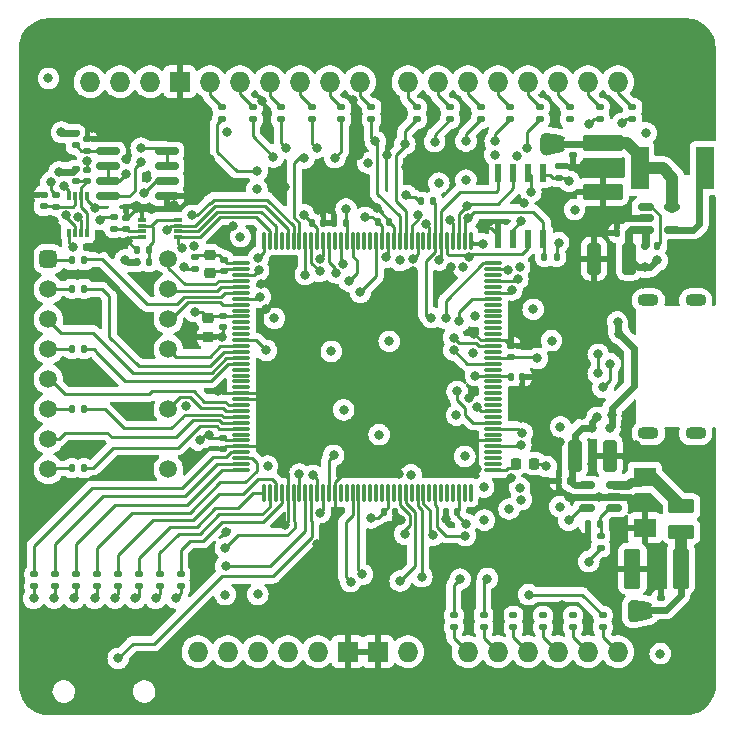
<source format=gbl>
G04 #@! TF.GenerationSoftware,KiCad,Pcbnew,6.0.10-86aedd382b~118~ubuntu22.10.1*
G04 #@! TF.CreationDate,2023-02-02T20:30:56+01:00*
G04 #@! TF.ProjectId,FPGHat,46504748-6174-42e6-9b69-6361645f7063,rev?*
G04 #@! TF.SameCoordinates,Original*
G04 #@! TF.FileFunction,Copper,L4,Bot*
G04 #@! TF.FilePolarity,Positive*
%FSLAX46Y46*%
G04 Gerber Fmt 4.6, Leading zero omitted, Abs format (unit mm)*
G04 Created by KiCad (PCBNEW 6.0.10-86aedd382b~118~ubuntu22.10.1) date 2023-02-02 20:30:56*
%MOMM*%
%LPD*%
G01*
G04 APERTURE LIST*
G04 Aperture macros list*
%AMRoundRect*
0 Rectangle with rounded corners*
0 $1 Rounding radius*
0 $2 $3 $4 $5 $6 $7 $8 $9 X,Y pos of 4 corners*
0 Add a 4 corners polygon primitive as box body*
4,1,4,$2,$3,$4,$5,$6,$7,$8,$9,$2,$3,0*
0 Add four circle primitives for the rounded corners*
1,1,$1+$1,$2,$3*
1,1,$1+$1,$4,$5*
1,1,$1+$1,$6,$7*
1,1,$1+$1,$8,$9*
0 Add four rect primitives between the rounded corners*
20,1,$1+$1,$2,$3,$4,$5,0*
20,1,$1+$1,$4,$5,$6,$7,0*
20,1,$1+$1,$6,$7,$8,$9,0*
20,1,$1+$1,$8,$9,$2,$3,0*%
G04 Aperture macros list end*
G04 #@! TA.AperFunction,ComponentPad*
%ADD10RoundRect,0.375000X-0.375000X-0.375000X0.375000X-0.375000X0.375000X0.375000X-0.375000X0.375000X0*%
G04 #@! TD*
G04 #@! TA.AperFunction,ComponentPad*
%ADD11C,1.500000*%
G04 #@! TD*
G04 #@! TA.AperFunction,ComponentPad*
%ADD12RoundRect,0.500000X0.400000X0.000000X0.400000X0.000000X-0.400000X0.000000X-0.400000X0.000000X0*%
G04 #@! TD*
G04 #@! TA.AperFunction,ComponentPad*
%ADD13O,1.727200X1.727200*%
G04 #@! TD*
G04 #@! TA.AperFunction,ComponentPad*
%ADD14R,1.727200X1.727200*%
G04 #@! TD*
G04 #@! TA.AperFunction,SMDPad,CuDef*
%ADD15RoundRect,0.249999X0.450001X1.450001X-0.450001X1.450001X-0.450001X-1.450001X0.450001X-1.450001X0*%
G04 #@! TD*
G04 #@! TA.AperFunction,SMDPad,CuDef*
%ADD16RoundRect,0.135000X-0.135000X-0.185000X0.135000X-0.185000X0.135000X0.185000X-0.135000X0.185000X0*%
G04 #@! TD*
G04 #@! TA.AperFunction,SMDPad,CuDef*
%ADD17RoundRect,0.225000X-0.250000X0.225000X-0.250000X-0.225000X0.250000X-0.225000X0.250000X0.225000X0*%
G04 #@! TD*
G04 #@! TA.AperFunction,SMDPad,CuDef*
%ADD18RoundRect,0.140000X0.140000X0.170000X-0.140000X0.170000X-0.140000X-0.170000X0.140000X-0.170000X0*%
G04 #@! TD*
G04 #@! TA.AperFunction,SMDPad,CuDef*
%ADD19RoundRect,0.135000X-0.185000X0.135000X-0.185000X-0.135000X0.185000X-0.135000X0.185000X0.135000X0*%
G04 #@! TD*
G04 #@! TA.AperFunction,SMDPad,CuDef*
%ADD20RoundRect,0.135000X0.185000X-0.135000X0.185000X0.135000X-0.185000X0.135000X-0.185000X-0.135000X0*%
G04 #@! TD*
G04 #@! TA.AperFunction,SMDPad,CuDef*
%ADD21RoundRect,0.075000X-0.662500X-0.075000X0.662500X-0.075000X0.662500X0.075000X-0.662500X0.075000X0*%
G04 #@! TD*
G04 #@! TA.AperFunction,SMDPad,CuDef*
%ADD22RoundRect,0.075000X-0.075000X-0.662500X0.075000X-0.662500X0.075000X0.662500X-0.075000X0.662500X0*%
G04 #@! TD*
G04 #@! TA.AperFunction,SMDPad,CuDef*
%ADD23RoundRect,0.140000X-0.170000X0.140000X-0.170000X-0.140000X0.170000X-0.140000X0.170000X0.140000X0*%
G04 #@! TD*
G04 #@! TA.AperFunction,SMDPad,CuDef*
%ADD24RoundRect,0.140000X0.170000X-0.140000X0.170000X0.140000X-0.170000X0.140000X-0.170000X-0.140000X0*%
G04 #@! TD*
G04 #@! TA.AperFunction,SMDPad,CuDef*
%ADD25RoundRect,0.249999X-1.450001X0.450001X-1.450001X-0.450001X1.450001X-0.450001X1.450001X0.450001X0*%
G04 #@! TD*
G04 #@! TA.AperFunction,SMDPad,CuDef*
%ADD26R,0.600000X1.500000*%
G04 #@! TD*
G04 #@! TA.AperFunction,SMDPad,CuDef*
%ADD27RoundRect,0.135000X0.135000X0.185000X-0.135000X0.185000X-0.135000X-0.185000X0.135000X-0.185000X0*%
G04 #@! TD*
G04 #@! TA.AperFunction,SMDPad,CuDef*
%ADD28RoundRect,0.140000X-0.140000X-0.170000X0.140000X-0.170000X0.140000X0.170000X-0.140000X0.170000X0*%
G04 #@! TD*
G04 #@! TA.AperFunction,SMDPad,CuDef*
%ADD29R,0.300000X0.800000*%
G04 #@! TD*
G04 #@! TA.AperFunction,SMDPad,CuDef*
%ADD30RoundRect,0.150000X0.825000X0.150000X-0.825000X0.150000X-0.825000X-0.150000X0.825000X-0.150000X0*%
G04 #@! TD*
G04 #@! TA.AperFunction,SMDPad,CuDef*
%ADD31R,1.900000X1.600000*%
G04 #@! TD*
G04 #@! TA.AperFunction,SMDPad,CuDef*
%ADD32RoundRect,0.250000X-0.325000X-1.100000X0.325000X-1.100000X0.325000X1.100000X-0.325000X1.100000X0*%
G04 #@! TD*
G04 #@! TA.AperFunction,SMDPad,CuDef*
%ADD33RoundRect,0.150000X0.512500X0.150000X-0.512500X0.150000X-0.512500X-0.150000X0.512500X-0.150000X0*%
G04 #@! TD*
G04 #@! TA.AperFunction,SMDPad,CuDef*
%ADD34RoundRect,0.218750X-0.218750X-0.256250X0.218750X-0.256250X0.218750X0.256250X-0.218750X0.256250X0*%
G04 #@! TD*
G04 #@! TA.AperFunction,SMDPad,CuDef*
%ADD35RoundRect,0.150000X-0.512500X-0.150000X0.512500X-0.150000X0.512500X0.150000X-0.512500X0.150000X0*%
G04 #@! TD*
G04 #@! TA.AperFunction,SMDPad,CuDef*
%ADD36R,1.500000X3.560000*%
G04 #@! TD*
G04 #@! TA.AperFunction,SMDPad,CuDef*
%ADD37R,1.500000X3.600000*%
G04 #@! TD*
G04 #@! TA.AperFunction,SMDPad,CuDef*
%ADD38RoundRect,0.250000X-0.850000X0.375000X-0.850000X-0.375000X0.850000X-0.375000X0.850000X0.375000X0*%
G04 #@! TD*
G04 #@! TA.AperFunction,SMDPad,CuDef*
%ADD39R,0.800000X0.300000*%
G04 #@! TD*
G04 #@! TA.AperFunction,SMDPad,CuDef*
%ADD40RoundRect,0.250000X0.325000X1.100000X-0.325000X1.100000X-0.325000X-1.100000X0.325000X-1.100000X0*%
G04 #@! TD*
G04 #@! TA.AperFunction,ViaPad*
%ADD41C,0.800000*%
G04 #@! TD*
G04 #@! TA.AperFunction,Conductor*
%ADD42C,0.250000*%
G04 #@! TD*
G04 #@! TA.AperFunction,Conductor*
%ADD43C,0.254000*%
G04 #@! TD*
G04 #@! TA.AperFunction,Conductor*
%ADD44C,0.600000*%
G04 #@! TD*
G04 #@! TA.AperFunction,Conductor*
%ADD45C,0.300000*%
G04 #@! TD*
G04 #@! TA.AperFunction,Conductor*
%ADD46C,1.000000*%
G04 #@! TD*
G04 #@! TA.AperFunction,Conductor*
%ADD47C,0.800000*%
G04 #@! TD*
G04 #@! TA.AperFunction,Conductor*
%ADD48C,0.700000*%
G04 #@! TD*
G04 APERTURE END LIST*
D10*
X23000000Y-40894000D03*
D11*
X23000000Y-43434000D03*
X23000000Y-45974000D03*
X23000000Y-48514000D03*
X23000000Y-51054000D03*
X23000000Y-53594000D03*
X23000000Y-56134000D03*
X23000000Y-58674000D03*
X33160000Y-58674000D03*
X33160000Y-53594000D03*
X33160000Y-48514000D03*
X33160000Y-45974000D03*
X33160000Y-43434000D03*
X33160000Y-40894000D03*
D12*
X73800000Y-44380000D03*
X77800000Y-44380000D03*
X77800000Y-55620000D03*
X73800000Y-55620000D03*
D13*
X35649000Y-74130000D03*
X43269000Y-74130000D03*
X45809000Y-74130000D03*
X58509000Y-74130000D03*
X61049000Y-74130000D03*
X63589000Y-74130000D03*
X66129000Y-74130000D03*
X68669000Y-74130000D03*
X71209000Y-74130000D03*
X31585000Y-25870000D03*
X71209000Y-25870000D03*
X68669000Y-25870000D03*
X66129000Y-25870000D03*
X63589000Y-25870000D03*
X61049000Y-25870000D03*
X58509000Y-25870000D03*
X55969000Y-25870000D03*
X53429000Y-25870000D03*
X49365000Y-25870000D03*
X46825000Y-25870000D03*
X44285000Y-25870000D03*
X41745000Y-25870000D03*
X39205000Y-25870000D03*
X36665000Y-25870000D03*
D14*
X34125000Y-25870000D03*
X48349000Y-74130000D03*
X50889000Y-74130000D03*
D13*
X38189000Y-74130000D03*
X40729000Y-74130000D03*
X26505000Y-25870000D03*
X29045000Y-25870000D03*
X53429000Y-74130000D03*
D15*
X76550000Y-67100000D03*
X72450000Y-67100000D03*
D16*
X24990000Y-43400000D03*
X26010000Y-43400000D03*
D17*
X36550000Y-45900000D03*
X36550000Y-47450000D03*
D18*
X67200000Y-59700000D03*
X66240000Y-59700000D03*
D19*
X62050000Y-28040000D03*
X62050000Y-29060000D03*
D20*
X25300000Y-34310000D03*
X25300000Y-33290000D03*
D21*
X39337500Y-58750000D03*
X39337500Y-58250000D03*
X39337500Y-57750000D03*
X39337500Y-57250000D03*
X39337500Y-56750000D03*
X39337500Y-56250000D03*
X39337500Y-55750000D03*
X39337500Y-55250000D03*
X39337500Y-54750000D03*
X39337500Y-54250000D03*
X39337500Y-53750000D03*
X39337500Y-53250000D03*
X39337500Y-52750000D03*
X39337500Y-52250000D03*
X39337500Y-51750000D03*
X39337500Y-51250000D03*
X39337500Y-50750000D03*
X39337500Y-50250000D03*
X39337500Y-49750000D03*
X39337500Y-49250000D03*
X39337500Y-48750000D03*
X39337500Y-48250000D03*
X39337500Y-47750000D03*
X39337500Y-47250000D03*
X39337500Y-46750000D03*
X39337500Y-46250000D03*
X39337500Y-45750000D03*
X39337500Y-45250000D03*
X39337500Y-44750000D03*
X39337500Y-44250000D03*
X39337500Y-43750000D03*
X39337500Y-43250000D03*
X39337500Y-42750000D03*
X39337500Y-42250000D03*
X39337500Y-41750000D03*
X39337500Y-41250000D03*
D22*
X41250000Y-39337500D03*
X41750000Y-39337500D03*
X42250000Y-39337500D03*
X42750000Y-39337500D03*
X43250000Y-39337500D03*
X43750000Y-39337500D03*
X44250000Y-39337500D03*
X44750000Y-39337500D03*
X45250000Y-39337500D03*
X45750000Y-39337500D03*
X46250000Y-39337500D03*
X46750000Y-39337500D03*
X47250000Y-39337500D03*
X47750000Y-39337500D03*
X48250000Y-39337500D03*
X48750000Y-39337500D03*
X49250000Y-39337500D03*
X49750000Y-39337500D03*
X50250000Y-39337500D03*
X50750000Y-39337500D03*
X51250000Y-39337500D03*
X51750000Y-39337500D03*
X52250000Y-39337500D03*
X52750000Y-39337500D03*
X53250000Y-39337500D03*
X53750000Y-39337500D03*
X54250000Y-39337500D03*
X54750000Y-39337500D03*
X55250000Y-39337500D03*
X55750000Y-39337500D03*
X56250000Y-39337500D03*
X56750000Y-39337500D03*
X57250000Y-39337500D03*
X57750000Y-39337500D03*
X58250000Y-39337500D03*
X58750000Y-39337500D03*
D21*
X60662500Y-41250000D03*
X60662500Y-41750000D03*
X60662500Y-42250000D03*
X60662500Y-42750000D03*
X60662500Y-43250000D03*
X60662500Y-43750000D03*
X60662500Y-44250000D03*
X60662500Y-44750000D03*
X60662500Y-45250000D03*
X60662500Y-45750000D03*
X60662500Y-46250000D03*
X60662500Y-46750000D03*
X60662500Y-47250000D03*
X60662500Y-47750000D03*
X60662500Y-48250000D03*
X60662500Y-48750000D03*
X60662500Y-49250000D03*
X60662500Y-49750000D03*
X60662500Y-50250000D03*
X60662500Y-50750000D03*
X60662500Y-51250000D03*
X60662500Y-51750000D03*
X60662500Y-52250000D03*
X60662500Y-52750000D03*
X60662500Y-53250000D03*
X60662500Y-53750000D03*
X60662500Y-54250000D03*
X60662500Y-54750000D03*
X60662500Y-55250000D03*
X60662500Y-55750000D03*
X60662500Y-56250000D03*
X60662500Y-56750000D03*
X60662500Y-57250000D03*
X60662500Y-57750000D03*
X60662500Y-58250000D03*
X60662500Y-58750000D03*
D22*
X58750000Y-60662500D03*
X58250000Y-60662500D03*
X57750000Y-60662500D03*
X57250000Y-60662500D03*
X56750000Y-60662500D03*
X56250000Y-60662500D03*
X55750000Y-60662500D03*
X55250000Y-60662500D03*
X54750000Y-60662500D03*
X54250000Y-60662500D03*
X53750000Y-60662500D03*
X53250000Y-60662500D03*
X52750000Y-60662500D03*
X52250000Y-60662500D03*
X51750000Y-60662500D03*
X51250000Y-60662500D03*
X50750000Y-60662500D03*
X50250000Y-60662500D03*
X49750000Y-60662500D03*
X49250000Y-60662500D03*
X48750000Y-60662500D03*
X48250000Y-60662500D03*
X47750000Y-60662500D03*
X47250000Y-60662500D03*
X46750000Y-60662500D03*
X46250000Y-60662500D03*
X45750000Y-60662500D03*
X45250000Y-60662500D03*
X44750000Y-60662500D03*
X44250000Y-60662500D03*
X43750000Y-60662500D03*
X43250000Y-60662500D03*
X42750000Y-60662500D03*
X42250000Y-60662500D03*
X41750000Y-60662500D03*
X41250000Y-60662500D03*
D19*
X27114284Y-67590000D03*
X27114284Y-68610000D03*
D23*
X37800000Y-45695000D03*
X37800000Y-46655000D03*
D19*
X35450000Y-40740000D03*
X35450000Y-41760000D03*
D18*
X31500000Y-40100000D03*
X30540000Y-40100000D03*
D19*
X59850000Y-71040000D03*
X59850000Y-72060000D03*
D24*
X62150000Y-49180000D03*
X62150000Y-48220000D03*
D20*
X69750000Y-65360000D03*
X69750000Y-64340000D03*
D16*
X24990000Y-58600000D03*
X26010000Y-58600000D03*
D23*
X67450000Y-31120000D03*
X67450000Y-32080000D03*
D19*
X37700000Y-28040000D03*
X37700000Y-29060000D03*
D23*
X22600000Y-35470000D03*
X22600000Y-36430000D03*
D19*
X57000000Y-28040000D03*
X57000000Y-29060000D03*
D25*
X69950000Y-31100000D03*
X69950000Y-35200000D03*
D19*
X62370000Y-71040000D03*
X62370000Y-72060000D03*
D16*
X24990000Y-53550000D03*
X26010000Y-53550000D03*
D19*
X67410000Y-71040000D03*
X67410000Y-72060000D03*
D16*
X24990000Y-41000000D03*
X26010000Y-41000000D03*
D18*
X57580000Y-62300000D03*
X56620000Y-62300000D03*
D26*
X64900000Y-39175000D03*
X63630000Y-39175000D03*
X62360000Y-39175000D03*
X61090000Y-39175000D03*
X61090000Y-33575000D03*
X62360000Y-33575000D03*
X63630000Y-33575000D03*
X64900000Y-33575000D03*
D19*
X50350000Y-28040000D03*
X50350000Y-29060000D03*
X45350000Y-28040000D03*
X45350000Y-29060000D03*
D23*
X29600000Y-37370000D03*
X29600000Y-38330000D03*
D19*
X40300000Y-28040000D03*
X40300000Y-29060000D03*
D16*
X73540000Y-39750000D03*
X74560000Y-39750000D03*
D27*
X69720000Y-63300000D03*
X68700000Y-63300000D03*
D19*
X42700000Y-28040000D03*
X42700000Y-29060000D03*
D28*
X51370000Y-62300000D03*
X52330000Y-62300000D03*
D24*
X26300000Y-31710000D03*
X26300000Y-30750000D03*
X74859528Y-70580000D03*
X74859528Y-69620000D03*
D19*
X30657140Y-67590000D03*
X30657140Y-68610000D03*
D23*
X37800000Y-56000000D03*
X37800000Y-56960000D03*
D24*
X66200000Y-34010000D03*
X66200000Y-33050000D03*
D18*
X72130000Y-38690000D03*
X71170000Y-38690000D03*
D19*
X21800000Y-67590000D03*
X21800000Y-68610000D03*
D20*
X69700000Y-29060000D03*
X69700000Y-28040000D03*
D28*
X50870000Y-37750000D03*
X51830000Y-37750000D03*
D29*
X26250000Y-38650000D03*
X25750000Y-38650000D03*
X25250000Y-38650000D03*
X24750000Y-38650000D03*
X24750000Y-35550000D03*
X25250000Y-35550000D03*
X25750000Y-35550000D03*
X26250000Y-35550000D03*
D30*
X33025000Y-31745000D03*
X33025000Y-33015000D03*
X33025000Y-34285000D03*
X33025000Y-35555000D03*
X28075000Y-35555000D03*
X28075000Y-34285000D03*
X28075000Y-33015000D03*
X28075000Y-31745000D03*
D16*
X24990000Y-48500000D03*
X26010000Y-48500000D03*
D19*
X59600000Y-28040000D03*
X59600000Y-29060000D03*
D31*
X73500000Y-59350000D03*
X73500000Y-63650000D03*
D19*
X67150000Y-28040000D03*
X67150000Y-29060000D03*
D32*
X67575000Y-57550000D03*
X70525000Y-57550000D03*
D19*
X28550000Y-37290000D03*
X28550000Y-38310000D03*
X28885712Y-67590000D03*
X28885712Y-68610000D03*
D23*
X37850000Y-40950000D03*
X37850000Y-41910000D03*
D19*
X34200000Y-67590000D03*
X34200000Y-68610000D03*
X69930000Y-71040000D03*
X69930000Y-72060000D03*
D33*
X70887500Y-60050000D03*
X70887500Y-61000000D03*
X70887500Y-61950000D03*
X68612500Y-61950000D03*
X68612500Y-60050000D03*
D19*
X64600000Y-28040000D03*
X64600000Y-29060000D03*
D20*
X25300000Y-31260000D03*
X25300000Y-30240000D03*
D19*
X23571428Y-67590000D03*
X23571428Y-68610000D03*
D18*
X48180000Y-37800000D03*
X47220000Y-37800000D03*
D16*
X54530000Y-36000000D03*
X55550000Y-36000000D03*
D19*
X32428568Y-67590000D03*
X32428568Y-68610000D03*
X25342856Y-67590000D03*
X25342856Y-68610000D03*
D27*
X66020000Y-40700000D03*
X65000000Y-40700000D03*
D19*
X57330000Y-71040000D03*
X57330000Y-72060000D03*
X47800000Y-28040000D03*
X47800000Y-29060000D03*
D34*
X62550000Y-58200000D03*
X64125000Y-58200000D03*
D35*
X73562500Y-38400000D03*
X73562500Y-37450000D03*
X73562500Y-36500000D03*
X75837500Y-36500000D03*
X75837500Y-38400000D03*
D36*
X78550000Y-33200000D03*
D37*
X73050000Y-33200000D03*
D27*
X31510000Y-41150000D03*
X30490000Y-41150000D03*
D28*
X45320000Y-37800000D03*
X46280000Y-37800000D03*
X62170000Y-50850000D03*
X63130000Y-50850000D03*
D17*
X36650000Y-40550000D03*
X36650000Y-42100000D03*
D20*
X72450000Y-29060000D03*
X72450000Y-28040000D03*
D38*
X76600000Y-61825000D03*
X76600000Y-63975000D03*
D19*
X23650000Y-35440000D03*
X23650000Y-36460000D03*
D39*
X34000000Y-37550000D03*
X34000000Y-38050000D03*
X34000000Y-38550000D03*
X34000000Y-39050000D03*
X30900000Y-39050000D03*
X30900000Y-38550000D03*
X30900000Y-38050000D03*
X30900000Y-37550000D03*
D24*
X26300000Y-34310000D03*
X26300000Y-33350000D03*
D19*
X64890000Y-71040000D03*
X64890000Y-72060000D03*
D40*
X72150000Y-40850000D03*
X69200000Y-40850000D03*
D19*
X54200000Y-28040000D03*
X54200000Y-29060000D03*
D41*
X59300000Y-53400000D03*
X62240000Y-43500000D03*
X71550000Y-29400000D03*
X68800000Y-29425000D03*
X62750000Y-42550000D03*
X40800000Y-41850000D03*
X40775000Y-40775000D03*
X63650000Y-69300000D03*
X57858000Y-67982000D03*
X73450000Y-70638075D03*
X39250000Y-39000000D03*
X47150000Y-57500000D03*
X62000000Y-62050000D03*
X72500000Y-70168075D03*
X58100000Y-41550000D03*
X53700000Y-59150000D03*
X65600000Y-47800000D03*
X58250000Y-57600000D03*
X59850000Y-60200000D03*
X59076500Y-45750000D03*
X44670000Y-37150000D03*
X52750000Y-41000000D03*
X35800000Y-56250000D03*
X40950000Y-44100000D03*
X62900000Y-41550000D03*
X42125000Y-45900000D03*
X57600000Y-52100000D03*
X66350000Y-55100000D03*
X64050000Y-45150000D03*
X50300000Y-62800000D03*
X65150000Y-58450000D03*
X64400000Y-49300000D03*
X66200000Y-39500000D03*
X68750000Y-66500000D03*
X49800000Y-37350000D03*
X46950000Y-48700000D03*
X35300000Y-39800000D03*
X59800000Y-39600000D03*
X72500000Y-71168075D03*
X67100000Y-34300000D03*
X51000000Y-55750000D03*
X53300000Y-35500000D03*
X36600000Y-55800000D03*
X71350000Y-47200000D03*
X70550000Y-55150000D03*
X70700000Y-54100000D03*
X71200000Y-46200000D03*
X79000000Y-71550000D03*
X69600000Y-61000000D03*
X43000000Y-63375000D03*
X69950000Y-36900000D03*
X45800000Y-36700000D03*
X65162000Y-78341000D03*
X52200000Y-46300000D03*
X62200000Y-59400000D03*
X52844000Y-63001000D03*
X29700000Y-39350000D03*
X63912000Y-21625000D03*
X78650000Y-57250000D03*
X35600000Y-67450000D03*
X41100000Y-27500000D03*
X48350000Y-56300000D03*
X45775000Y-67475000D03*
X73325000Y-42987000D03*
X53275000Y-33100000D03*
X79050000Y-66750000D03*
X35100000Y-33050000D03*
X63000000Y-54350000D03*
X66800000Y-50400000D03*
X59800000Y-38250000D03*
X55775000Y-74425000D03*
X71250000Y-63400000D03*
X72755000Y-56600000D03*
X57000000Y-37600000D03*
X69500000Y-38150000D03*
X31525000Y-47175000D03*
X52650000Y-59050000D03*
X77750000Y-75800000D03*
X26650000Y-29800000D03*
X72000000Y-57800000D03*
X78950000Y-62350000D03*
X63300000Y-47400000D03*
X22675000Y-61450000D03*
X37325000Y-52100000D03*
X69000000Y-58200000D03*
X56300000Y-32700000D03*
X45757000Y-65038000D03*
X38600000Y-38100000D03*
X26250000Y-32600000D03*
X71950000Y-36950000D03*
X65900000Y-52300000D03*
X31000000Y-42450000D03*
X48100000Y-24200000D03*
X59300000Y-58700000D03*
X51900000Y-22150000D03*
X62100000Y-67700000D03*
X36650000Y-32450000D03*
X55350000Y-78425000D03*
X66350000Y-56350000D03*
X29525000Y-77200000D03*
X66650000Y-35600000D03*
X56670000Y-62935000D03*
X47700000Y-47150000D03*
X29700000Y-58775000D03*
X71000000Y-64900000D03*
X72800000Y-61550000D03*
X74375000Y-22250000D03*
X71850000Y-55100000D03*
X33650000Y-36300000D03*
X59450000Y-32150000D03*
X72300000Y-45800000D03*
X25150000Y-46050000D03*
X48145000Y-70771000D03*
X35225000Y-72000000D03*
X37675000Y-47475000D03*
X27300000Y-40050000D03*
X45300000Y-43300000D03*
X53200000Y-54050000D03*
X33900000Y-75225000D03*
X41600000Y-52600000D03*
X45828000Y-21529000D03*
X22125000Y-73950000D03*
X23450000Y-37650000D03*
X63300000Y-36150000D03*
X65900000Y-28300000D03*
X49300000Y-32050000D03*
X74450000Y-66150000D03*
X51284000Y-67668000D03*
X59050000Y-47200000D03*
X78550000Y-30150000D03*
X69450000Y-45700000D03*
X22150000Y-33350000D03*
X29350000Y-29550000D03*
X40549000Y-71868000D03*
X51700000Y-26825000D03*
X27100000Y-42200000D03*
X50845000Y-72262000D03*
X55600000Y-59000000D03*
X51650000Y-32050000D03*
X65850000Y-45100000D03*
X72550000Y-78225000D03*
X31200000Y-53550000D03*
X30500000Y-36550000D03*
X56050000Y-67625000D03*
X78650000Y-39350000D03*
X67800000Y-33300000D03*
X23100000Y-32319000D03*
X67400000Y-40850000D03*
X31350000Y-34000000D03*
X46800000Y-52700000D03*
X74500000Y-67900000D03*
X41025000Y-43025000D03*
X66500000Y-70150000D03*
X74250000Y-61800000D03*
X48750000Y-27450000D03*
X75263000Y-56858000D03*
X45655000Y-69394000D03*
X77025000Y-40025000D03*
X71900000Y-54150000D03*
X45850000Y-78575000D03*
X70875000Y-28275000D03*
X57050000Y-41600000D03*
X67100000Y-61000000D03*
X76939000Y-42675000D03*
X24350000Y-34700000D03*
X32875000Y-74000000D03*
X41450000Y-45075000D03*
X68150000Y-54100000D03*
X43137000Y-68690000D03*
X47450000Y-44850000D03*
X29550000Y-32450000D03*
X71650000Y-44750000D03*
X35891000Y-77978000D03*
X27800000Y-23950000D03*
X74150000Y-28150000D03*
X25075000Y-51300000D03*
X38025000Y-64000000D03*
X70750000Y-68600000D03*
X35250000Y-57850000D03*
X32150000Y-30350000D03*
X26950000Y-36600000D03*
X34008000Y-28352000D03*
X58600000Y-52650000D03*
X50800000Y-36600000D03*
X23275000Y-22500000D03*
X35400000Y-22350000D03*
X25025000Y-56850000D03*
X43000000Y-34800000D03*
X70750000Y-66800000D03*
X42925000Y-58700000D03*
X21225000Y-74975000D03*
X53880000Y-41930000D03*
X69550000Y-48950000D03*
X69550000Y-50550000D03*
X70550000Y-49750000D03*
X69950000Y-51750000D03*
X33800000Y-69600000D03*
X32078568Y-69600000D03*
X30357140Y-69600000D03*
X28635712Y-69600000D03*
X26914284Y-69600000D03*
X25192856Y-69600000D03*
X23471428Y-69600000D03*
X21750000Y-69600000D03*
X48000000Y-53650000D03*
X51850000Y-47850000D03*
X58950000Y-48850000D03*
X57550000Y-54100000D03*
X58450000Y-36400000D03*
X56100000Y-40950000D03*
X58650000Y-40700000D03*
X58500000Y-37450000D03*
X55000000Y-37900000D03*
X55426500Y-45850000D03*
X57300000Y-47550000D03*
X57325000Y-48600000D03*
X63050000Y-37700000D03*
X63850000Y-35200000D03*
X44650000Y-32350000D03*
X46000000Y-40850000D03*
X49400000Y-43700000D03*
X50050000Y-32750000D03*
X51600000Y-40750000D03*
X63550000Y-31475000D03*
X56650000Y-45900000D03*
X58350000Y-34200000D03*
X62700000Y-32150000D03*
X61900000Y-41800000D03*
X38000000Y-66900000D03*
X41450000Y-48625000D03*
X67050000Y-63000000D03*
X67550000Y-36700000D03*
X24100000Y-30150000D03*
X74550000Y-41000000D03*
X41550000Y-58425000D03*
X73600000Y-30200000D03*
X69050000Y-55200000D03*
X69450000Y-54300000D03*
X29500000Y-40950000D03*
X73550000Y-41600000D03*
X59908000Y-62990000D03*
X23900000Y-33500000D03*
X34675000Y-53325000D03*
X60800000Y-32050000D03*
X57750000Y-46150000D03*
X66050000Y-31120000D03*
X48200000Y-36650000D03*
X65100000Y-31650000D03*
X59150000Y-50750000D03*
X65100000Y-30650000D03*
X34450000Y-41575000D03*
X35400000Y-45350000D03*
X58350000Y-63300000D03*
X48450000Y-42750000D03*
X47250000Y-32300000D03*
X56050000Y-34450000D03*
X58350000Y-30900000D03*
X53850000Y-40900000D03*
X55700000Y-30950000D03*
X54275000Y-37125000D03*
X53175000Y-31150000D03*
X50675000Y-30925000D03*
X60173000Y-67935000D03*
X47975000Y-41275000D03*
X45700000Y-31475000D03*
X47325000Y-42050000D03*
X43100000Y-31500000D03*
X45975000Y-41925000D03*
X42050000Y-32250000D03*
X40675000Y-33425000D03*
X44750000Y-42200000D03*
X23000000Y-25600000D03*
X60825000Y-30925000D03*
X63050000Y-61250000D03*
X63000000Y-56600000D03*
X28900000Y-74700000D03*
X35150000Y-37200000D03*
X24500000Y-37200000D03*
X66300000Y-61850000D03*
X74800000Y-74300000D03*
X63100000Y-55600000D03*
X62900000Y-60250000D03*
X37975000Y-65350000D03*
X44250000Y-59100000D03*
X37975000Y-69300000D03*
X45400000Y-59200000D03*
X40725000Y-69275000D03*
X46010000Y-62354000D03*
X48577000Y-68190000D03*
X49590000Y-67582000D03*
X52779000Y-68140000D03*
X53152000Y-64171000D03*
X54621000Y-67782000D03*
X55576000Y-64266000D03*
X58300000Y-64300000D03*
X23200000Y-34400000D03*
X30850000Y-31500000D03*
X31100000Y-35300000D03*
X40650000Y-34950000D03*
X38150000Y-30100000D03*
X30850000Y-32650000D03*
X29550000Y-33700000D03*
X27400000Y-37550000D03*
X25500000Y-37300000D03*
X33000000Y-38450000D03*
X34300000Y-39950000D03*
X25050000Y-39850000D03*
D42*
X59300000Y-53400000D02*
X59650000Y-53750000D01*
X59650000Y-53750000D02*
X60662500Y-53750000D01*
D43*
X57600000Y-52100000D02*
X57600000Y-52800000D01*
X57600000Y-52800000D02*
X58300000Y-53500000D01*
X58300000Y-53500000D02*
X58300000Y-54100000D01*
X58300000Y-54100000D02*
X58950000Y-54750000D01*
X58950000Y-54750000D02*
X60662500Y-54750000D01*
D42*
X36650000Y-40550000D02*
X37450000Y-40550000D01*
X36650000Y-40550000D02*
X35640000Y-40550000D01*
X39337500Y-41250000D02*
X38150000Y-41250000D01*
X38150000Y-41250000D02*
X37850000Y-40950000D01*
X37450000Y-40550000D02*
X37850000Y-40950000D01*
X35640000Y-40550000D02*
X35450000Y-40740000D01*
X38010000Y-41750000D02*
X37850000Y-41910000D01*
X36840000Y-41910000D02*
X36650000Y-42100000D01*
X39337500Y-41750000D02*
X38010000Y-41750000D01*
X37850000Y-41910000D02*
X36840000Y-41910000D01*
X61900000Y-58550000D02*
X62200000Y-58550000D01*
X61700000Y-58750000D02*
X61900000Y-58550000D01*
X60662500Y-58750000D02*
X61700000Y-58750000D01*
X62200000Y-58550000D02*
X62550000Y-58200000D01*
D43*
X62240000Y-43500000D02*
X61990000Y-43750000D01*
X61990000Y-43750000D02*
X60662500Y-43750000D01*
X71890000Y-29060000D02*
X72450000Y-29060000D01*
X71550000Y-29400000D02*
X71890000Y-29060000D01*
D42*
X71209000Y-25870000D02*
X71209000Y-26799000D01*
X71209000Y-26799000D02*
X72450000Y-28040000D01*
D43*
X68800000Y-29425000D02*
X69165000Y-29060000D01*
X62750000Y-42550000D02*
X62550000Y-42750000D01*
X62550000Y-42750000D02*
X60662500Y-42750000D01*
X69165000Y-29060000D02*
X69700000Y-29060000D01*
D42*
X68669000Y-27009000D02*
X69700000Y-28040000D01*
X68669000Y-25870000D02*
X68669000Y-27009000D01*
D43*
X39337500Y-42250000D02*
X40400000Y-42250000D01*
X40400000Y-42250000D02*
X40800000Y-41850000D01*
X41250000Y-40300000D02*
X40775000Y-40775000D01*
X41250000Y-39337500D02*
X41250000Y-40300000D01*
D42*
X63650000Y-69300000D02*
X68190000Y-69300000D01*
X68190000Y-69300000D02*
X69930000Y-71040000D01*
X69930000Y-72060000D02*
X69930000Y-72851000D01*
X69930000Y-72851000D02*
X71209000Y-74130000D01*
X67410000Y-72060000D02*
X67410000Y-72871000D01*
X67410000Y-72871000D02*
X68669000Y-74130000D01*
X64890000Y-72891000D02*
X66129000Y-74130000D01*
X64890000Y-72060000D02*
X64890000Y-72891000D01*
X62370000Y-72911000D02*
X63589000Y-74130000D01*
X62370000Y-72060000D02*
X62370000Y-72911000D01*
X59850000Y-72931000D02*
X61049000Y-74130000D01*
X59850000Y-72060000D02*
X59850000Y-72931000D01*
X57330000Y-72060000D02*
X57330000Y-72951000D01*
X57330000Y-72951000D02*
X58509000Y-74130000D01*
X57330000Y-68510000D02*
X57858000Y-67982000D01*
X57330000Y-71040000D02*
X57330000Y-68510000D01*
X66129000Y-27019000D02*
X67150000Y-28040000D01*
X66129000Y-25870000D02*
X66129000Y-27019000D01*
X63589000Y-27029000D02*
X64600000Y-28040000D01*
X63589000Y-25870000D02*
X63589000Y-27029000D01*
X66200000Y-34010000D02*
X66810000Y-34010000D01*
X53450000Y-35650000D02*
X54000000Y-35650000D01*
X36600000Y-55800000D02*
X36250000Y-55800000D01*
X45750000Y-39337500D02*
X45750000Y-38230000D01*
X53300000Y-35500000D02*
X53450000Y-35650000D01*
X44670000Y-37150000D02*
X45320000Y-37800000D01*
X60662500Y-49250000D02*
X62140000Y-49250000D01*
X38050000Y-56250000D02*
X37800000Y-56000000D01*
X64900000Y-58200000D02*
X64125000Y-58200000D01*
X51250000Y-38130000D02*
X50870000Y-37750000D01*
X36250000Y-55800000D02*
X35800000Y-56250000D01*
X64400000Y-49300000D02*
X64280000Y-49180000D01*
D44*
X75270000Y-70580000D02*
X74098547Y-70580000D01*
D43*
X68750000Y-66360000D02*
X69750000Y-65360000D01*
D42*
X65500000Y-33800000D02*
X65125000Y-33800000D01*
X65150000Y-58450000D02*
X64900000Y-58200000D01*
D44*
X74098547Y-70580000D02*
X74040472Y-70638075D01*
D42*
X51370000Y-62300000D02*
X50870000Y-62800000D01*
X54000000Y-35650000D02*
X54350000Y-36000000D01*
X45750000Y-38230000D02*
X45320000Y-37800000D01*
X66020000Y-40700000D02*
X66020000Y-39680000D01*
D43*
X46750000Y-57900000D02*
X47150000Y-57500000D01*
D44*
X76550000Y-69300000D02*
X75270000Y-70580000D01*
D45*
X59800000Y-39600000D02*
X59012500Y-39600000D01*
D44*
X73989156Y-70614283D02*
X73969156Y-70634283D01*
D42*
X66200000Y-34010000D02*
X65710000Y-34010000D01*
D46*
X76600000Y-63975000D02*
X76600000Y-67050000D01*
D44*
X76550000Y-67100000D02*
X76550000Y-69300000D01*
D42*
X50870000Y-62800000D02*
X50300000Y-62800000D01*
D44*
X76600000Y-67050000D02*
X76550000Y-67100000D01*
D42*
X50420000Y-37300000D02*
X50870000Y-37750000D01*
X65710000Y-34010000D02*
X65500000Y-33800000D01*
D43*
X39337500Y-44250000D02*
X40800000Y-44250000D01*
D42*
X66020000Y-39680000D02*
X66200000Y-39500000D01*
X54350000Y-36000000D02*
X54530000Y-36000000D01*
X51750000Y-60662500D02*
X51750000Y-61920000D01*
D44*
X74070472Y-70638075D02*
X73810472Y-70638075D01*
D42*
X66810000Y-34010000D02*
X67100000Y-34300000D01*
D44*
X73810472Y-70638075D02*
X73790472Y-70618075D01*
D42*
X51250000Y-39337500D02*
X51250000Y-38130000D01*
X51750000Y-61920000D02*
X51370000Y-62300000D01*
X65125000Y-33800000D02*
X64900000Y-33575000D01*
X64280000Y-49180000D02*
X62150000Y-49180000D01*
X37800000Y-56000000D02*
X36800000Y-56000000D01*
D45*
X59012500Y-39600000D02*
X58750000Y-39337500D01*
D42*
X36800000Y-56000000D02*
X36600000Y-55800000D01*
X49850000Y-37300000D02*
X50420000Y-37300000D01*
D43*
X40800000Y-44250000D02*
X40950000Y-44100000D01*
D42*
X39337500Y-56250000D02*
X38050000Y-56250000D01*
X49850000Y-37300000D02*
X49800000Y-37350000D01*
D43*
X46750000Y-60662500D02*
X46750000Y-57900000D01*
X68750000Y-66500000D02*
X68750000Y-66360000D01*
D42*
X61049000Y-27039000D02*
X62050000Y-28040000D01*
X61049000Y-25870000D02*
X61049000Y-27039000D01*
D44*
X72550000Y-48400000D02*
X71350000Y-47200000D01*
X70700000Y-54100000D02*
X70700000Y-55000000D01*
X70700000Y-53500000D02*
X72550000Y-51650000D01*
X72550000Y-51650000D02*
X72550000Y-48400000D01*
X71200000Y-47050000D02*
X71350000Y-47200000D01*
X71200000Y-46200000D02*
X71200000Y-47050000D01*
X70700000Y-55000000D02*
X70550000Y-55150000D01*
X70700000Y-54100000D02*
X70700000Y-53500000D01*
D43*
X30000000Y-39050000D02*
X29700000Y-39350000D01*
X39337500Y-52750000D02*
X41450000Y-52750000D01*
D42*
X46280000Y-37180000D02*
X46280000Y-37800000D01*
D43*
X47250000Y-60662500D02*
X47250000Y-62400000D01*
X60662500Y-56250000D02*
X59250000Y-56250000D01*
D42*
X66240000Y-60140000D02*
X67100000Y-61000000D01*
D44*
X70887500Y-61000000D02*
X69600000Y-61000000D01*
D43*
X29680000Y-37370000D02*
X30500000Y-36550000D01*
D42*
X67800000Y-33300000D02*
X67550000Y-33050000D01*
X61680000Y-47750000D02*
X62150000Y-48220000D01*
D43*
X30900000Y-39050000D02*
X30000000Y-39050000D01*
D42*
X36140000Y-56960000D02*
X35250000Y-57850000D01*
D44*
X71650000Y-45150000D02*
X71650000Y-44750000D01*
X72800000Y-61550000D02*
X72250000Y-61000000D01*
D42*
X51830000Y-37750000D02*
X51830000Y-37630000D01*
D43*
X39337500Y-52250000D02*
X37700000Y-52250000D01*
D42*
X59800000Y-38250000D02*
X60490000Y-38250000D01*
D43*
X41250000Y-52250000D02*
X41600000Y-52600000D01*
X43250000Y-63125000D02*
X43250000Y-59025000D01*
X24750000Y-35550000D02*
X24750000Y-35100000D01*
X47250000Y-59750000D02*
X47950000Y-59050000D01*
X26250000Y-35900000D02*
X26250000Y-35550000D01*
D44*
X72300000Y-45800000D02*
X71650000Y-45150000D01*
D43*
X43000000Y-63375000D02*
X43250000Y-63125000D01*
X43250000Y-59025000D02*
X42925000Y-58700000D01*
X30450000Y-40100000D02*
X29700000Y-39350000D01*
X30900000Y-37550000D02*
X30900000Y-36950000D01*
D42*
X36575000Y-47475000D02*
X36550000Y-47450000D01*
D43*
X30540000Y-40100000D02*
X30450000Y-40100000D01*
X24750000Y-35100000D02*
X24350000Y-34700000D01*
D44*
X69600000Y-61000000D02*
X67100000Y-61000000D01*
D43*
X56620000Y-62885000D02*
X56670000Y-62935000D01*
D42*
X67550000Y-33050000D02*
X66200000Y-33050000D01*
X37965000Y-56960000D02*
X36140000Y-56960000D01*
D43*
X26300000Y-33350000D02*
X26300000Y-32650000D01*
X47250000Y-60662500D02*
X47250000Y-59750000D01*
D42*
X39337500Y-56750000D02*
X38010000Y-56750000D01*
X37675000Y-47475000D02*
X36575000Y-47475000D01*
X47220000Y-37800000D02*
X46280000Y-37800000D01*
D43*
X57250000Y-37850000D02*
X57250000Y-39337500D01*
X57000000Y-37600000D02*
X57250000Y-37850000D01*
D42*
X60662500Y-47750000D02*
X61680000Y-47750000D01*
X52250000Y-39337500D02*
X52250000Y-38170000D01*
X59600000Y-47750000D02*
X60662500Y-47750000D01*
X60490000Y-38250000D02*
X61090000Y-38850000D01*
X52250000Y-38170000D02*
X51830000Y-37750000D01*
D43*
X41450000Y-52750000D02*
X41600000Y-52600000D01*
D42*
X45800000Y-36700000D02*
X46280000Y-37180000D01*
X39337500Y-56750000D02*
X41200000Y-56750000D01*
X66240000Y-59700000D02*
X66240000Y-60140000D01*
D44*
X72250000Y-61000000D02*
X70887500Y-61000000D01*
D43*
X29600000Y-37370000D02*
X29680000Y-37370000D01*
X56620000Y-62300000D02*
X56620000Y-62885000D01*
D42*
X59050000Y-47200000D02*
X59600000Y-47750000D01*
X51830000Y-37630000D02*
X50800000Y-36600000D01*
D43*
X39337500Y-52250000D02*
X41250000Y-52250000D01*
D42*
X37675000Y-47475000D02*
X37800000Y-47350000D01*
D44*
X73562500Y-37450000D02*
X71450000Y-37450000D01*
D43*
X26300000Y-32650000D02*
X26250000Y-32600000D01*
D42*
X52844000Y-62814000D02*
X52330000Y-62300000D01*
X38010000Y-56750000D02*
X37800000Y-56960000D01*
D43*
X30900000Y-36950000D02*
X30500000Y-36550000D01*
D42*
X52844000Y-63001000D02*
X52844000Y-62814000D01*
D43*
X26950000Y-36600000D02*
X26250000Y-35900000D01*
D42*
X37800000Y-47350000D02*
X37800000Y-46655000D01*
D43*
X69550000Y-48950000D02*
X69550000Y-50550000D01*
X70550000Y-51150000D02*
X70550000Y-49750000D01*
X69950000Y-51750000D02*
X70550000Y-51150000D01*
X34200000Y-68610000D02*
X34200000Y-69200000D01*
X34200000Y-69200000D02*
X33800000Y-69600000D01*
X32428568Y-68610000D02*
X32428568Y-69271432D01*
X32428568Y-69271432D02*
X32050000Y-69650000D01*
X30657140Y-69492860D02*
X30657140Y-68610000D01*
X30375000Y-69775000D02*
X30657140Y-69492860D01*
X28885712Y-68610000D02*
X28885712Y-69214288D01*
X28885712Y-69214288D02*
X28500000Y-69600000D01*
X27114284Y-68610000D02*
X27114284Y-69235716D01*
X27114284Y-69235716D02*
X26750000Y-69600000D01*
X25342856Y-69207144D02*
X24950000Y-69600000D01*
X25342856Y-68610000D02*
X25342856Y-69207144D01*
X23571428Y-68610000D02*
X23571428Y-69478572D01*
X23571428Y-69478572D02*
X23450000Y-69600000D01*
X21800000Y-68610000D02*
X21800000Y-69450000D01*
X21800000Y-69450000D02*
X21750000Y-69500000D01*
D42*
X58509000Y-26949000D02*
X59600000Y-28040000D01*
X58509000Y-25870000D02*
X58509000Y-26949000D01*
X55969000Y-27009000D02*
X57000000Y-28040000D01*
X55969000Y-25870000D02*
X55969000Y-27009000D01*
X53429000Y-27269000D02*
X54200000Y-28040000D01*
X53429000Y-25870000D02*
X53429000Y-27269000D01*
X49365000Y-25870000D02*
X49365000Y-27055000D01*
X49365000Y-27055000D02*
X50350000Y-28040000D01*
X46825000Y-27065000D02*
X47800000Y-28040000D01*
X46825000Y-25870000D02*
X46825000Y-27065000D01*
X24990000Y-41000000D02*
X23106000Y-41000000D01*
X23106000Y-41000000D02*
X23000000Y-40894000D01*
D43*
X58650000Y-36200000D02*
X61055000Y-36200000D01*
X61055000Y-36200000D02*
X62360000Y-34895000D01*
X57750000Y-37100000D02*
X57750000Y-39337500D01*
X62360000Y-34895000D02*
X62360000Y-33900000D01*
X58450000Y-36400000D02*
X57750000Y-37100000D01*
X58450000Y-36400000D02*
X58650000Y-36200000D01*
X56250000Y-39337500D02*
X56250000Y-36850000D01*
X60855000Y-35250000D02*
X61090000Y-35015000D01*
X56250000Y-36850000D02*
X57850000Y-35250000D01*
X56100000Y-40950000D02*
X56250000Y-40800000D01*
X56250000Y-40800000D02*
X56250000Y-39337500D01*
X57850000Y-35250000D02*
X60855000Y-35250000D01*
X61090000Y-33900000D02*
X61090000Y-35015000D01*
X58875000Y-40475000D02*
X63080000Y-40475000D01*
X56875000Y-40550000D02*
X56750000Y-40425000D01*
X63630000Y-39925000D02*
X63630000Y-38850000D01*
X63080000Y-40475000D02*
X63630000Y-39925000D01*
X56750000Y-40425000D02*
X56750000Y-39337500D01*
X58650000Y-40700000D02*
X58500000Y-40550000D01*
X58650000Y-40700000D02*
X58875000Y-40475000D01*
X58500000Y-40550000D02*
X56875000Y-40550000D01*
D42*
X65000000Y-39275000D02*
X64900000Y-39175000D01*
D43*
X58500000Y-37450000D02*
X58250000Y-37700000D01*
X58250000Y-37700000D02*
X58250000Y-39337500D01*
D42*
X65000000Y-40700000D02*
X65000000Y-39275000D01*
D43*
X64050000Y-36900000D02*
X64900000Y-37750000D01*
X59050000Y-36900000D02*
X64050000Y-36900000D01*
X64900000Y-37750000D02*
X64900000Y-38850000D01*
X58500000Y-37450000D02*
X59050000Y-36900000D01*
D42*
X55000000Y-37900000D02*
X55250000Y-38150000D01*
X55250000Y-38150000D02*
X55250000Y-39337500D01*
X54950000Y-41050000D02*
X55750000Y-40250000D01*
X54950000Y-45650000D02*
X54950000Y-41050000D01*
X55750000Y-40250000D02*
X55750000Y-39337500D01*
X55750000Y-36200000D02*
X55550000Y-36000000D01*
X55426500Y-45850000D02*
X55150000Y-45850000D01*
X55150000Y-45850000D02*
X54950000Y-45650000D01*
X55750000Y-39337500D02*
X55750000Y-36200000D01*
D43*
X59175000Y-48000000D02*
X59425000Y-48250000D01*
X59425000Y-48250000D02*
X60662500Y-48250000D01*
X57750000Y-48000000D02*
X59175000Y-48000000D01*
X57300000Y-47550000D02*
X57750000Y-48000000D01*
X57325000Y-48600000D02*
X58475000Y-49750000D01*
X58475000Y-49750000D02*
X60662500Y-49750000D01*
D42*
X62360000Y-39175000D02*
X62360000Y-38390000D01*
X62360000Y-38390000D02*
X63050000Y-37700000D01*
X63850000Y-33795000D02*
X63630000Y-33575000D01*
X63850000Y-35200000D02*
X63850000Y-33795000D01*
X44550000Y-32250000D02*
X44650000Y-32350000D01*
X44250000Y-37800000D02*
X43800000Y-37350000D01*
X43800000Y-37350000D02*
X43800000Y-32750000D01*
X43800000Y-32750000D02*
X44300000Y-32250000D01*
X44250000Y-39337500D02*
X44250000Y-37800000D01*
X44300000Y-32250000D02*
X44550000Y-32250000D01*
D43*
X46250000Y-40600000D02*
X46000000Y-40850000D01*
X46250000Y-39337500D02*
X46250000Y-40600000D01*
X50750000Y-39337500D02*
X50750000Y-42350000D01*
X50750000Y-42350000D02*
X49400000Y-43700000D01*
X51750000Y-39337500D02*
X51750000Y-40600000D01*
X51750000Y-40600000D02*
X51600000Y-40750000D01*
X63550000Y-30110000D02*
X64600000Y-29060000D01*
X63550000Y-31475000D02*
X63550000Y-30110000D01*
D44*
X78100000Y-33650000D02*
X78550000Y-33200000D01*
X77600000Y-38400000D02*
X78100000Y-37900000D01*
X75837500Y-38400000D02*
X77600000Y-38400000D01*
X78100000Y-37900000D02*
X78100000Y-33650000D01*
D43*
X56650000Y-44400000D02*
X59800000Y-41250000D01*
X59800000Y-41250000D02*
X60662500Y-41250000D01*
X56650000Y-45900000D02*
X56650000Y-44400000D01*
X61900000Y-41800000D02*
X61850000Y-41750000D01*
X61850000Y-41750000D02*
X60662500Y-41750000D01*
X43500000Y-65125000D02*
X41725000Y-66900000D01*
X41725000Y-66900000D02*
X38000000Y-66900000D01*
X44750000Y-60662500D02*
X44750000Y-63875000D01*
X44750000Y-63875000D02*
X43500000Y-65125000D01*
D42*
X24990000Y-43400000D02*
X23034000Y-43400000D01*
X23034000Y-43400000D02*
X23000000Y-43434000D01*
X23044000Y-53550000D02*
X23000000Y-53594000D01*
X24990000Y-53550000D02*
X23044000Y-53550000D01*
X24990000Y-58600000D02*
X23074000Y-58600000D01*
X23074000Y-58600000D02*
X23000000Y-58674000D01*
X24990000Y-48500000D02*
X23014000Y-48500000D01*
X23014000Y-48500000D02*
X23000000Y-48514000D01*
D43*
X40575000Y-47750000D02*
X41450000Y-48625000D01*
X39337500Y-47750000D02*
X40575000Y-47750000D01*
D42*
X41175000Y-63125000D02*
X37725000Y-63125000D01*
X34200000Y-65500000D02*
X34200000Y-67590000D01*
X42750000Y-61550000D02*
X41175000Y-63125000D01*
X34950000Y-64750000D02*
X34200000Y-65500000D01*
X36100000Y-64750000D02*
X34950000Y-64750000D01*
X37725000Y-63125000D02*
X36100000Y-64750000D01*
X42750000Y-60662500D02*
X42750000Y-61550000D01*
X41750000Y-61850000D02*
X41100000Y-62500000D01*
X41750000Y-60662500D02*
X41750000Y-61850000D01*
X35800000Y-64150000D02*
X34050000Y-64150000D01*
X41100000Y-62500000D02*
X37450000Y-62500000D01*
X32400000Y-67561432D02*
X32428568Y-67590000D01*
X37450000Y-62500000D02*
X35800000Y-64150000D01*
X32400000Y-65800000D02*
X32400000Y-67561432D01*
X34050000Y-64150000D02*
X32400000Y-65800000D01*
X39025000Y-62000000D02*
X37100000Y-62000000D01*
X33275000Y-63550000D02*
X30650000Y-66175000D01*
X41250000Y-60662500D02*
X40362500Y-60662500D01*
X40362500Y-60662500D02*
X39025000Y-62000000D01*
X37100000Y-62000000D02*
X35550000Y-63550000D01*
X30650000Y-67582860D02*
X30657140Y-67590000D01*
X30650000Y-66175000D02*
X30650000Y-67582860D01*
X35550000Y-63550000D02*
X33275000Y-63550000D01*
D47*
X72350000Y-59750000D02*
X73100000Y-59750000D01*
D46*
X73500000Y-59350000D02*
X74125000Y-59350000D01*
X74125000Y-59350000D02*
X76600000Y-61825000D01*
D47*
X73100000Y-59750000D02*
X73500000Y-59350000D01*
X72050000Y-60050000D02*
X72350000Y-59750000D01*
X70887500Y-60050000D02*
X72050000Y-60050000D01*
D43*
X69750000Y-63330000D02*
X69720000Y-63300000D01*
X69720000Y-62730000D02*
X70500000Y-61950000D01*
X69750000Y-64340000D02*
X69750000Y-63330000D01*
X70500000Y-61950000D02*
X70887500Y-61950000D01*
X69720000Y-63300000D02*
X69720000Y-62730000D01*
X68100000Y-61950000D02*
X67050000Y-63000000D01*
X68612500Y-61950000D02*
X68100000Y-61950000D01*
D44*
X73950000Y-41600000D02*
X73550000Y-41600000D01*
X69050000Y-55200000D02*
X68150000Y-55200000D01*
X67300000Y-59600000D02*
X67200000Y-59700000D01*
X67575000Y-57550000D02*
X67300000Y-57825000D01*
D48*
X72150000Y-40850000D02*
X72150000Y-38710000D01*
X73562500Y-38400000D02*
X73562500Y-39727500D01*
D44*
X67200000Y-59700000D02*
X67550000Y-60050000D01*
X67575000Y-55775000D02*
X67575000Y-57550000D01*
X29700000Y-41150000D02*
X30490000Y-41150000D01*
X69050000Y-55200000D02*
X69050000Y-54700000D01*
X72900000Y-41600000D02*
X72150000Y-40850000D01*
X68150000Y-55200000D02*
X67575000Y-55775000D01*
D48*
X72420000Y-38400000D02*
X72130000Y-38690000D01*
D44*
X25300000Y-30240000D02*
X24190000Y-30240000D01*
D48*
X73562500Y-38400000D02*
X72420000Y-38400000D01*
D44*
X74550000Y-41000000D02*
X73950000Y-41600000D01*
X67300000Y-57825000D02*
X67300000Y-59600000D01*
X24190000Y-30240000D02*
X24100000Y-30150000D01*
X23900000Y-33500000D02*
X25090000Y-33500000D01*
X67550000Y-60050000D02*
X68612500Y-60050000D01*
D48*
X72150000Y-38710000D02*
X72130000Y-38690000D01*
D44*
X73550000Y-41600000D02*
X72900000Y-41600000D01*
X25090000Y-33500000D02*
X25300000Y-33290000D01*
X69050000Y-54700000D02*
X69450000Y-54300000D01*
D48*
X73562500Y-39727500D02*
X73540000Y-39750000D01*
D44*
X29500000Y-40950000D02*
X29700000Y-41150000D01*
D43*
X58850000Y-44250000D02*
X57750000Y-45350000D01*
X57750000Y-45350000D02*
X57750000Y-46150000D01*
X60662500Y-44250000D02*
X58850000Y-44250000D01*
D42*
X39337500Y-45750000D02*
X37855000Y-45750000D01*
D44*
X67450000Y-31120000D02*
X69930000Y-31120000D01*
D46*
X75837500Y-36500000D02*
X75837500Y-33987500D01*
D42*
X37800000Y-45695000D02*
X36755000Y-45695000D01*
D46*
X72000000Y-31100000D02*
X69950000Y-31100000D01*
X75837500Y-33987500D02*
X75050000Y-33200000D01*
D42*
X37855000Y-45750000D02*
X37800000Y-45695000D01*
X36550000Y-45900000D02*
X36000000Y-45350000D01*
X57580000Y-62530000D02*
X58350000Y-63300000D01*
X57580000Y-62300000D02*
X57580000Y-62530000D01*
D46*
X75050000Y-33200000D02*
X73050000Y-33200000D01*
D42*
X62070000Y-50750000D02*
X60662500Y-50750000D01*
X57750000Y-60662500D02*
X57750000Y-62130000D01*
D46*
X73050000Y-32150000D02*
X72000000Y-31100000D01*
D44*
X67450000Y-31120000D02*
X66080000Y-31120000D01*
D42*
X48250000Y-37870000D02*
X48180000Y-37800000D01*
X34635000Y-41760000D02*
X35450000Y-41760000D01*
X62170000Y-50850000D02*
X62070000Y-50750000D01*
X36755000Y-45695000D02*
X36550000Y-45900000D01*
X48250000Y-39337500D02*
X48250000Y-37870000D01*
X48180000Y-37800000D02*
X48180000Y-36670000D01*
X34450000Y-41575000D02*
X34635000Y-41760000D01*
D44*
X69930000Y-31120000D02*
X69950000Y-31100000D01*
D42*
X36000000Y-45350000D02*
X35400000Y-45350000D01*
X60662500Y-50750000D02*
X59150000Y-50750000D01*
X57750000Y-62130000D02*
X57580000Y-62300000D01*
X48180000Y-36670000D02*
X48200000Y-36650000D01*
D46*
X73050000Y-33200000D02*
X73050000Y-32150000D01*
D43*
X74750000Y-37200000D02*
X74050000Y-36500000D01*
X74560000Y-39750000D02*
X74750000Y-39560000D01*
X74050000Y-36500000D02*
X73562500Y-36500000D01*
X74750000Y-39560000D02*
X74750000Y-37200000D01*
X49125000Y-42075000D02*
X48450000Y-42750000D01*
X48750000Y-40650000D02*
X49125000Y-41025000D01*
X48750000Y-39337500D02*
X48750000Y-40650000D01*
X49125000Y-41025000D02*
X49125000Y-42075000D01*
X47250000Y-32300000D02*
X47800000Y-31750000D01*
X47800000Y-31750000D02*
X47800000Y-29060000D01*
X58350000Y-30900000D02*
X58350000Y-30310000D01*
X58350000Y-30310000D02*
X59600000Y-29060000D01*
X54250000Y-40500000D02*
X54250000Y-39337500D01*
X53850000Y-40900000D02*
X54250000Y-40500000D01*
D42*
X44285000Y-26975000D02*
X44285000Y-25870000D01*
X45350000Y-28040000D02*
X44285000Y-26975000D01*
D43*
X55700000Y-30950000D02*
X55700000Y-30360000D01*
X54275000Y-37525000D02*
X53750000Y-38050000D01*
X53750000Y-38050000D02*
X53750000Y-39337500D01*
X55700000Y-30360000D02*
X57000000Y-29060000D01*
X54275000Y-37125000D02*
X54275000Y-37525000D01*
D42*
X41745000Y-25870000D02*
X41745000Y-27085000D01*
X41745000Y-27085000D02*
X42700000Y-28040000D01*
D43*
X53175000Y-31325000D02*
X53175000Y-31150000D01*
X52400000Y-36000000D02*
X52400000Y-32100000D01*
X53250000Y-36850000D02*
X52400000Y-36000000D01*
X52400000Y-32100000D02*
X53175000Y-31325000D01*
X53175000Y-30085000D02*
X54200000Y-29060000D01*
X53250000Y-39337500D02*
X53250000Y-36850000D01*
X53175000Y-31150000D02*
X53175000Y-30085000D01*
D42*
X39205000Y-25870000D02*
X39205000Y-26945000D01*
X39205000Y-26945000D02*
X40300000Y-28040000D01*
D43*
X50850000Y-35350000D02*
X50850000Y-31100000D01*
X52750000Y-37250000D02*
X50850000Y-35350000D01*
X50850000Y-31100000D02*
X50675000Y-30925000D01*
X50675000Y-30925000D02*
X50350000Y-30600000D01*
X52750000Y-39337500D02*
X52750000Y-37250000D01*
X50350000Y-30600000D02*
X50350000Y-29060000D01*
D42*
X36665000Y-25870000D02*
X36665000Y-27005000D01*
X36665000Y-27005000D02*
X37700000Y-28040000D01*
X59850000Y-68258000D02*
X60173000Y-67935000D01*
X59850000Y-71040000D02*
X59850000Y-68258000D01*
D43*
X45700000Y-31475000D02*
X45350000Y-31125000D01*
X47975000Y-41275000D02*
X47750000Y-41050000D01*
X45350000Y-31125000D02*
X45350000Y-29060000D01*
X47750000Y-41050000D02*
X47750000Y-39337500D01*
X46750000Y-41125000D02*
X46750000Y-39337500D01*
X47250000Y-41625000D02*
X46750000Y-41125000D01*
X42700000Y-31100000D02*
X42700000Y-29060000D01*
X43100000Y-31500000D02*
X42700000Y-31100000D01*
X47250000Y-41975000D02*
X47250000Y-41625000D01*
X47325000Y-42050000D02*
X47250000Y-41975000D01*
X42025000Y-32225000D02*
X40300000Y-30500000D01*
X40300000Y-30500000D02*
X40300000Y-29060000D01*
X45250000Y-41200000D02*
X45250000Y-39337500D01*
X45975000Y-41925000D02*
X45250000Y-41200000D01*
X40675000Y-33425000D02*
X38925000Y-33425000D01*
X37300000Y-31800000D02*
X37300000Y-29460000D01*
X38925000Y-33425000D02*
X37300000Y-31800000D01*
X44750000Y-42200000D02*
X44750000Y-39337500D01*
X37300000Y-29460000D02*
X37700000Y-29060000D01*
D42*
X28900000Y-65950000D02*
X28900000Y-67575712D01*
X28900000Y-67575712D02*
X28885712Y-67590000D01*
X40750000Y-59500000D02*
X39450000Y-60800000D01*
X41900000Y-59500000D02*
X40750000Y-59500000D01*
X31850000Y-63000000D02*
X28900000Y-65950000D01*
X35200000Y-63000000D02*
X31850000Y-63000000D01*
X39450000Y-60800000D02*
X37400000Y-60800000D01*
X42250000Y-59850000D02*
X41900000Y-59500000D01*
X42250000Y-60662500D02*
X42250000Y-59850000D01*
X37400000Y-60800000D02*
X35200000Y-63000000D01*
X27100000Y-65350000D02*
X27100000Y-67575716D01*
X39337500Y-57750000D02*
X40250000Y-57750000D01*
X40650000Y-58800000D02*
X39650000Y-59800000D01*
X40650000Y-58150000D02*
X40650000Y-58800000D01*
X37500000Y-59800000D02*
X34950000Y-62350000D01*
X40250000Y-57750000D02*
X40650000Y-58150000D01*
X34950000Y-62350000D02*
X30100000Y-62350000D01*
X39650000Y-59800000D02*
X37500000Y-59800000D01*
X30100000Y-62350000D02*
X27100000Y-65350000D01*
X27100000Y-67575716D02*
X27114284Y-67590000D01*
X39337500Y-58750000D02*
X37700000Y-58750000D01*
X25300000Y-65000000D02*
X25300000Y-67547144D01*
X37700000Y-58750000D02*
X34750000Y-61700000D01*
X34750000Y-61700000D02*
X28600000Y-61700000D01*
X28600000Y-61700000D02*
X25300000Y-65000000D01*
X25300000Y-67547144D02*
X25342856Y-67590000D01*
X39337500Y-58250000D02*
X37250000Y-58250000D01*
X27600000Y-60950000D02*
X23550000Y-65000000D01*
X37250000Y-58250000D02*
X34550000Y-60950000D01*
X23550000Y-65000000D02*
X23550000Y-67568572D01*
X23550000Y-67568572D02*
X23571428Y-67590000D01*
X34550000Y-60950000D02*
X27600000Y-60950000D01*
X21800000Y-65150000D02*
X26650000Y-60300000D01*
X21800000Y-67590000D02*
X21800000Y-65150000D01*
X36975000Y-57675000D02*
X38075000Y-57675000D01*
X34350000Y-60300000D02*
X36975000Y-57675000D01*
X38500000Y-57250000D02*
X39337500Y-57250000D01*
X26650000Y-60300000D02*
X34350000Y-60300000D01*
X38075000Y-57675000D02*
X38500000Y-57250000D01*
D43*
X60825000Y-30285000D02*
X62050000Y-29060000D01*
X60825000Y-30925000D02*
X60825000Y-30285000D01*
X62850000Y-56750000D02*
X60662500Y-56750000D01*
X63000000Y-56600000D02*
X62850000Y-56750000D01*
X31925000Y-73475000D02*
X37675000Y-67725000D01*
X30125000Y-73475000D02*
X31925000Y-73475000D01*
X45300000Y-64450000D02*
X45300000Y-63100000D01*
X45300000Y-63100000D02*
X45250000Y-63050000D01*
X37675000Y-67725000D02*
X42025000Y-67725000D01*
X28900000Y-74700000D02*
X30125000Y-73475000D01*
X42025000Y-67725000D02*
X45300000Y-64450000D01*
X45250000Y-63050000D02*
X45250000Y-60662500D01*
D42*
X43750000Y-39337500D02*
X43750000Y-38075000D01*
D43*
X25250000Y-38650000D02*
X25250000Y-38100000D01*
X25250000Y-38100000D02*
X24500000Y-37350000D01*
D42*
X43750000Y-38075000D02*
X41525000Y-35850000D01*
X41525000Y-35850000D02*
X37000000Y-35850000D01*
X36750000Y-36100000D02*
X36650000Y-36100000D01*
X36650000Y-36100000D02*
X35550000Y-37200000D01*
D43*
X24500000Y-37350000D02*
X24500000Y-37200000D01*
D42*
X35550000Y-37200000D02*
X35150000Y-37200000D01*
X37000000Y-35850000D02*
X36750000Y-36100000D01*
X41025000Y-36900000D02*
X37300000Y-36900000D01*
X35650000Y-38550000D02*
X34000000Y-38550000D01*
X42250000Y-39337500D02*
X42250000Y-38125000D01*
X37300000Y-36900000D02*
X35650000Y-38550000D01*
X42250000Y-38125000D02*
X41025000Y-36900000D01*
D43*
X37625000Y-44075000D02*
X37950000Y-43750000D01*
X34512500Y-44075000D02*
X37625000Y-44075000D01*
X31375000Y-44725000D02*
X33862500Y-44725000D01*
D42*
X31375000Y-44725000D02*
X27550000Y-40900000D01*
X27550000Y-40900000D02*
X27200000Y-40900000D01*
D43*
X26150000Y-40900000D02*
X26125000Y-40925000D01*
X37950000Y-43750000D02*
X39337500Y-43750000D01*
X27200000Y-40900000D02*
X26150000Y-40900000D01*
X33862500Y-44725000D02*
X34512500Y-44075000D01*
X27200000Y-43450000D02*
X26075000Y-43450000D01*
D42*
X28150000Y-47450000D02*
X30650000Y-49950000D01*
X30650000Y-49950000D02*
X36650000Y-49950000D01*
X27550000Y-43450000D02*
X28150000Y-44050000D01*
X28150000Y-44050000D02*
X28150000Y-47450000D01*
D43*
X39337500Y-48750000D02*
X37850000Y-48750000D01*
D42*
X27200000Y-43450000D02*
X27550000Y-43450000D01*
D43*
X37850000Y-48750000D02*
X36650000Y-49950000D01*
X26075000Y-43450000D02*
X26025000Y-43400000D01*
D42*
X29375000Y-55225000D02*
X33375000Y-55225000D01*
D43*
X27050000Y-53600000D02*
X25950000Y-53600000D01*
D42*
X34375000Y-54200000D02*
X34525000Y-54050000D01*
X37650000Y-54050000D02*
X37850000Y-54250000D01*
X34525000Y-54050000D02*
X37650000Y-54050000D01*
X34375000Y-54225000D02*
X34375000Y-54200000D01*
X33375000Y-55225000D02*
X34375000Y-54225000D01*
X37850000Y-54250000D02*
X39337500Y-54250000D01*
X27750000Y-53600000D02*
X29375000Y-55225000D01*
X27050000Y-53600000D02*
X27750000Y-53600000D01*
X37250000Y-55050000D02*
X35800000Y-55050000D01*
X34000000Y-56850000D02*
X28500000Y-56850000D01*
X28500000Y-56850000D02*
X26800000Y-58550000D01*
X37450000Y-55250000D02*
X37250000Y-55050000D01*
X35800000Y-55050000D02*
X34000000Y-56850000D01*
D43*
X39337500Y-55250000D02*
X37450000Y-55250000D01*
D42*
X26800000Y-58550000D02*
X26050000Y-58550000D01*
X29500000Y-51175000D02*
X27050000Y-48725000D01*
D43*
X29500000Y-51175000D02*
X36800000Y-51175000D01*
X36800000Y-51175000D02*
X38225000Y-49750000D01*
X27050000Y-48700000D02*
X26825000Y-48475000D01*
X26825000Y-48475000D02*
X26075000Y-48475000D01*
D42*
X27050000Y-48725000D02*
X27050000Y-48700000D01*
D43*
X38225000Y-49750000D02*
X39337500Y-49750000D01*
X37675000Y-54750000D02*
X37475000Y-54550000D01*
X28350000Y-55925000D02*
X28000000Y-55575000D01*
X23866000Y-56134000D02*
X23000000Y-56134000D01*
X28000000Y-55575000D02*
X24425000Y-55575000D01*
X39337500Y-54750000D02*
X37675000Y-54750000D01*
X37475000Y-54550000D02*
X35200000Y-54550000D01*
X33825000Y-55925000D02*
X28350000Y-55925000D01*
X35200000Y-54550000D02*
X33825000Y-55925000D01*
X24425000Y-55575000D02*
X23866000Y-56134000D01*
D42*
X35950000Y-53500000D02*
X35025000Y-52575000D01*
X39337500Y-53750000D02*
X38050000Y-53750000D01*
X37800000Y-53500000D02*
X35950000Y-53500000D01*
X34179000Y-52575000D02*
X33160000Y-53594000D01*
X38050000Y-53750000D02*
X37800000Y-53500000D01*
X35025000Y-52575000D02*
X34179000Y-52575000D01*
X36200000Y-52950000D02*
X35325000Y-52075000D01*
X24400000Y-52325000D02*
X23129000Y-51054000D01*
X31775000Y-52075000D02*
X31525000Y-52325000D01*
X23129000Y-51054000D02*
X23000000Y-51054000D01*
X39337500Y-53250000D02*
X38250000Y-53250000D01*
X37950000Y-52950000D02*
X36200000Y-52950000D01*
X35325000Y-52075000D02*
X31775000Y-52075000D01*
X38250000Y-53250000D02*
X37950000Y-52950000D01*
X31525000Y-52325000D02*
X24400000Y-52325000D01*
D43*
X30150000Y-50500000D02*
X26775000Y-47125000D01*
X24100000Y-47125000D02*
X23000000Y-46025000D01*
X38075000Y-49250000D02*
X36825000Y-50500000D01*
X26775000Y-47125000D02*
X24100000Y-47125000D01*
X23000000Y-46025000D02*
X23000000Y-45974000D01*
X39337500Y-49250000D02*
X38075000Y-49250000D01*
X36825000Y-50500000D02*
X30150000Y-50500000D01*
X37550000Y-48250000D02*
X36650000Y-49150000D01*
X39337500Y-48250000D02*
X37550000Y-48250000D01*
X36650000Y-49150000D02*
X33796000Y-49150000D01*
X33796000Y-49150000D02*
X33160000Y-48514000D01*
X39337500Y-44750000D02*
X37750000Y-44750000D01*
X34775000Y-44550000D02*
X33351000Y-45974000D01*
X37550000Y-44550000D02*
X34775000Y-44550000D01*
X33351000Y-45974000D02*
X33160000Y-45974000D01*
X37750000Y-44750000D02*
X37550000Y-44550000D01*
X33326000Y-43600000D02*
X33160000Y-43434000D01*
X37275000Y-43600000D02*
X33326000Y-43600000D01*
X37625000Y-43250000D02*
X37275000Y-43600000D01*
X39337500Y-43250000D02*
X37625000Y-43250000D01*
X34575000Y-43025000D02*
X33160000Y-41610000D01*
X39337500Y-42750000D02*
X37400000Y-42750000D01*
X37400000Y-42750000D02*
X37125000Y-43025000D01*
X37125000Y-43025000D02*
X34575000Y-43025000D01*
X33160000Y-41610000D02*
X33160000Y-40894000D01*
X62750000Y-55250000D02*
X60662500Y-55250000D01*
X63100000Y-55600000D02*
X62750000Y-55250000D01*
X43237500Y-64262500D02*
X39062500Y-64262500D01*
X43750000Y-63025000D02*
X43850000Y-63125000D01*
X43850000Y-63125000D02*
X43850000Y-63650000D01*
X43850000Y-63650000D02*
X43237500Y-64262500D01*
X43750000Y-60662500D02*
X43750000Y-63025000D01*
X39062500Y-64262500D02*
X37975000Y-65350000D01*
X44250000Y-60662500D02*
X44250000Y-59100000D01*
X45750000Y-60662500D02*
X45750000Y-59550000D01*
X45750000Y-59550000D02*
X45400000Y-59200000D01*
X46250000Y-62114000D02*
X46010000Y-62354000D01*
X46250000Y-60662500D02*
X46250000Y-62114000D01*
D42*
X48166000Y-63162000D02*
X48166000Y-67779000D01*
X48750000Y-60662500D02*
X48750000Y-62578000D01*
X48750000Y-62578000D02*
X48166000Y-63162000D01*
X48166000Y-67779000D02*
X48577000Y-68190000D01*
X49250000Y-67209000D02*
X49527000Y-67486000D01*
X49250000Y-60662500D02*
X49250000Y-67209000D01*
X49527000Y-67519000D02*
X49590000Y-67582000D01*
X49527000Y-67486000D02*
X49527000Y-67519000D01*
X52782000Y-68137000D02*
X52779000Y-68140000D01*
X54032000Y-62306000D02*
X54032000Y-66906000D01*
X52801000Y-68137000D02*
X52782000Y-68137000D01*
X53250000Y-60662500D02*
X53250000Y-61524000D01*
X53250000Y-61524000D02*
X54032000Y-62306000D01*
X54032000Y-66906000D02*
X52801000Y-68137000D01*
X52750000Y-61716000D02*
X53576000Y-62542000D01*
X53152000Y-63853000D02*
X53152000Y-64171000D01*
X53576000Y-63429000D02*
X53152000Y-63853000D01*
X53576000Y-62542000D02*
X53576000Y-63429000D01*
X52750000Y-60662500D02*
X52750000Y-61716000D01*
X54621000Y-67782000D02*
X54621000Y-62167000D01*
X54250000Y-61796000D02*
X54250000Y-60662500D01*
X54621000Y-62167000D02*
X54250000Y-61796000D01*
X55302000Y-63992000D02*
X55576000Y-64266000D01*
X54750000Y-61590000D02*
X55302000Y-62142000D01*
X55302000Y-63875000D02*
X55302000Y-63992000D01*
X55302000Y-62142000D02*
X55302000Y-63875000D01*
X54750000Y-60662500D02*
X54750000Y-61590000D01*
X55750000Y-61700000D02*
X55750000Y-60662500D01*
X55937000Y-61887000D02*
X55750000Y-61700000D01*
X58300000Y-64300000D02*
X56661000Y-64300000D01*
X55937000Y-63576000D02*
X55937000Y-61887000D01*
X56661000Y-64300000D02*
X55937000Y-63576000D01*
D43*
X28040000Y-31710000D02*
X28075000Y-31745000D01*
X25750000Y-31710000D02*
X26300000Y-31710000D01*
X26300000Y-31710000D02*
X28040000Y-31710000D01*
X25300000Y-31260000D02*
X25750000Y-31710000D01*
X25250000Y-36250000D02*
X25250000Y-35550000D01*
X23650000Y-36460000D02*
X25040000Y-36460000D01*
X25040000Y-36460000D02*
X25250000Y-36250000D01*
X23620000Y-36430000D02*
X23650000Y-36460000D01*
X22600000Y-36430000D02*
X23620000Y-36430000D01*
X26250000Y-38650000D02*
X26250000Y-36950000D01*
X25750000Y-35550000D02*
X25750000Y-34860000D01*
X25750000Y-36450000D02*
X25750000Y-35550000D01*
X25300000Y-34310000D02*
X26300000Y-34310000D01*
X26250000Y-36950000D02*
X25750000Y-36450000D01*
X25750000Y-34860000D02*
X26300000Y-34310000D01*
X23200000Y-35000000D02*
X23640000Y-35440000D01*
X23640000Y-35440000D02*
X23650000Y-35440000D01*
X32780000Y-31500000D02*
X30850000Y-31500000D01*
X33025000Y-31745000D02*
X32780000Y-31500000D01*
X23200000Y-34400000D02*
X23200000Y-35000000D01*
X33025000Y-31745000D02*
X33025000Y-33015000D01*
X33025000Y-34285000D02*
X32115000Y-34285000D01*
X32115000Y-34285000D02*
X31100000Y-35300000D01*
X30300000Y-35100000D02*
X29845000Y-35555000D01*
X30300000Y-33200000D02*
X30300000Y-35100000D01*
X29845000Y-35555000D02*
X28075000Y-35555000D01*
X30850000Y-32650000D02*
X30300000Y-33200000D01*
X29600000Y-38330000D02*
X29820000Y-38550000D01*
X29820000Y-38550000D02*
X30900000Y-38550000D01*
X28550000Y-38310000D02*
X29580000Y-38310000D01*
X29580000Y-38310000D02*
X29600000Y-38330000D01*
X31500000Y-39800000D02*
X31850000Y-39450000D01*
X31510000Y-40110000D02*
X31500000Y-40100000D01*
X31850000Y-39450000D02*
X31850000Y-38200000D01*
X31510000Y-41150000D02*
X31510000Y-40110000D01*
X31500000Y-40100000D02*
X31500000Y-39800000D01*
X32200000Y-37550000D02*
X31700000Y-38050000D01*
X31850000Y-38200000D02*
X31700000Y-38050000D01*
X34000000Y-37550000D02*
X32200000Y-37550000D01*
X31700000Y-38050000D02*
X30900000Y-38050000D01*
X28965000Y-34285000D02*
X29550000Y-33700000D01*
X28550000Y-37290000D02*
X27660000Y-37290000D01*
X27660000Y-37290000D02*
X27400000Y-37550000D01*
X28075000Y-34285000D02*
X28965000Y-34285000D01*
X28075000Y-33015000D02*
X28075000Y-34285000D01*
D42*
X43250000Y-38325000D02*
X41325000Y-36400000D01*
X43250000Y-39337500D02*
X43250000Y-38325000D01*
X33000000Y-38450000D02*
X33400000Y-38050000D01*
D43*
X25500000Y-37300000D02*
X25750000Y-37550000D01*
X25750000Y-37550000D02*
X25750000Y-38650000D01*
D42*
X33400000Y-38050000D02*
X34000000Y-38050000D01*
X41325000Y-36400000D02*
X37100000Y-36400000D01*
X37100000Y-36400000D02*
X35450000Y-38050000D01*
X35450000Y-38050000D02*
X34000000Y-38050000D01*
X37500000Y-37350000D02*
X35800000Y-39050000D01*
X40600000Y-37350000D02*
X37500000Y-37350000D01*
X34000000Y-39650000D02*
X34300000Y-39950000D01*
X41750000Y-39337500D02*
X41750000Y-38500000D01*
D43*
X24750000Y-39550000D02*
X24750000Y-38650000D01*
D42*
X41750000Y-38500000D02*
X40600000Y-37350000D01*
X35800000Y-39050000D02*
X34000000Y-39050000D01*
X34000000Y-39050000D02*
X34000000Y-39650000D01*
D43*
X25050000Y-39850000D02*
X24750000Y-39550000D01*
G04 #@! TA.AperFunction,Conductor*
G36*
X76969833Y-20510019D02*
G01*
X76993228Y-20513685D01*
X77002127Y-20512530D01*
X77002128Y-20512530D01*
X77004943Y-20512164D01*
X77010441Y-20511451D01*
X77034374Y-20510640D01*
X77131631Y-20516610D01*
X77292192Y-20526467D01*
X77307276Y-20528311D01*
X77588183Y-20580004D01*
X77602936Y-20583651D01*
X77875572Y-20668786D01*
X77889778Y-20674182D01*
X78150182Y-20791519D01*
X78163636Y-20798586D01*
X78408026Y-20946424D01*
X78420530Y-20955059D01*
X78645346Y-21131245D01*
X78656720Y-21141324D01*
X78858676Y-21343280D01*
X78868755Y-21354654D01*
X79044941Y-21579470D01*
X79053576Y-21591974D01*
X79201414Y-21836364D01*
X79208481Y-21849818D01*
X79325818Y-22110222D01*
X79331214Y-22124428D01*
X79416349Y-22397064D01*
X79419996Y-22411817D01*
X79471689Y-22692724D01*
X79473533Y-22707808D01*
X79488915Y-22958390D01*
X79487676Y-22985255D01*
X79487675Y-22985353D01*
X79486303Y-22994220D01*
X79490422Y-23025483D01*
X79491500Y-23041927D01*
X79491500Y-30786645D01*
X79471498Y-30854766D01*
X79417842Y-30901259D01*
X79354963Y-30911414D01*
X79354928Y-30912053D01*
X79351993Y-30911894D01*
X79351900Y-30911909D01*
X79351533Y-30911869D01*
X79351529Y-30911869D01*
X79348134Y-30911500D01*
X77751866Y-30911500D01*
X77689684Y-30918255D01*
X77553295Y-30969385D01*
X77436739Y-31056739D01*
X77349385Y-31173295D01*
X77298255Y-31309684D01*
X77291500Y-31371866D01*
X77291500Y-33635419D01*
X77291499Y-33635860D01*
X77291364Y-33674441D01*
X77271124Y-33742491D01*
X77217306Y-33788796D01*
X77165365Y-33800000D01*
X76927974Y-33800000D01*
X76859853Y-33779998D01*
X76813360Y-33726342D01*
X76807352Y-33710420D01*
X76804715Y-33701683D01*
X76804374Y-33700533D01*
X76780130Y-33617086D01*
X76780128Y-33617082D01*
X76778409Y-33611164D01*
X76775956Y-33606432D01*
X76774416Y-33601331D01*
X76751643Y-33558500D01*
X76730769Y-33519240D01*
X76730157Y-33518074D01*
X76690229Y-33441047D01*
X76687392Y-33435574D01*
X76684069Y-33431411D01*
X76681566Y-33426704D01*
X76622745Y-33354582D01*
X76622054Y-33353726D01*
X76590762Y-33314527D01*
X76588258Y-33312023D01*
X76587616Y-33311305D01*
X76583915Y-33306972D01*
X76556565Y-33273438D01*
X76521233Y-33244209D01*
X76512463Y-33236228D01*
X75806851Y-32530617D01*
X75797749Y-32520473D01*
X75777897Y-32495782D01*
X75774032Y-32490975D01*
X75735578Y-32458708D01*
X75731931Y-32455528D01*
X75730119Y-32453885D01*
X75727925Y-32451691D01*
X75694651Y-32424358D01*
X75693853Y-32423696D01*
X75622526Y-32363846D01*
X75617856Y-32361278D01*
X75613739Y-32357897D01*
X75545888Y-32321516D01*
X75531914Y-32314023D01*
X75530755Y-32313394D01*
X75454619Y-32271538D01*
X75454611Y-32271535D01*
X75449213Y-32268567D01*
X75444131Y-32266955D01*
X75439437Y-32264438D01*
X75350469Y-32237238D01*
X75349441Y-32236918D01*
X75260694Y-32208765D01*
X75255398Y-32208171D01*
X75250302Y-32206613D01*
X75157743Y-32197210D01*
X75156607Y-32197089D01*
X75122992Y-32193319D01*
X75110270Y-32191892D01*
X75110266Y-32191892D01*
X75106773Y-32191500D01*
X75103246Y-32191500D01*
X75102261Y-32191445D01*
X75096581Y-32190998D01*
X75063511Y-32187639D01*
X75059663Y-32187248D01*
X75059661Y-32187248D01*
X75053538Y-32186626D01*
X75011259Y-32190623D01*
X75007891Y-32190941D01*
X74996033Y-32191500D01*
X74434500Y-32191500D01*
X74366379Y-32171498D01*
X74319886Y-32117842D01*
X74308500Y-32065500D01*
X74308500Y-31351866D01*
X74301745Y-31289684D01*
X74250615Y-31153295D01*
X74245229Y-31146108D01*
X74180269Y-31059432D01*
X74155421Y-30992925D01*
X74170474Y-30923543D01*
X74201728Y-30887973D01*
X74201002Y-30887167D01*
X74205909Y-30882749D01*
X74211253Y-30878866D01*
X74215675Y-30873955D01*
X74334621Y-30741852D01*
X74334622Y-30741851D01*
X74339040Y-30736944D01*
X74410567Y-30613056D01*
X74431223Y-30577279D01*
X74431224Y-30577278D01*
X74434527Y-30571556D01*
X74493542Y-30389928D01*
X74495766Y-30368774D01*
X74512814Y-30206565D01*
X74513504Y-30200000D01*
X74505537Y-30124197D01*
X74494232Y-30016635D01*
X74494232Y-30016633D01*
X74493542Y-30010072D01*
X74434527Y-29828444D01*
X74416117Y-29796556D01*
X74380585Y-29735014D01*
X74339040Y-29663056D01*
X74331379Y-29654547D01*
X74215675Y-29526045D01*
X74215674Y-29526044D01*
X74211253Y-29521134D01*
X74080375Y-29426045D01*
X74062094Y-29412763D01*
X74062093Y-29412762D01*
X74056752Y-29408882D01*
X74050724Y-29406198D01*
X74050722Y-29406197D01*
X73888319Y-29333891D01*
X73888318Y-29333891D01*
X73882288Y-29331206D01*
X73788888Y-29311353D01*
X73701944Y-29292872D01*
X73701939Y-29292872D01*
X73695487Y-29291500D01*
X73504513Y-29291500D01*
X73498061Y-29292872D01*
X73498056Y-29292872D01*
X73430697Y-29307190D01*
X73359906Y-29301788D01*
X73303273Y-29258971D01*
X73278780Y-29192333D01*
X73278500Y-29183943D01*
X73278499Y-28862484D01*
X73278499Y-28860012D01*
X73275629Y-28823534D01*
X73230269Y-28667404D01*
X73226233Y-28660579D01*
X73226231Y-28660575D01*
X73198769Y-28614139D01*
X73181309Y-28545323D01*
X73198769Y-28485861D01*
X73226231Y-28439425D01*
X73226233Y-28439421D01*
X73230269Y-28432596D01*
X73275629Y-28276466D01*
X73276135Y-28270047D01*
X73278307Y-28242444D01*
X73278307Y-28242438D01*
X73278500Y-28239989D01*
X73278499Y-27840012D01*
X73275629Y-27803534D01*
X73234034Y-27660362D01*
X73232481Y-27655017D01*
X73232480Y-27655015D01*
X73230269Y-27647404D01*
X73158791Y-27526540D01*
X73151540Y-27514280D01*
X73147506Y-27507459D01*
X73032541Y-27392494D01*
X73015316Y-27382307D01*
X72899419Y-27313766D01*
X72899418Y-27313766D01*
X72892596Y-27309731D01*
X72884985Y-27307520D01*
X72884983Y-27307519D01*
X72776982Y-27276142D01*
X72736466Y-27264371D01*
X72730059Y-27263867D01*
X72730055Y-27263866D01*
X72702444Y-27261693D01*
X72702438Y-27261693D01*
X72699989Y-27261500D01*
X72619596Y-27261500D01*
X72551475Y-27241498D01*
X72530501Y-27224596D01*
X72394700Y-27088795D01*
X72251949Y-26946045D01*
X72217924Y-26883732D01*
X72222988Y-26812917D01*
X72250598Y-26770034D01*
X72250470Y-26769925D01*
X72251283Y-26768969D01*
X72252098Y-26767704D01*
X72253824Y-26765984D01*
X72253828Y-26765979D01*
X72257487Y-26762333D01*
X72389150Y-26579105D01*
X72489118Y-26376835D01*
X72554708Y-26160952D01*
X72557869Y-26136944D01*
X72583721Y-25940578D01*
X72583722Y-25940572D01*
X72584158Y-25937256D01*
X72585802Y-25870000D01*
X72567315Y-25645132D01*
X72512349Y-25426304D01*
X72422380Y-25219391D01*
X72374282Y-25145043D01*
X72302634Y-25034291D01*
X72302632Y-25034288D01*
X72299826Y-25029951D01*
X72147977Y-24863071D01*
X72143926Y-24859872D01*
X72143922Y-24859868D01*
X71974966Y-24726434D01*
X71974962Y-24726432D01*
X71970911Y-24723232D01*
X71773383Y-24614191D01*
X71560698Y-24538876D01*
X71510297Y-24529898D01*
X71343657Y-24500214D01*
X71343653Y-24500214D01*
X71338569Y-24499308D01*
X71264239Y-24498400D01*
X71118129Y-24496615D01*
X71118127Y-24496615D01*
X71112959Y-24496552D01*
X70889929Y-24530680D01*
X70675468Y-24600777D01*
X70475335Y-24704960D01*
X70471202Y-24708063D01*
X70471199Y-24708065D01*
X70440378Y-24731206D01*
X70294905Y-24840430D01*
X70291333Y-24844168D01*
X70217783Y-24921134D01*
X70139024Y-25003550D01*
X70136112Y-25007819D01*
X70136106Y-25007827D01*
X70042503Y-25145043D01*
X69987592Y-25190046D01*
X69917067Y-25198217D01*
X69853320Y-25166963D01*
X69832623Y-25142479D01*
X69762634Y-25034291D01*
X69762632Y-25034288D01*
X69759826Y-25029951D01*
X69607977Y-24863071D01*
X69603926Y-24859872D01*
X69603922Y-24859868D01*
X69434966Y-24726434D01*
X69434962Y-24726432D01*
X69430911Y-24723232D01*
X69233383Y-24614191D01*
X69020698Y-24538876D01*
X68970297Y-24529898D01*
X68803657Y-24500214D01*
X68803653Y-24500214D01*
X68798569Y-24499308D01*
X68724239Y-24498400D01*
X68578129Y-24496615D01*
X68578127Y-24496615D01*
X68572959Y-24496552D01*
X68349929Y-24530680D01*
X68135468Y-24600777D01*
X67935335Y-24704960D01*
X67931202Y-24708063D01*
X67931199Y-24708065D01*
X67900378Y-24731206D01*
X67754905Y-24840430D01*
X67751333Y-24844168D01*
X67677783Y-24921134D01*
X67599024Y-25003550D01*
X67596112Y-25007819D01*
X67596106Y-25007827D01*
X67502503Y-25145043D01*
X67447592Y-25190046D01*
X67377067Y-25198217D01*
X67313320Y-25166963D01*
X67292623Y-25142479D01*
X67222634Y-25034291D01*
X67222632Y-25034288D01*
X67219826Y-25029951D01*
X67067977Y-24863071D01*
X67063926Y-24859872D01*
X67063922Y-24859868D01*
X66894966Y-24726434D01*
X66894962Y-24726432D01*
X66890911Y-24723232D01*
X66693383Y-24614191D01*
X66480698Y-24538876D01*
X66430297Y-24529898D01*
X66263657Y-24500214D01*
X66263653Y-24500214D01*
X66258569Y-24499308D01*
X66184239Y-24498400D01*
X66038129Y-24496615D01*
X66038127Y-24496615D01*
X66032959Y-24496552D01*
X65809929Y-24530680D01*
X65595468Y-24600777D01*
X65395335Y-24704960D01*
X65391202Y-24708063D01*
X65391199Y-24708065D01*
X65360378Y-24731206D01*
X65214905Y-24840430D01*
X65211333Y-24844168D01*
X65137783Y-24921134D01*
X65059024Y-25003550D01*
X65056112Y-25007819D01*
X65056106Y-25007827D01*
X64962503Y-25145043D01*
X64907592Y-25190046D01*
X64837067Y-25198217D01*
X64773320Y-25166963D01*
X64752623Y-25142479D01*
X64682634Y-25034291D01*
X64682632Y-25034288D01*
X64679826Y-25029951D01*
X64527977Y-24863071D01*
X64523926Y-24859872D01*
X64523922Y-24859868D01*
X64354966Y-24726434D01*
X64354962Y-24726432D01*
X64350911Y-24723232D01*
X64153383Y-24614191D01*
X63940698Y-24538876D01*
X63890297Y-24529898D01*
X63723657Y-24500214D01*
X63723653Y-24500214D01*
X63718569Y-24499308D01*
X63644239Y-24498400D01*
X63498129Y-24496615D01*
X63498127Y-24496615D01*
X63492959Y-24496552D01*
X63269929Y-24530680D01*
X63055468Y-24600777D01*
X62855335Y-24704960D01*
X62851202Y-24708063D01*
X62851199Y-24708065D01*
X62820378Y-24731206D01*
X62674905Y-24840430D01*
X62671333Y-24844168D01*
X62597783Y-24921134D01*
X62519024Y-25003550D01*
X62516112Y-25007819D01*
X62516106Y-25007827D01*
X62422503Y-25145043D01*
X62367592Y-25190046D01*
X62297067Y-25198217D01*
X62233320Y-25166963D01*
X62212623Y-25142479D01*
X62142634Y-25034291D01*
X62142632Y-25034288D01*
X62139826Y-25029951D01*
X61987977Y-24863071D01*
X61983926Y-24859872D01*
X61983922Y-24859868D01*
X61814966Y-24726434D01*
X61814962Y-24726432D01*
X61810911Y-24723232D01*
X61613383Y-24614191D01*
X61400698Y-24538876D01*
X61350297Y-24529898D01*
X61183657Y-24500214D01*
X61183653Y-24500214D01*
X61178569Y-24499308D01*
X61104239Y-24498400D01*
X60958129Y-24496615D01*
X60958127Y-24496615D01*
X60952959Y-24496552D01*
X60729929Y-24530680D01*
X60515468Y-24600777D01*
X60315335Y-24704960D01*
X60311202Y-24708063D01*
X60311199Y-24708065D01*
X60280378Y-24731206D01*
X60134905Y-24840430D01*
X60131333Y-24844168D01*
X60057783Y-24921134D01*
X59979024Y-25003550D01*
X59976112Y-25007819D01*
X59976106Y-25007827D01*
X59882503Y-25145043D01*
X59827592Y-25190046D01*
X59757067Y-25198217D01*
X59693320Y-25166963D01*
X59672623Y-25142479D01*
X59602634Y-25034291D01*
X59602632Y-25034288D01*
X59599826Y-25029951D01*
X59447977Y-24863071D01*
X59443926Y-24859872D01*
X59443922Y-24859868D01*
X59274966Y-24726434D01*
X59274962Y-24726432D01*
X59270911Y-24723232D01*
X59073383Y-24614191D01*
X58860698Y-24538876D01*
X58810297Y-24529898D01*
X58643657Y-24500214D01*
X58643653Y-24500214D01*
X58638569Y-24499308D01*
X58564239Y-24498400D01*
X58418129Y-24496615D01*
X58418127Y-24496615D01*
X58412959Y-24496552D01*
X58189929Y-24530680D01*
X57975468Y-24600777D01*
X57775335Y-24704960D01*
X57771202Y-24708063D01*
X57771199Y-24708065D01*
X57740378Y-24731206D01*
X57594905Y-24840430D01*
X57591333Y-24844168D01*
X57517783Y-24921134D01*
X57439024Y-25003550D01*
X57436112Y-25007819D01*
X57436106Y-25007827D01*
X57342503Y-25145043D01*
X57287592Y-25190046D01*
X57217067Y-25198217D01*
X57153320Y-25166963D01*
X57132623Y-25142479D01*
X57062634Y-25034291D01*
X57062632Y-25034288D01*
X57059826Y-25029951D01*
X56907977Y-24863071D01*
X56903926Y-24859872D01*
X56903922Y-24859868D01*
X56734966Y-24726434D01*
X56734962Y-24726432D01*
X56730911Y-24723232D01*
X56533383Y-24614191D01*
X56320698Y-24538876D01*
X56270297Y-24529898D01*
X56103657Y-24500214D01*
X56103653Y-24500214D01*
X56098569Y-24499308D01*
X56024239Y-24498400D01*
X55878129Y-24496615D01*
X55878127Y-24496615D01*
X55872959Y-24496552D01*
X55649929Y-24530680D01*
X55435468Y-24600777D01*
X55235335Y-24704960D01*
X55231202Y-24708063D01*
X55231199Y-24708065D01*
X55200378Y-24731206D01*
X55054905Y-24840430D01*
X55051333Y-24844168D01*
X54977783Y-24921134D01*
X54899024Y-25003550D01*
X54896112Y-25007819D01*
X54896106Y-25007827D01*
X54802503Y-25145043D01*
X54747592Y-25190046D01*
X54677067Y-25198217D01*
X54613320Y-25166963D01*
X54592623Y-25142479D01*
X54522634Y-25034291D01*
X54522632Y-25034288D01*
X54519826Y-25029951D01*
X54367977Y-24863071D01*
X54363926Y-24859872D01*
X54363922Y-24859868D01*
X54194966Y-24726434D01*
X54194962Y-24726432D01*
X54190911Y-24723232D01*
X53993383Y-24614191D01*
X53780698Y-24538876D01*
X53730297Y-24529898D01*
X53563657Y-24500214D01*
X53563653Y-24500214D01*
X53558569Y-24499308D01*
X53484239Y-24498400D01*
X53338129Y-24496615D01*
X53338127Y-24496615D01*
X53332959Y-24496552D01*
X53109929Y-24530680D01*
X52895468Y-24600777D01*
X52695335Y-24704960D01*
X52691202Y-24708063D01*
X52691199Y-24708065D01*
X52660378Y-24731206D01*
X52514905Y-24840430D01*
X52511333Y-24844168D01*
X52437783Y-24921134D01*
X52359024Y-25003550D01*
X52231878Y-25189940D01*
X52229704Y-25194624D01*
X52229702Y-25194627D01*
X52158402Y-25348231D01*
X52136881Y-25394593D01*
X52076585Y-25612013D01*
X52052609Y-25836362D01*
X52052906Y-25841514D01*
X52052906Y-25841518D01*
X52058618Y-25940578D01*
X52065597Y-26061614D01*
X52066734Y-26066660D01*
X52066735Y-26066666D01*
X52087984Y-26160952D01*
X52115200Y-26281720D01*
X52117142Y-26286502D01*
X52117143Y-26286506D01*
X52191163Y-26468794D01*
X52200086Y-26490769D01*
X52317975Y-26683147D01*
X52465702Y-26853687D01*
X52639299Y-26997810D01*
X52643751Y-27000412D01*
X52643756Y-27000415D01*
X52733071Y-27052606D01*
X52781794Y-27104245D01*
X52795500Y-27161394D01*
X52795500Y-27190233D01*
X52794973Y-27201416D01*
X52793298Y-27208909D01*
X52793547Y-27216835D01*
X52793547Y-27216836D01*
X52795438Y-27276986D01*
X52795500Y-27280945D01*
X52795500Y-27308856D01*
X52795997Y-27312790D01*
X52795997Y-27312791D01*
X52796005Y-27312856D01*
X52796938Y-27324693D01*
X52798327Y-27368889D01*
X52803978Y-27388339D01*
X52807987Y-27407700D01*
X52810526Y-27427797D01*
X52813445Y-27435168D01*
X52813445Y-27435170D01*
X52826804Y-27468912D01*
X52830649Y-27480142D01*
X52837030Y-27502107D01*
X52842982Y-27522593D01*
X52847015Y-27529412D01*
X52847017Y-27529417D01*
X52853293Y-27540028D01*
X52861988Y-27557776D01*
X52869448Y-27576617D01*
X52874110Y-27583033D01*
X52874110Y-27583034D01*
X52895436Y-27612387D01*
X52901952Y-27622307D01*
X52916795Y-27647404D01*
X52924458Y-27660362D01*
X52938779Y-27674683D01*
X52951619Y-27689716D01*
X52963528Y-27706107D01*
X52969634Y-27711158D01*
X52997605Y-27734298D01*
X53006384Y-27742288D01*
X53334596Y-28070500D01*
X53368622Y-28132812D01*
X53371501Y-28159595D01*
X53371501Y-28239988D01*
X53374371Y-28276466D01*
X53419731Y-28432596D01*
X53423767Y-28439421D01*
X53423769Y-28439425D01*
X53451231Y-28485861D01*
X53468691Y-28554677D01*
X53451231Y-28614139D01*
X53423769Y-28660575D01*
X53423767Y-28660579D01*
X53419731Y-28667404D01*
X53374371Y-28823534D01*
X53373867Y-28829941D01*
X53373866Y-28829945D01*
X53371693Y-28857556D01*
X53371500Y-28860011D01*
X53371500Y-28937577D01*
X53351498Y-29005698D01*
X53334595Y-29026672D01*
X52781517Y-29579750D01*
X52773191Y-29587326D01*
X52766697Y-29591447D01*
X52735022Y-29625178D01*
X52719915Y-29641265D01*
X52717160Y-29644107D01*
X52697361Y-29663906D01*
X52694937Y-29667031D01*
X52694929Y-29667040D01*
X52694863Y-29667126D01*
X52687155Y-29676151D01*
X52656783Y-29708494D01*
X52652965Y-29715438D01*
X52652964Y-29715440D01*
X52646978Y-29726329D01*
X52636127Y-29742847D01*
X52623650Y-29758933D01*
X52606024Y-29799666D01*
X52600807Y-29810314D01*
X52596669Y-29817842D01*
X52579431Y-29849197D01*
X52577460Y-29856872D01*
X52577458Y-29856878D01*
X52574369Y-29868911D01*
X52567966Y-29887613D01*
X52559883Y-29906292D01*
X52556490Y-29927715D01*
X52552940Y-29950127D01*
X52550535Y-29961740D01*
X52539500Y-30004718D01*
X52539500Y-30025065D01*
X52537949Y-30044776D01*
X52534765Y-30064879D01*
X52535511Y-30072771D01*
X52538941Y-30109056D01*
X52539500Y-30120914D01*
X52539500Y-30449697D01*
X52519498Y-30517818D01*
X52507136Y-30534007D01*
X52440502Y-30608012D01*
X52435960Y-30613056D01*
X52409262Y-30659299D01*
X52350416Y-30761223D01*
X52340473Y-30778444D01*
X52281458Y-30960072D01*
X52280768Y-30966633D01*
X52280768Y-30966635D01*
X52267810Y-31089928D01*
X52261496Y-31150000D01*
X52269401Y-31225205D01*
X52273263Y-31261953D01*
X52260491Y-31331792D01*
X52237048Y-31364219D01*
X52006517Y-31594750D01*
X51998191Y-31602326D01*
X51991697Y-31606447D01*
X51986274Y-31612222D01*
X51944915Y-31656265D01*
X51942160Y-31659107D01*
X51922361Y-31678906D01*
X51919937Y-31682031D01*
X51919929Y-31682040D01*
X51919863Y-31682126D01*
X51912155Y-31691151D01*
X51881783Y-31723494D01*
X51877965Y-31730438D01*
X51877964Y-31730440D01*
X51871978Y-31741329D01*
X51861127Y-31757847D01*
X51848650Y-31773933D01*
X51831024Y-31814666D01*
X51825807Y-31825314D01*
X51804431Y-31864197D01*
X51802460Y-31871872D01*
X51802458Y-31871878D01*
X51799369Y-31883911D01*
X51792966Y-31902613D01*
X51784883Y-31921292D01*
X51783644Y-31929117D01*
X51777940Y-31965127D01*
X51775535Y-31976740D01*
X51764500Y-32019718D01*
X51764500Y-32040065D01*
X51762949Y-32059776D01*
X51759765Y-32079879D01*
X51760511Y-32087771D01*
X51763941Y-32124056D01*
X51764500Y-32135914D01*
X51764500Y-35061577D01*
X51744498Y-35129698D01*
X51690842Y-35176191D01*
X51620568Y-35186295D01*
X51555988Y-35156801D01*
X51549405Y-35150672D01*
X51522405Y-35123672D01*
X51488379Y-35061360D01*
X51485500Y-35034577D01*
X51485500Y-31371933D01*
X51502380Y-31308934D01*
X51509527Y-31296556D01*
X51568542Y-31114928D01*
X51571860Y-31083365D01*
X51587814Y-30931565D01*
X51588504Y-30925000D01*
X51583139Y-30873955D01*
X51569232Y-30741635D01*
X51569232Y-30741633D01*
X51568542Y-30735072D01*
X51509527Y-30553444D01*
X51493573Y-30525810D01*
X51469508Y-30484129D01*
X51414040Y-30388056D01*
X51400693Y-30373232D01*
X51290675Y-30251045D01*
X51290674Y-30251044D01*
X51286253Y-30246134D01*
X51177071Y-30166808D01*
X51137094Y-30137763D01*
X51137093Y-30137762D01*
X51131752Y-30133882D01*
X51060251Y-30102048D01*
X51006155Y-30056068D01*
X50985500Y-29986941D01*
X50985500Y-29706737D01*
X51005502Y-29638616D01*
X51022405Y-29617642D01*
X51047506Y-29592541D01*
X51108167Y-29489969D01*
X51126234Y-29459419D01*
X51126234Y-29459418D01*
X51130269Y-29452596D01*
X51175629Y-29296466D01*
X51176135Y-29290047D01*
X51178307Y-29262444D01*
X51178307Y-29262438D01*
X51178500Y-29259989D01*
X51178499Y-28860012D01*
X51175629Y-28823534D01*
X51130269Y-28667404D01*
X51126233Y-28660579D01*
X51126231Y-28660575D01*
X51098769Y-28614139D01*
X51081309Y-28545323D01*
X51098769Y-28485861D01*
X51126231Y-28439425D01*
X51126233Y-28439421D01*
X51130269Y-28432596D01*
X51175629Y-28276466D01*
X51176135Y-28270047D01*
X51178307Y-28242444D01*
X51178307Y-28242438D01*
X51178500Y-28239989D01*
X51178499Y-27840012D01*
X51175629Y-27803534D01*
X51134034Y-27660362D01*
X51132481Y-27655017D01*
X51132480Y-27655015D01*
X51130269Y-27647404D01*
X51058791Y-27526540D01*
X51051540Y-27514280D01*
X51047506Y-27507459D01*
X50932541Y-27392494D01*
X50915316Y-27382307D01*
X50799419Y-27313766D01*
X50799418Y-27313766D01*
X50792596Y-27309731D01*
X50784985Y-27307520D01*
X50784983Y-27307519D01*
X50676982Y-27276142D01*
X50636466Y-27264371D01*
X50630059Y-27263867D01*
X50630055Y-27263866D01*
X50602444Y-27261693D01*
X50602438Y-27261693D01*
X50599989Y-27261500D01*
X50519595Y-27261500D01*
X50451474Y-27241498D01*
X50430500Y-27224595D01*
X50279725Y-27073820D01*
X50245699Y-27011508D01*
X50250764Y-26940693D01*
X50279880Y-26895474D01*
X50292903Y-26882497D01*
X50413487Y-26762333D01*
X50545150Y-26579105D01*
X50645118Y-26376835D01*
X50710708Y-26160952D01*
X50713869Y-26136944D01*
X50739721Y-25940578D01*
X50739722Y-25940572D01*
X50740158Y-25937256D01*
X50741802Y-25870000D01*
X50723315Y-25645132D01*
X50668349Y-25426304D01*
X50578380Y-25219391D01*
X50530282Y-25145043D01*
X50458634Y-25034291D01*
X50458632Y-25034288D01*
X50455826Y-25029951D01*
X50303977Y-24863071D01*
X50299926Y-24859872D01*
X50299922Y-24859868D01*
X50130966Y-24726434D01*
X50130962Y-24726432D01*
X50126911Y-24723232D01*
X49929383Y-24614191D01*
X49716698Y-24538876D01*
X49666297Y-24529898D01*
X49499657Y-24500214D01*
X49499653Y-24500214D01*
X49494569Y-24499308D01*
X49420239Y-24498400D01*
X49274129Y-24496615D01*
X49274127Y-24496615D01*
X49268959Y-24496552D01*
X49045929Y-24530680D01*
X48831468Y-24600777D01*
X48631335Y-24704960D01*
X48627202Y-24708063D01*
X48627199Y-24708065D01*
X48596378Y-24731206D01*
X48450905Y-24840430D01*
X48447333Y-24844168D01*
X48373783Y-24921134D01*
X48295024Y-25003550D01*
X48292112Y-25007819D01*
X48292106Y-25007827D01*
X48198503Y-25145043D01*
X48143592Y-25190046D01*
X48073067Y-25198217D01*
X48009320Y-25166963D01*
X47988623Y-25142479D01*
X47918634Y-25034291D01*
X47918632Y-25034288D01*
X47915826Y-25029951D01*
X47763977Y-24863071D01*
X47759926Y-24859872D01*
X47759922Y-24859868D01*
X47590966Y-24726434D01*
X47590962Y-24726432D01*
X47586911Y-24723232D01*
X47389383Y-24614191D01*
X47176698Y-24538876D01*
X47126297Y-24529898D01*
X46959657Y-24500214D01*
X46959653Y-24500214D01*
X46954569Y-24499308D01*
X46880239Y-24498400D01*
X46734129Y-24496615D01*
X46734127Y-24496615D01*
X46728959Y-24496552D01*
X46505929Y-24530680D01*
X46291468Y-24600777D01*
X46091335Y-24704960D01*
X46087202Y-24708063D01*
X46087199Y-24708065D01*
X46056378Y-24731206D01*
X45910905Y-24840430D01*
X45907333Y-24844168D01*
X45833783Y-24921134D01*
X45755024Y-25003550D01*
X45752112Y-25007819D01*
X45752106Y-25007827D01*
X45658503Y-25145043D01*
X45603592Y-25190046D01*
X45533067Y-25198217D01*
X45469320Y-25166963D01*
X45448623Y-25142479D01*
X45378634Y-25034291D01*
X45378632Y-25034288D01*
X45375826Y-25029951D01*
X45223977Y-24863071D01*
X45219926Y-24859872D01*
X45219922Y-24859868D01*
X45050966Y-24726434D01*
X45050962Y-24726432D01*
X45046911Y-24723232D01*
X44849383Y-24614191D01*
X44636698Y-24538876D01*
X44586297Y-24529898D01*
X44419657Y-24500214D01*
X44419653Y-24500214D01*
X44414569Y-24499308D01*
X44340239Y-24498400D01*
X44194129Y-24496615D01*
X44194127Y-24496615D01*
X44188959Y-24496552D01*
X43965929Y-24530680D01*
X43751468Y-24600777D01*
X43551335Y-24704960D01*
X43547202Y-24708063D01*
X43547199Y-24708065D01*
X43516378Y-24731206D01*
X43370905Y-24840430D01*
X43367333Y-24844168D01*
X43293783Y-24921134D01*
X43215024Y-25003550D01*
X43212112Y-25007819D01*
X43212106Y-25007827D01*
X43118503Y-25145043D01*
X43063592Y-25190046D01*
X42993067Y-25198217D01*
X42929320Y-25166963D01*
X42908623Y-25142479D01*
X42838634Y-25034291D01*
X42838632Y-25034288D01*
X42835826Y-25029951D01*
X42683977Y-24863071D01*
X42679926Y-24859872D01*
X42679922Y-24859868D01*
X42510966Y-24726434D01*
X42510962Y-24726432D01*
X42506911Y-24723232D01*
X42309383Y-24614191D01*
X42096698Y-24538876D01*
X42046297Y-24529898D01*
X41879657Y-24500214D01*
X41879653Y-24500214D01*
X41874569Y-24499308D01*
X41800239Y-24498400D01*
X41654129Y-24496615D01*
X41654127Y-24496615D01*
X41648959Y-24496552D01*
X41425929Y-24530680D01*
X41211468Y-24600777D01*
X41011335Y-24704960D01*
X41007202Y-24708063D01*
X41007199Y-24708065D01*
X40976378Y-24731206D01*
X40830905Y-24840430D01*
X40827333Y-24844168D01*
X40753783Y-24921134D01*
X40675024Y-25003550D01*
X40672112Y-25007819D01*
X40672106Y-25007827D01*
X40578503Y-25145043D01*
X40523592Y-25190046D01*
X40453067Y-25198217D01*
X40389320Y-25166963D01*
X40368623Y-25142479D01*
X40298634Y-25034291D01*
X40298632Y-25034288D01*
X40295826Y-25029951D01*
X40143977Y-24863071D01*
X40139926Y-24859872D01*
X40139922Y-24859868D01*
X39970966Y-24726434D01*
X39970962Y-24726432D01*
X39966911Y-24723232D01*
X39769383Y-24614191D01*
X39556698Y-24538876D01*
X39506297Y-24529898D01*
X39339657Y-24500214D01*
X39339653Y-24500214D01*
X39334569Y-24499308D01*
X39260239Y-24498400D01*
X39114129Y-24496615D01*
X39114127Y-24496615D01*
X39108959Y-24496552D01*
X38885929Y-24530680D01*
X38671468Y-24600777D01*
X38471335Y-24704960D01*
X38467202Y-24708063D01*
X38467199Y-24708065D01*
X38436378Y-24731206D01*
X38290905Y-24840430D01*
X38287333Y-24844168D01*
X38213783Y-24921134D01*
X38135024Y-25003550D01*
X38132112Y-25007819D01*
X38132106Y-25007827D01*
X38038503Y-25145043D01*
X37983592Y-25190046D01*
X37913067Y-25198217D01*
X37849320Y-25166963D01*
X37828623Y-25142479D01*
X37758634Y-25034291D01*
X37758632Y-25034288D01*
X37755826Y-25029951D01*
X37603977Y-24863071D01*
X37599926Y-24859872D01*
X37599922Y-24859868D01*
X37430966Y-24726434D01*
X37430962Y-24726432D01*
X37426911Y-24723232D01*
X37229383Y-24614191D01*
X37016698Y-24538876D01*
X36966297Y-24529898D01*
X36799657Y-24500214D01*
X36799653Y-24500214D01*
X36794569Y-24499308D01*
X36720239Y-24498400D01*
X36574129Y-24496615D01*
X36574127Y-24496615D01*
X36568959Y-24496552D01*
X36345929Y-24530680D01*
X36131468Y-24600777D01*
X35931335Y-24704960D01*
X35927202Y-24708063D01*
X35927199Y-24708065D01*
X35896378Y-24731206D01*
X35750905Y-24840430D01*
X35687028Y-24907274D01*
X35625505Y-24942703D01*
X35554593Y-24939246D01*
X35496806Y-24898000D01*
X35477953Y-24864452D01*
X35441924Y-24768346D01*
X35433386Y-24752751D01*
X35356885Y-24650676D01*
X35344324Y-24638115D01*
X35242249Y-24561614D01*
X35226654Y-24553076D01*
X35106206Y-24507922D01*
X35090951Y-24504295D01*
X35040086Y-24498769D01*
X35033272Y-24498400D01*
X34397115Y-24498400D01*
X34381876Y-24502875D01*
X34380671Y-24504265D01*
X34379000Y-24511948D01*
X34379000Y-27223484D01*
X34383475Y-27238723D01*
X34384865Y-27239928D01*
X34392548Y-27241599D01*
X35033269Y-27241599D01*
X35040090Y-27241229D01*
X35090952Y-27235705D01*
X35106204Y-27232079D01*
X35226654Y-27186924D01*
X35242249Y-27178386D01*
X35344324Y-27101885D01*
X35356885Y-27089324D01*
X35433386Y-26987249D01*
X35441924Y-26971654D01*
X35476841Y-26878515D01*
X35519483Y-26821750D01*
X35586045Y-26797051D01*
X35655394Y-26812259D01*
X35690060Y-26840247D01*
X35701702Y-26853687D01*
X35875299Y-26997810D01*
X35879756Y-27000414D01*
X35879761Y-27000418D01*
X35983885Y-27061263D01*
X36032609Y-27112902D01*
X36043483Y-27148277D01*
X36043562Y-27148257D01*
X36043994Y-27149940D01*
X36045321Y-27154255D01*
X36046526Y-27163797D01*
X36049445Y-27171168D01*
X36049445Y-27171170D01*
X36062804Y-27204912D01*
X36066649Y-27216142D01*
X36076527Y-27250142D01*
X36078982Y-27258593D01*
X36083015Y-27265412D01*
X36083017Y-27265417D01*
X36089293Y-27276028D01*
X36097988Y-27293776D01*
X36105448Y-27312617D01*
X36110110Y-27319033D01*
X36110110Y-27319034D01*
X36131436Y-27348387D01*
X36137952Y-27358307D01*
X36155785Y-27388460D01*
X36160458Y-27396362D01*
X36174779Y-27410683D01*
X36187619Y-27425716D01*
X36199528Y-27442107D01*
X36228539Y-27466107D01*
X36233605Y-27470298D01*
X36242384Y-27478288D01*
X36834596Y-28070500D01*
X36868622Y-28132812D01*
X36871501Y-28159595D01*
X36871501Y-28239988D01*
X36874371Y-28276466D01*
X36919731Y-28432596D01*
X36923767Y-28439421D01*
X36923769Y-28439425D01*
X36951231Y-28485861D01*
X36968691Y-28554677D01*
X36951231Y-28614139D01*
X36923769Y-28660575D01*
X36923767Y-28660579D01*
X36919731Y-28667404D01*
X36874371Y-28823534D01*
X36873867Y-28829941D01*
X36873866Y-28829945D01*
X36871693Y-28857556D01*
X36871500Y-28860011D01*
X36871500Y-28937577D01*
X36851498Y-29005698D01*
X36834595Y-29026672D01*
X36822361Y-29038906D01*
X36819937Y-29042031D01*
X36819929Y-29042040D01*
X36819863Y-29042126D01*
X36812155Y-29051151D01*
X36781783Y-29083494D01*
X36777965Y-29090438D01*
X36777964Y-29090440D01*
X36771978Y-29101329D01*
X36761127Y-29117847D01*
X36748650Y-29133933D01*
X36731024Y-29174666D01*
X36725807Y-29185314D01*
X36704431Y-29224197D01*
X36702460Y-29231872D01*
X36702458Y-29231878D01*
X36699369Y-29243911D01*
X36692966Y-29262613D01*
X36684883Y-29281292D01*
X36683049Y-29292872D01*
X36677940Y-29325127D01*
X36675535Y-29336740D01*
X36664500Y-29379718D01*
X36664500Y-29400065D01*
X36662949Y-29419776D01*
X36659765Y-29439879D01*
X36660511Y-29447771D01*
X36663941Y-29484056D01*
X36664500Y-29495914D01*
X36664500Y-31720980D01*
X36663970Y-31732214D01*
X36662292Y-31739719D01*
X36662541Y-31747638D01*
X36664438Y-31808012D01*
X36664500Y-31811969D01*
X36664500Y-31839983D01*
X36664996Y-31843908D01*
X36664996Y-31843909D01*
X36665008Y-31844004D01*
X36665941Y-31855849D01*
X36667335Y-31900205D01*
X36673013Y-31919748D01*
X36677023Y-31939112D01*
X36678068Y-31947382D01*
X36679573Y-31959299D01*
X36682489Y-31966663D01*
X36682490Y-31966668D01*
X36695907Y-32000556D01*
X36699752Y-32011785D01*
X36702057Y-32019718D01*
X36712131Y-32054393D01*
X36716169Y-32061220D01*
X36716170Y-32061223D01*
X36722488Y-32071906D01*
X36731188Y-32089664D01*
X36735761Y-32101215D01*
X36735765Y-32101221D01*
X36738681Y-32108588D01*
X36743339Y-32114999D01*
X36743340Y-32115001D01*
X36764764Y-32144488D01*
X36771281Y-32154410D01*
X36789826Y-32185768D01*
X36789829Y-32185772D01*
X36793866Y-32192598D01*
X36808250Y-32206982D01*
X36821091Y-32222016D01*
X36833058Y-32238487D01*
X36862251Y-32262637D01*
X36867255Y-32266777D01*
X36876035Y-32274767D01*
X38419750Y-33818483D01*
X38427326Y-33826809D01*
X38431447Y-33833303D01*
X38437222Y-33838726D01*
X38481265Y-33880085D01*
X38484107Y-33882840D01*
X38503906Y-33902639D01*
X38507031Y-33905063D01*
X38507040Y-33905071D01*
X38507126Y-33905137D01*
X38516151Y-33912845D01*
X38548494Y-33943217D01*
X38555438Y-33947035D01*
X38555440Y-33947036D01*
X38566329Y-33953022D01*
X38582847Y-33963873D01*
X38598933Y-33976350D01*
X38639666Y-33993976D01*
X38650314Y-33999193D01*
X38689197Y-34020569D01*
X38696872Y-34022540D01*
X38696878Y-34022542D01*
X38708911Y-34025631D01*
X38727613Y-34032034D01*
X38746292Y-34040117D01*
X38780128Y-34045476D01*
X38790127Y-34047060D01*
X38801740Y-34049465D01*
X38844718Y-34060500D01*
X38865065Y-34060500D01*
X38884777Y-34062051D01*
X38904879Y-34065235D01*
X38912771Y-34064489D01*
X38949056Y-34061059D01*
X38960914Y-34060500D01*
X39945471Y-34060500D01*
X40013592Y-34080502D01*
X40060085Y-34134158D01*
X40070189Y-34204432D01*
X40040695Y-34269012D01*
X40038676Y-34271070D01*
X40038747Y-34271134D01*
X39916805Y-34406565D01*
X39910960Y-34413056D01*
X39872186Y-34480215D01*
X39833936Y-34546466D01*
X39815473Y-34578444D01*
X39756458Y-34760072D01*
X39755768Y-34766633D01*
X39755768Y-34766635D01*
X39748037Y-34840190D01*
X39736496Y-34950000D01*
X39748201Y-35061360D01*
X39749879Y-35077329D01*
X39737107Y-35147168D01*
X39688605Y-35199014D01*
X39624569Y-35216500D01*
X37078763Y-35216500D01*
X37067579Y-35215973D01*
X37060091Y-35214299D01*
X37052168Y-35214548D01*
X36992033Y-35216438D01*
X36988075Y-35216500D01*
X36960144Y-35216500D01*
X36956229Y-35216995D01*
X36956225Y-35216995D01*
X36956167Y-35217003D01*
X36956138Y-35217006D01*
X36944296Y-35217939D01*
X36900110Y-35219327D01*
X36884820Y-35223769D01*
X36880658Y-35224978D01*
X36861306Y-35228986D01*
X36849068Y-35230532D01*
X36849066Y-35230533D01*
X36841203Y-35231526D01*
X36800086Y-35247806D01*
X36788885Y-35251641D01*
X36746406Y-35263982D01*
X36739587Y-35268015D01*
X36739582Y-35268017D01*
X36728971Y-35274293D01*
X36711221Y-35282990D01*
X36692383Y-35290448D01*
X36685967Y-35295109D01*
X36685966Y-35295110D01*
X36656625Y-35316428D01*
X36646701Y-35322947D01*
X36615460Y-35341422D01*
X36615455Y-35341426D01*
X36608637Y-35345458D01*
X36594313Y-35359782D01*
X36579281Y-35372621D01*
X36562893Y-35384528D01*
X36538514Y-35413997D01*
X36534712Y-35418593D01*
X36526722Y-35427373D01*
X36480887Y-35473208D01*
X36426949Y-35505108D01*
X36396407Y-35513982D01*
X36389581Y-35518019D01*
X36378972Y-35524293D01*
X36361224Y-35532988D01*
X36342383Y-35540448D01*
X36335967Y-35545110D01*
X36335966Y-35545110D01*
X36306613Y-35566436D01*
X36296693Y-35572952D01*
X36265465Y-35591420D01*
X36265462Y-35591422D01*
X36258638Y-35595458D01*
X36244317Y-35609779D01*
X36229284Y-35622619D01*
X36212893Y-35634528D01*
X36207843Y-35640632D01*
X36207838Y-35640637D01*
X36184707Y-35668598D01*
X36176717Y-35677379D01*
X35554720Y-36299375D01*
X35492408Y-36333400D01*
X35432459Y-36330401D01*
X35432288Y-36331206D01*
X35425836Y-36329834D01*
X35425831Y-36329833D01*
X35251944Y-36292872D01*
X35251939Y-36292872D01*
X35245487Y-36291500D01*
X35054513Y-36291500D01*
X35048061Y-36292872D01*
X35048056Y-36292872D01*
X34961113Y-36311353D01*
X34867712Y-36331206D01*
X34861682Y-36333891D01*
X34861681Y-36333891D01*
X34699278Y-36406197D01*
X34699276Y-36406198D01*
X34693248Y-36408882D01*
X34687907Y-36412762D01*
X34687906Y-36412763D01*
X34648353Y-36441500D01*
X34538747Y-36521134D01*
X34534326Y-36526044D01*
X34534325Y-36526045D01*
X34416805Y-36656565D01*
X34410960Y-36663056D01*
X34315473Y-36828444D01*
X34312824Y-36826915D01*
X34275350Y-36870914D01*
X34206329Y-36891500D01*
X33551866Y-36891500D01*
X33489684Y-36898255D01*
X33467739Y-36906482D01*
X33423509Y-36914500D01*
X32279032Y-36914500D01*
X32267793Y-36913970D01*
X32260281Y-36912291D01*
X32252356Y-36912540D01*
X32252355Y-36912540D01*
X32191970Y-36914438D01*
X32188012Y-36914500D01*
X32160017Y-36914500D01*
X32156083Y-36914997D01*
X32156081Y-36914997D01*
X32155994Y-36915008D01*
X32144160Y-36915940D01*
X32099795Y-36917335D01*
X32092182Y-36919547D01*
X32092181Y-36919547D01*
X32080252Y-36923013D01*
X32060888Y-36927023D01*
X32048560Y-36928580D01*
X32048558Y-36928580D01*
X32040701Y-36929573D01*
X32033337Y-36932489D01*
X32033332Y-36932490D01*
X31999444Y-36945907D01*
X31988215Y-36949752D01*
X31971535Y-36954598D01*
X31945607Y-36962131D01*
X31938780Y-36966169D01*
X31938777Y-36966170D01*
X31928094Y-36972488D01*
X31910336Y-36981188D01*
X31898785Y-36985761D01*
X31898779Y-36985765D01*
X31891412Y-36988681D01*
X31885001Y-36993339D01*
X31884999Y-36993340D01*
X31855512Y-37014764D01*
X31845590Y-37021281D01*
X31807401Y-37043866D01*
X31806184Y-37041809D01*
X31751216Y-37063388D01*
X31681594Y-37049485D01*
X31663559Y-37036222D01*
X31662904Y-37037096D01*
X31553649Y-36955214D01*
X31538054Y-36946676D01*
X31417606Y-36901522D01*
X31402351Y-36897895D01*
X31351486Y-36892369D01*
X31344672Y-36892000D01*
X31068115Y-36892000D01*
X31052876Y-36896475D01*
X31051671Y-36897865D01*
X31050000Y-36905548D01*
X31050000Y-37265500D01*
X31029998Y-37333621D01*
X30976342Y-37380114D01*
X30924000Y-37391500D01*
X30876000Y-37391500D01*
X30807879Y-37371498D01*
X30761386Y-37317842D01*
X30750000Y-37265500D01*
X30750000Y-36910116D01*
X30745525Y-36894877D01*
X30744135Y-36893672D01*
X30736452Y-36892001D01*
X30455331Y-36892001D01*
X30448510Y-36892371D01*
X30411456Y-36896395D01*
X30341574Y-36883866D01*
X30296329Y-36841729D01*
X30294987Y-36842770D01*
X30280484Y-36824074D01*
X30175926Y-36719516D01*
X30163499Y-36709876D01*
X30036220Y-36634604D01*
X30021784Y-36628357D01*
X29878359Y-36586688D01*
X29870391Y-36585232D01*
X29856969Y-36588052D01*
X29854000Y-36599513D01*
X29854000Y-37415500D01*
X29833998Y-37483621D01*
X29780342Y-37530114D01*
X29728000Y-37541500D01*
X29504500Y-37541500D01*
X29436379Y-37521498D01*
X29389886Y-37467842D01*
X29378500Y-37415500D01*
X29378499Y-37092484D01*
X29378499Y-37090012D01*
X29375629Y-37053534D01*
X29357687Y-36991776D01*
X29351003Y-36968770D01*
X29346000Y-36933617D01*
X29346000Y-36601576D01*
X29341656Y-36586781D01*
X29331225Y-36584937D01*
X29321641Y-36586688D01*
X29183918Y-36626700D01*
X29112922Y-36626497D01*
X29084626Y-36614157D01*
X29021085Y-36576579D01*
X28972632Y-36524686D01*
X28959927Y-36454835D01*
X28987002Y-36389204D01*
X29050072Y-36347128D01*
X29155986Y-36316358D01*
X29155991Y-36316356D01*
X29163601Y-36314145D01*
X29223968Y-36278444D01*
X29299980Y-36233491D01*
X29299983Y-36233489D01*
X29306807Y-36229453D01*
X29312415Y-36223845D01*
X29318675Y-36218989D01*
X29320339Y-36221134D01*
X29371167Y-36193379D01*
X29397950Y-36190500D01*
X29765980Y-36190500D01*
X29777214Y-36191030D01*
X29784719Y-36192708D01*
X29853012Y-36190562D01*
X29856969Y-36190500D01*
X29884983Y-36190500D01*
X29888908Y-36190004D01*
X29888909Y-36190004D01*
X29889004Y-36189992D01*
X29900849Y-36189059D01*
X29930670Y-36188122D01*
X29937282Y-36187914D01*
X29937283Y-36187914D01*
X29945205Y-36187665D01*
X29964749Y-36181987D01*
X29984112Y-36177977D01*
X29996440Y-36176420D01*
X29996442Y-36176420D01*
X30004299Y-36175427D01*
X30011663Y-36172511D01*
X30011668Y-36172510D01*
X30045556Y-36159093D01*
X30056785Y-36155248D01*
X30073465Y-36150402D01*
X30099393Y-36142869D01*
X30106220Y-36138831D01*
X30106223Y-36138830D01*
X30116906Y-36132512D01*
X30134664Y-36123812D01*
X30146215Y-36119239D01*
X30146221Y-36119235D01*
X30153588Y-36116319D01*
X30164835Y-36108148D01*
X30189488Y-36090236D01*
X30199410Y-36083719D01*
X30230768Y-36065174D01*
X30230772Y-36065171D01*
X30237598Y-36061134D01*
X30251982Y-36046750D01*
X30267016Y-36033909D01*
X30277073Y-36026602D01*
X30283487Y-36021942D01*
X30308223Y-35992042D01*
X30367055Y-35952304D01*
X30438033Y-35950681D01*
X30487656Y-35977655D01*
X30488747Y-35978866D01*
X30509306Y-35993803D01*
X30636844Y-36086465D01*
X30643248Y-36091118D01*
X30649276Y-36093802D01*
X30649278Y-36093803D01*
X30795923Y-36159093D01*
X30817712Y-36168794D01*
X30896086Y-36185453D01*
X30998056Y-36207128D01*
X30998061Y-36207128D01*
X31004513Y-36208500D01*
X31195487Y-36208500D01*
X31201939Y-36207128D01*
X31201944Y-36207128D01*
X31303914Y-36185453D01*
X31382288Y-36168794D01*
X31406200Y-36158148D01*
X31546014Y-36095899D01*
X31616381Y-36086465D01*
X31680678Y-36116572D01*
X31686358Y-36121911D01*
X31787896Y-36223449D01*
X31800322Y-36233089D01*
X31929779Y-36309648D01*
X31944210Y-36315893D01*
X32090065Y-36358269D01*
X32102667Y-36360570D01*
X32131084Y-36362807D01*
X32136014Y-36363000D01*
X32752885Y-36363000D01*
X32768124Y-36358525D01*
X32769329Y-36357135D01*
X32771000Y-36349452D01*
X32771000Y-36344884D01*
X33279000Y-36344884D01*
X33283475Y-36360123D01*
X33284865Y-36361328D01*
X33292548Y-36362999D01*
X33913984Y-36362999D01*
X33918920Y-36362805D01*
X33947336Y-36360570D01*
X33959931Y-36358270D01*
X34105790Y-36315893D01*
X34120221Y-36309648D01*
X34249678Y-36233089D01*
X34262104Y-36223449D01*
X34368449Y-36117104D01*
X34378089Y-36104678D01*
X34454648Y-35975221D01*
X34460893Y-35960790D01*
X34499939Y-35826395D01*
X34499899Y-35812294D01*
X34492630Y-35809000D01*
X33297115Y-35809000D01*
X33281876Y-35813475D01*
X33280671Y-35814865D01*
X33279000Y-35822548D01*
X33279000Y-36344884D01*
X32771000Y-36344884D01*
X32771000Y-35427000D01*
X32791002Y-35358879D01*
X32844658Y-35312386D01*
X32897000Y-35301000D01*
X34486878Y-35301000D01*
X34500409Y-35297027D01*
X34501544Y-35289129D01*
X34460893Y-35149210D01*
X34454648Y-35134779D01*
X34378089Y-35005323D01*
X34372129Y-34997640D01*
X34346180Y-34931556D01*
X34360078Y-34861933D01*
X34370421Y-34845839D01*
X34374453Y-34841807D01*
X34459145Y-34698601D01*
X34505562Y-34538831D01*
X34507639Y-34512450D01*
X34508307Y-34503958D01*
X34508307Y-34503950D01*
X34508500Y-34501502D01*
X34508500Y-34068498D01*
X34508243Y-34065235D01*
X34506067Y-34037579D01*
X34506066Y-34037574D01*
X34505562Y-34031169D01*
X34470004Y-33908777D01*
X34461357Y-33879012D01*
X34461356Y-33879010D01*
X34459145Y-33871399D01*
X34374453Y-33728193D01*
X34371771Y-33725511D01*
X34346498Y-33661139D01*
X34360400Y-33591516D01*
X34370572Y-33575688D01*
X34374453Y-33571807D01*
X34459145Y-33428601D01*
X34462099Y-33418435D01*
X34486651Y-33333923D01*
X34505562Y-33268831D01*
X34506376Y-33258500D01*
X34508307Y-33233958D01*
X34508307Y-33233950D01*
X34508500Y-33231502D01*
X34508500Y-32798498D01*
X34508307Y-32796042D01*
X34506067Y-32767579D01*
X34506066Y-32767574D01*
X34505562Y-32761169D01*
X34463176Y-32615274D01*
X34461357Y-32609012D01*
X34461356Y-32609010D01*
X34459145Y-32601399D01*
X34374453Y-32458193D01*
X34371771Y-32455511D01*
X34346498Y-32391139D01*
X34360400Y-32321516D01*
X34370572Y-32305688D01*
X34374453Y-32301807D01*
X34459145Y-32158601D01*
X34461846Y-32149306D01*
X34479723Y-32087771D01*
X34505562Y-31998831D01*
X34506554Y-31986234D01*
X34508307Y-31963958D01*
X34508307Y-31963950D01*
X34508500Y-31961502D01*
X34508500Y-31528498D01*
X34507285Y-31513056D01*
X34506067Y-31497579D01*
X34506066Y-31497574D01*
X34505562Y-31491169D01*
X34468257Y-31362763D01*
X34461357Y-31339012D01*
X34461356Y-31339010D01*
X34459145Y-31331399D01*
X34429461Y-31281206D01*
X34378491Y-31195020D01*
X34378489Y-31195017D01*
X34374453Y-31188193D01*
X34256807Y-31070547D01*
X34249983Y-31066511D01*
X34249980Y-31066509D01*
X34125556Y-30992925D01*
X34113601Y-30985855D01*
X34105990Y-30983644D01*
X34105988Y-30983643D01*
X34045634Y-30966109D01*
X33953831Y-30939438D01*
X33947426Y-30938934D01*
X33947421Y-30938933D01*
X33918958Y-30936693D01*
X33918950Y-30936693D01*
X33916502Y-30936500D01*
X33106488Y-30936500D01*
X33045787Y-30920914D01*
X33022755Y-30908252D01*
X33022749Y-30908250D01*
X33015803Y-30904431D01*
X33008128Y-30902460D01*
X33008122Y-30902458D01*
X32996089Y-30899369D01*
X32977387Y-30892966D01*
X32958708Y-30884883D01*
X32920719Y-30878866D01*
X32914873Y-30877940D01*
X32903260Y-30875535D01*
X32860282Y-30864500D01*
X32839935Y-30864500D01*
X32820224Y-30862949D01*
X32807950Y-30861005D01*
X32800121Y-30859765D01*
X32792229Y-30860511D01*
X32755944Y-30863941D01*
X32744086Y-30864500D01*
X31556399Y-30864500D01*
X31488278Y-30844498D01*
X31471092Y-30829891D01*
X31470580Y-30830460D01*
X31465668Y-30826037D01*
X31461253Y-30821134D01*
X31403076Y-30778866D01*
X31312094Y-30712763D01*
X31312093Y-30712762D01*
X31306752Y-30708882D01*
X31300724Y-30706198D01*
X31300722Y-30706197D01*
X31138319Y-30633891D01*
X31138318Y-30633891D01*
X31132288Y-30631206D01*
X31032452Y-30609985D01*
X30951944Y-30592872D01*
X30951939Y-30592872D01*
X30945487Y-30591500D01*
X30754513Y-30591500D01*
X30748061Y-30592872D01*
X30748056Y-30592872D01*
X30667548Y-30609985D01*
X30567712Y-30631206D01*
X30561682Y-30633891D01*
X30561681Y-30633891D01*
X30399278Y-30706197D01*
X30399276Y-30706198D01*
X30393248Y-30708882D01*
X30387907Y-30712762D01*
X30387906Y-30712763D01*
X30347869Y-30741852D01*
X30238747Y-30821134D01*
X30234326Y-30826044D01*
X30234325Y-30826045D01*
X30116805Y-30956565D01*
X30110960Y-30963056D01*
X30015473Y-31128444D01*
X29956458Y-31310072D01*
X29955768Y-31316633D01*
X29955768Y-31316635D01*
X29938471Y-31481206D01*
X29936496Y-31500000D01*
X29937186Y-31506565D01*
X29955300Y-31678906D01*
X29956458Y-31689928D01*
X30015473Y-31871556D01*
X30018776Y-31877278D01*
X30018777Y-31877279D01*
X30032992Y-31901900D01*
X30096435Y-32011785D01*
X30096559Y-32012000D01*
X30113297Y-32080995D01*
X30096559Y-32137998D01*
X30056045Y-32208171D01*
X30021176Y-32268567D01*
X30015473Y-32278444D01*
X29956458Y-32460072D01*
X29955768Y-32466633D01*
X29955768Y-32466635D01*
X29948755Y-32533365D01*
X29940333Y-32613499D01*
X29939491Y-32621506D01*
X29912478Y-32687163D01*
X29896467Y-32703420D01*
X29891697Y-32706447D01*
X29858071Y-32742255D01*
X29844915Y-32756265D01*
X29842160Y-32759107D01*
X29829345Y-32771922D01*
X29767033Y-32805948D01*
X29714053Y-32806074D01*
X29651946Y-32792873D01*
X29651947Y-32792873D01*
X29645487Y-32791500D01*
X29644354Y-32791500D01*
X29580574Y-32765257D01*
X29538406Y-32702115D01*
X29511357Y-32609012D01*
X29511356Y-32609010D01*
X29509145Y-32601399D01*
X29424453Y-32458193D01*
X29421771Y-32455511D01*
X29396498Y-32391139D01*
X29410400Y-32321516D01*
X29420572Y-32305688D01*
X29424453Y-32301807D01*
X29509145Y-32158601D01*
X29511846Y-32149306D01*
X29529723Y-32087771D01*
X29555562Y-31998831D01*
X29556554Y-31986234D01*
X29558307Y-31963958D01*
X29558307Y-31963950D01*
X29558500Y-31961502D01*
X29558500Y-31528498D01*
X29557285Y-31513056D01*
X29556067Y-31497579D01*
X29556066Y-31497574D01*
X29555562Y-31491169D01*
X29518257Y-31362763D01*
X29511357Y-31339012D01*
X29511356Y-31339010D01*
X29509145Y-31331399D01*
X29479461Y-31281206D01*
X29428491Y-31195020D01*
X29428489Y-31195017D01*
X29424453Y-31188193D01*
X29306807Y-31070547D01*
X29299983Y-31066511D01*
X29299980Y-31066509D01*
X29175556Y-30992925D01*
X29163601Y-30985855D01*
X29155990Y-30983644D01*
X29155988Y-30983643D01*
X29095634Y-30966109D01*
X29003831Y-30939438D01*
X28997426Y-30938934D01*
X28997421Y-30938933D01*
X28968958Y-30936693D01*
X28968950Y-30936693D01*
X28966502Y-30936500D01*
X27183498Y-30936500D01*
X27181050Y-30936693D01*
X27181042Y-30936693D01*
X27152579Y-30938933D01*
X27152574Y-30938934D01*
X27146169Y-30939438D01*
X27054366Y-30966109D01*
X26994012Y-30983643D01*
X26994010Y-30983644D01*
X26986399Y-30985855D01*
X26979575Y-30989891D01*
X26972300Y-30993039D01*
X26971136Y-30990350D01*
X26921248Y-31004000D01*
X26821379Y-31004000D01*
X26757240Y-30986454D01*
X26736420Y-30974141D01*
X26736419Y-30974141D01*
X26729597Y-30970106D01*
X26721986Y-30967895D01*
X26721984Y-30967894D01*
X26655882Y-30948690D01*
X26572254Y-30924394D01*
X26565849Y-30923890D01*
X26565844Y-30923889D01*
X26537940Y-30921693D01*
X26537932Y-30921693D01*
X26535484Y-30921500D01*
X26184131Y-30921500D01*
X26116010Y-30901498D01*
X26075678Y-30859640D01*
X26063547Y-30839128D01*
X26046000Y-30774988D01*
X26046000Y-30725012D01*
X26063547Y-30660873D01*
X26076231Y-30639425D01*
X26076233Y-30639421D01*
X26080269Y-30632596D01*
X26089680Y-30600205D01*
X26123834Y-30482644D01*
X26125217Y-30477885D01*
X26554000Y-30477885D01*
X26558475Y-30493124D01*
X26559865Y-30494329D01*
X26567548Y-30496000D01*
X27093558Y-30496000D01*
X27107089Y-30492027D01*
X27108224Y-30484129D01*
X27071643Y-30358216D01*
X27065396Y-30343780D01*
X26990124Y-30216501D01*
X26980484Y-30204074D01*
X26875926Y-30099516D01*
X26863499Y-30089876D01*
X26736220Y-30014604D01*
X26721784Y-30008357D01*
X26578359Y-29966688D01*
X26570391Y-29965232D01*
X26556969Y-29968052D01*
X26554000Y-29979513D01*
X26554000Y-30477885D01*
X26125217Y-30477885D01*
X26125629Y-30476466D01*
X26126511Y-30465271D01*
X26128307Y-30442444D01*
X26128307Y-30442438D01*
X26128500Y-30439989D01*
X26128499Y-30040012D01*
X26125629Y-30003534D01*
X26092544Y-29889655D01*
X26082481Y-29855017D01*
X26082480Y-29855015D01*
X26080269Y-29847404D01*
X26065377Y-29822222D01*
X26001540Y-29714280D01*
X25997506Y-29707459D01*
X25882541Y-29592494D01*
X25875720Y-29588460D01*
X25749419Y-29513766D01*
X25749418Y-29513766D01*
X25742596Y-29509731D01*
X25734985Y-29507520D01*
X25734983Y-29507519D01*
X25592644Y-29466166D01*
X25592645Y-29466166D01*
X25586466Y-29464371D01*
X25580059Y-29463867D01*
X25580055Y-29463866D01*
X25552444Y-29461693D01*
X25552438Y-29461693D01*
X25549989Y-29461500D01*
X25547334Y-29461500D01*
X25547281Y-29461491D01*
X25545048Y-29461403D01*
X25545060Y-29461099D01*
X25504239Y-29453901D01*
X25497934Y-29451606D01*
X25497933Y-29451606D01*
X25491315Y-29449197D01*
X25351231Y-29431500D01*
X24697642Y-29431500D01*
X24623581Y-29407436D01*
X24562094Y-29362763D01*
X24562093Y-29362762D01*
X24556752Y-29358882D01*
X24550724Y-29356198D01*
X24550722Y-29356197D01*
X24388319Y-29283891D01*
X24388318Y-29283891D01*
X24382288Y-29281206D01*
X24288808Y-29261336D01*
X24201944Y-29242872D01*
X24201939Y-29242872D01*
X24195487Y-29241500D01*
X24004513Y-29241500D01*
X23998061Y-29242872D01*
X23998056Y-29242872D01*
X23911192Y-29261336D01*
X23817712Y-29281206D01*
X23811682Y-29283891D01*
X23811681Y-29283891D01*
X23649278Y-29356197D01*
X23649276Y-29356198D01*
X23643248Y-29358882D01*
X23488747Y-29471134D01*
X23484326Y-29476044D01*
X23484325Y-29476045D01*
X23381785Y-29589928D01*
X23360960Y-29613056D01*
X23306456Y-29707459D01*
X23271587Y-29767855D01*
X23265473Y-29778444D01*
X23206458Y-29960072D01*
X23205768Y-29966633D01*
X23205768Y-29966635D01*
X23191751Y-30100000D01*
X23186496Y-30150000D01*
X23187186Y-30156565D01*
X23204788Y-30324035D01*
X23206458Y-30339928D01*
X23265473Y-30521556D01*
X23268776Y-30527278D01*
X23268777Y-30527279D01*
X23285276Y-30555856D01*
X23360960Y-30686944D01*
X23365378Y-30691851D01*
X23365379Y-30691852D01*
X23473367Y-30811785D01*
X23488747Y-30828866D01*
X23570178Y-30888029D01*
X23637158Y-30936693D01*
X23643248Y-30941118D01*
X23649276Y-30943802D01*
X23649278Y-30943803D01*
X23794591Y-31008500D01*
X23817712Y-31018794D01*
X23883798Y-31032841D01*
X23998056Y-31057128D01*
X23998061Y-31057128D01*
X24004513Y-31058500D01*
X24195487Y-31058500D01*
X24201939Y-31057128D01*
X24201944Y-31057128D01*
X24228283Y-31051529D01*
X24254919Y-31048777D01*
X24274343Y-31048845D01*
X24274348Y-31048845D01*
X24277870Y-31048857D01*
X24279070Y-31048589D01*
X24280708Y-31048500D01*
X24345500Y-31048500D01*
X24413621Y-31068502D01*
X24460114Y-31122158D01*
X24471500Y-31174500D01*
X24471501Y-31316634D01*
X24471501Y-31459988D01*
X24474371Y-31496466D01*
X24496847Y-31573829D01*
X24508244Y-31613056D01*
X24519731Y-31652596D01*
X24523766Y-31659418D01*
X24523766Y-31659419D01*
X24591489Y-31773933D01*
X24602494Y-31792541D01*
X24717459Y-31907506D01*
X24724280Y-31911540D01*
X24808762Y-31961502D01*
X24857404Y-31990269D01*
X24865015Y-31992480D01*
X24865017Y-31992481D01*
X24932354Y-32012044D01*
X25013534Y-32035629D01*
X25019941Y-32036133D01*
X25019945Y-32036134D01*
X25047556Y-32038307D01*
X25047562Y-32038307D01*
X25050011Y-32038500D01*
X25127577Y-32038500D01*
X25195698Y-32058502D01*
X25216672Y-32075405D01*
X25244755Y-32103488D01*
X25252324Y-32111805D01*
X25256447Y-32118303D01*
X25289462Y-32149306D01*
X25306266Y-32165086D01*
X25309108Y-32167841D01*
X25328906Y-32187639D01*
X25332037Y-32190068D01*
X25332042Y-32190072D01*
X25332128Y-32190139D01*
X25341153Y-32197847D01*
X25367715Y-32222791D01*
X25367719Y-32222794D01*
X25373494Y-32228217D01*
X25380440Y-32232036D01*
X25380445Y-32232039D01*
X25391328Y-32238022D01*
X25407857Y-32248879D01*
X25417380Y-32256266D01*
X25458945Y-32313822D01*
X25462795Y-32384715D01*
X25427707Y-32446434D01*
X25364820Y-32479386D01*
X25338832Y-32481817D01*
X25301348Y-32481424D01*
X25217779Y-32480549D01*
X25092023Y-32507739D01*
X25087786Y-32508655D01*
X25061159Y-32511501D01*
X25050012Y-32511501D01*
X25013534Y-32514371D01*
X24925566Y-32539928D01*
X24865017Y-32557519D01*
X24865015Y-32557520D01*
X24857404Y-32559731D01*
X24850582Y-32563766D01*
X24850581Y-32563766D01*
X24743186Y-32627279D01*
X24717459Y-32642494D01*
X24705358Y-32654595D01*
X24643046Y-32688621D01*
X24616263Y-32691500D01*
X24344494Y-32691500D01*
X24293245Y-32680607D01*
X24188319Y-32633891D01*
X24188318Y-32633891D01*
X24182288Y-32631206D01*
X24077874Y-32609012D01*
X24001944Y-32592872D01*
X24001939Y-32592872D01*
X23995487Y-32591500D01*
X23804513Y-32591500D01*
X23798061Y-32592872D01*
X23798056Y-32592872D01*
X23722126Y-32609012D01*
X23617712Y-32631206D01*
X23611682Y-32633891D01*
X23611681Y-32633891D01*
X23449278Y-32706197D01*
X23449276Y-32706198D01*
X23443248Y-32708882D01*
X23437907Y-32712762D01*
X23437906Y-32712763D01*
X23410398Y-32732749D01*
X23288747Y-32821134D01*
X23284326Y-32826044D01*
X23284325Y-32826045D01*
X23181785Y-32939928D01*
X23160960Y-32963056D01*
X23115891Y-33041118D01*
X23072595Y-33116109D01*
X23065473Y-33128444D01*
X23006458Y-33310072D01*
X23005768Y-33316633D01*
X23005768Y-33316635D01*
X22994006Y-33428544D01*
X22966993Y-33494201D01*
X22916705Y-33528945D01*
X22917712Y-33531206D01*
X22749278Y-33606197D01*
X22749276Y-33606198D01*
X22743248Y-33608882D01*
X22737907Y-33612762D01*
X22737906Y-33612763D01*
X22706116Y-33635860D01*
X22588747Y-33721134D01*
X22460960Y-33863056D01*
X22417812Y-33937790D01*
X22368881Y-34022542D01*
X22365473Y-34028444D01*
X22306458Y-34210072D01*
X22305768Y-34216633D01*
X22305768Y-34216635D01*
X22289825Y-34368329D01*
X22286496Y-34400000D01*
X22287186Y-34406565D01*
X22305764Y-34583327D01*
X22292992Y-34653165D01*
X22244490Y-34705012D01*
X22215607Y-34717494D01*
X22178216Y-34728357D01*
X22163780Y-34734604D01*
X22036501Y-34809876D01*
X22024074Y-34819516D01*
X21919516Y-34924074D01*
X21909876Y-34936501D01*
X21834604Y-35063780D01*
X21828357Y-35078216D01*
X21793381Y-35198605D01*
X21793421Y-35212705D01*
X21800691Y-35216000D01*
X22516393Y-35216000D01*
X22584514Y-35236002D01*
X22633545Y-35295618D01*
X22635760Y-35301213D01*
X22635764Y-35301221D01*
X22638681Y-35308588D01*
X22643339Y-35314999D01*
X22643340Y-35315001D01*
X22664764Y-35344488D01*
X22671281Y-35354410D01*
X22689826Y-35385768D01*
X22689829Y-35385772D01*
X22693866Y-35392598D01*
X22708250Y-35406982D01*
X22721091Y-35422016D01*
X22733058Y-35438487D01*
X22731129Y-35439889D01*
X22757795Y-35492600D01*
X22750507Y-35563221D01*
X22706195Y-35618692D01*
X22633894Y-35641500D01*
X22364516Y-35641500D01*
X22362068Y-35641693D01*
X22362060Y-35641693D01*
X22334156Y-35643889D01*
X22334151Y-35643890D01*
X22327746Y-35644394D01*
X22244435Y-35668598D01*
X22178016Y-35687894D01*
X22178014Y-35687895D01*
X22170403Y-35690106D01*
X22163581Y-35694141D01*
X22163580Y-35694141D01*
X22142760Y-35706454D01*
X22078621Y-35724000D01*
X21806442Y-35724000D01*
X21792911Y-35727973D01*
X21791776Y-35735871D01*
X21828357Y-35861784D01*
X21834605Y-35876222D01*
X21840016Y-35885372D01*
X21857474Y-35954188D01*
X21840015Y-36013647D01*
X21830106Y-36030403D01*
X21827895Y-36038014D01*
X21827894Y-36038016D01*
X21820004Y-36065174D01*
X21784394Y-36187746D01*
X21783890Y-36194151D01*
X21783889Y-36194156D01*
X21781935Y-36218989D01*
X21781500Y-36224516D01*
X21781500Y-36635484D01*
X21781693Y-36637932D01*
X21781693Y-36637940D01*
X21783570Y-36661780D01*
X21784394Y-36672254D01*
X21796532Y-36714033D01*
X21827327Y-36820030D01*
X21830106Y-36829597D01*
X21834141Y-36836419D01*
X21834141Y-36836420D01*
X21904396Y-36955214D01*
X21913512Y-36970629D01*
X22029371Y-37086488D01*
X22036192Y-37090522D01*
X22162862Y-37165434D01*
X22170403Y-37169894D01*
X22178014Y-37172105D01*
X22178016Y-37172106D01*
X22203023Y-37179371D01*
X22327746Y-37215606D01*
X22334151Y-37216110D01*
X22334156Y-37216111D01*
X22362060Y-37218307D01*
X22362068Y-37218307D01*
X22364516Y-37218500D01*
X22835484Y-37218500D01*
X22837932Y-37218307D01*
X22837940Y-37218307D01*
X22865844Y-37216111D01*
X22865849Y-37216110D01*
X22872254Y-37215606D01*
X22996977Y-37179371D01*
X23021984Y-37172106D01*
X23021986Y-37172105D01*
X23029597Y-37169894D01*
X23036556Y-37165779D01*
X23037139Y-37165434D01*
X23037773Y-37165273D01*
X23043696Y-37162710D01*
X23044110Y-37163666D01*
X23105956Y-37147977D01*
X23165412Y-37165436D01*
X23200577Y-37186232D01*
X23200580Y-37186233D01*
X23207404Y-37190269D01*
X23215015Y-37192480D01*
X23215017Y-37192481D01*
X23227130Y-37196000D01*
X23363534Y-37235629D01*
X23369941Y-37236133D01*
X23369945Y-37236134D01*
X23397556Y-37238307D01*
X23397562Y-37238307D01*
X23400011Y-37238500D01*
X23477091Y-37238500D01*
X23545212Y-37258502D01*
X23591705Y-37312158D01*
X23602401Y-37351329D01*
X23606458Y-37389928D01*
X23608498Y-37396205D01*
X23608498Y-37396207D01*
X23609961Y-37400709D01*
X23665473Y-37571556D01*
X23668776Y-37577278D01*
X23668777Y-37577279D01*
X23698534Y-37628820D01*
X23760960Y-37736944D01*
X23765378Y-37741851D01*
X23765379Y-37741852D01*
X23870677Y-37858797D01*
X23888747Y-37878866D01*
X23949843Y-37923255D01*
X24032883Y-37983587D01*
X24043248Y-37991118D01*
X24043935Y-37991424D01*
X24091431Y-38041237D01*
X24104866Y-38110951D01*
X24102019Y-38128121D01*
X24101029Y-38132284D01*
X24098255Y-38139684D01*
X24091500Y-38201866D01*
X24091500Y-39098134D01*
X24098255Y-39160316D01*
X24103006Y-39172988D01*
X24106482Y-39182261D01*
X24114500Y-39226491D01*
X24114500Y-39470980D01*
X24113970Y-39482214D01*
X24112292Y-39489719D01*
X24112821Y-39506565D01*
X24114438Y-39558012D01*
X24114500Y-39561969D01*
X24114500Y-39589983D01*
X24114996Y-39593908D01*
X24114996Y-39593909D01*
X24115008Y-39594004D01*
X24115941Y-39605849D01*
X24117335Y-39650205D01*
X24119547Y-39657817D01*
X24123013Y-39669748D01*
X24127023Y-39689112D01*
X24129573Y-39709300D01*
X24127808Y-39709523D01*
X24125710Y-39770696D01*
X24085300Y-39829071D01*
X24019746Y-39856332D01*
X23949860Y-39843824D01*
X23926813Y-39828997D01*
X23858839Y-39773953D01*
X23693362Y-39689638D01*
X23669951Y-39683365D01*
X23519548Y-39643064D01*
X23519544Y-39643063D01*
X23513971Y-39641570D01*
X23508215Y-39641117D01*
X23439300Y-39635693D01*
X23439291Y-39635693D01*
X23436843Y-39635500D01*
X23000177Y-39635500D01*
X22563158Y-39635501D01*
X22516326Y-39639186D01*
X22491783Y-39641117D01*
X22491780Y-39641117D01*
X22486029Y-39641570D01*
X22306638Y-39689638D01*
X22141161Y-39773953D01*
X22136034Y-39778105D01*
X22136028Y-39778109D01*
X22029325Y-39864516D01*
X21996830Y-39890830D01*
X21992675Y-39895961D01*
X21884109Y-40030028D01*
X21884106Y-40030032D01*
X21879953Y-40035161D01*
X21795638Y-40200638D01*
X21793930Y-40207011D01*
X21793930Y-40207012D01*
X21749279Y-40373652D01*
X21747570Y-40380029D01*
X21747117Y-40385785D01*
X21741868Y-40452484D01*
X21741500Y-40457157D01*
X21741501Y-41330842D01*
X21744705Y-41371556D01*
X21746747Y-41397506D01*
X21747570Y-41407971D01*
X21795638Y-41587362D01*
X21879953Y-41752839D01*
X21884106Y-41757968D01*
X21884109Y-41757972D01*
X21975533Y-41870870D01*
X21996830Y-41897170D01*
X22001961Y-41901325D01*
X22136028Y-42009891D01*
X22136032Y-42009894D01*
X22141161Y-42014047D01*
X22306638Y-42098362D01*
X22341411Y-42107679D01*
X22402032Y-42144631D01*
X22433054Y-42208492D01*
X22424625Y-42278986D01*
X22379422Y-42333733D01*
X22372864Y-42337837D01*
X22368347Y-42339944D01*
X22296540Y-42390224D01*
X22192473Y-42463092D01*
X22192470Y-42463094D01*
X22187962Y-42466251D01*
X22032251Y-42621962D01*
X22029094Y-42626470D01*
X22029092Y-42626473D01*
X21922484Y-42778725D01*
X21905944Y-42802347D01*
X21903621Y-42807329D01*
X21903618Y-42807334D01*
X21872712Y-42873613D01*
X21812880Y-43001924D01*
X21755885Y-43214629D01*
X21736693Y-43434000D01*
X21755885Y-43653371D01*
X21812880Y-43866076D01*
X21833396Y-43910072D01*
X21903618Y-44060666D01*
X21903621Y-44060671D01*
X21905944Y-44065653D01*
X21909100Y-44070160D01*
X21909101Y-44070162D01*
X22021880Y-44231226D01*
X22032251Y-44246038D01*
X22187962Y-44401749D01*
X22192471Y-44404906D01*
X22192473Y-44404908D01*
X22228264Y-44429969D01*
X22368346Y-44528056D01*
X22373328Y-44530379D01*
X22373333Y-44530382D01*
X22500768Y-44589805D01*
X22554053Y-44636722D01*
X22573514Y-44704999D01*
X22552972Y-44772959D01*
X22500768Y-44818195D01*
X22373334Y-44877618D01*
X22373329Y-44877621D01*
X22368347Y-44879944D01*
X22363840Y-44883100D01*
X22363838Y-44883101D01*
X22192473Y-45003092D01*
X22192470Y-45003094D01*
X22187962Y-45006251D01*
X22032251Y-45161962D01*
X22029094Y-45166470D01*
X22029092Y-45166473D01*
X21913745Y-45331206D01*
X21905944Y-45342347D01*
X21903621Y-45347329D01*
X21903618Y-45347334D01*
X21869914Y-45419614D01*
X21812880Y-45541924D01*
X21755885Y-45754629D01*
X21736693Y-45974000D01*
X21755885Y-46193371D01*
X21812880Y-46406076D01*
X21851781Y-46489500D01*
X21903618Y-46600666D01*
X21903621Y-46600671D01*
X21905944Y-46605653D01*
X21909100Y-46610160D01*
X21909101Y-46610162D01*
X22020177Y-46768794D01*
X22032251Y-46786038D01*
X22187962Y-46941749D01*
X22192471Y-46944906D01*
X22192473Y-46944908D01*
X22225119Y-46967767D01*
X22368346Y-47068056D01*
X22373328Y-47070379D01*
X22373333Y-47070382D01*
X22500768Y-47129805D01*
X22554053Y-47176722D01*
X22573514Y-47244999D01*
X22552972Y-47312959D01*
X22500768Y-47358195D01*
X22373334Y-47417618D01*
X22373329Y-47417621D01*
X22368347Y-47419944D01*
X22363840Y-47423100D01*
X22363838Y-47423101D01*
X22192473Y-47543092D01*
X22192470Y-47543094D01*
X22187962Y-47546251D01*
X22032251Y-47701962D01*
X22029094Y-47706470D01*
X22029092Y-47706473D01*
X21923997Y-47856565D01*
X21905944Y-47882347D01*
X21903621Y-47887329D01*
X21903618Y-47887334D01*
X21868789Y-47962027D01*
X21812880Y-48081924D01*
X21755885Y-48294629D01*
X21736693Y-48514000D01*
X21755885Y-48733371D01*
X21812880Y-48946076D01*
X21836419Y-48996556D01*
X21903618Y-49140666D01*
X21903621Y-49140671D01*
X21905944Y-49145653D01*
X21909100Y-49150160D01*
X21909101Y-49150162D01*
X22001940Y-49282749D01*
X22032251Y-49326038D01*
X22187962Y-49481749D01*
X22192471Y-49484906D01*
X22192473Y-49484908D01*
X22246411Y-49522676D01*
X22368346Y-49608056D01*
X22373328Y-49610379D01*
X22373333Y-49610382D01*
X22500768Y-49669805D01*
X22554053Y-49716722D01*
X22573514Y-49784999D01*
X22552972Y-49852959D01*
X22500768Y-49898195D01*
X22373334Y-49957618D01*
X22373329Y-49957621D01*
X22368347Y-49959944D01*
X22363840Y-49963100D01*
X22363838Y-49963101D01*
X22192473Y-50083092D01*
X22192470Y-50083094D01*
X22187962Y-50086251D01*
X22032251Y-50241962D01*
X22029094Y-50246470D01*
X22029092Y-50246473D01*
X21909101Y-50417838D01*
X21905944Y-50422347D01*
X21903621Y-50427329D01*
X21903618Y-50427334D01*
X21903207Y-50428216D01*
X21812880Y-50621924D01*
X21755885Y-50834629D01*
X21736693Y-51054000D01*
X21755885Y-51273371D01*
X21812880Y-51486076D01*
X21856415Y-51579438D01*
X21903618Y-51680666D01*
X21903621Y-51680671D01*
X21905944Y-51685653D01*
X21909100Y-51690160D01*
X21909101Y-51690162D01*
X21994735Y-51812459D01*
X22032251Y-51866038D01*
X22187962Y-52021749D01*
X22192471Y-52024906D01*
X22192473Y-52024908D01*
X22267241Y-52077261D01*
X22368346Y-52148056D01*
X22373328Y-52150379D01*
X22373333Y-52150382D01*
X22500768Y-52209805D01*
X22554053Y-52256722D01*
X22573514Y-52324999D01*
X22552972Y-52392959D01*
X22500768Y-52438195D01*
X22373334Y-52497618D01*
X22373329Y-52497621D01*
X22368347Y-52499944D01*
X22363840Y-52503100D01*
X22363838Y-52503101D01*
X22192473Y-52623092D01*
X22192470Y-52623094D01*
X22187962Y-52626251D01*
X22032251Y-52781962D01*
X22029094Y-52786470D01*
X22029092Y-52786473D01*
X21909101Y-52957838D01*
X21905944Y-52962347D01*
X21903621Y-52967329D01*
X21903618Y-52967334D01*
X21857403Y-53066443D01*
X21812880Y-53161924D01*
X21755885Y-53374629D01*
X21736693Y-53594000D01*
X21755885Y-53813371D01*
X21812880Y-54026076D01*
X21815205Y-54031061D01*
X21903618Y-54220666D01*
X21903621Y-54220671D01*
X21905944Y-54225653D01*
X21909100Y-54230160D01*
X21909101Y-54230162D01*
X22029089Y-54401522D01*
X22032251Y-54406038D01*
X22187962Y-54561749D01*
X22192471Y-54564906D01*
X22192473Y-54564908D01*
X22257601Y-54610511D01*
X22368346Y-54688056D01*
X22373328Y-54690379D01*
X22373333Y-54690382D01*
X22500768Y-54749805D01*
X22554053Y-54796722D01*
X22573514Y-54864999D01*
X22552972Y-54932959D01*
X22500768Y-54978195D01*
X22373334Y-55037618D01*
X22373329Y-55037621D01*
X22368347Y-55039944D01*
X22363840Y-55043100D01*
X22363838Y-55043101D01*
X22192473Y-55163092D01*
X22192470Y-55163094D01*
X22187962Y-55166251D01*
X22032251Y-55321962D01*
X22029094Y-55326470D01*
X22029092Y-55326473D01*
X21965960Y-55416635D01*
X21905944Y-55502347D01*
X21903621Y-55507329D01*
X21903618Y-55507334D01*
X21896678Y-55522217D01*
X21812880Y-55701924D01*
X21755885Y-55914629D01*
X21736693Y-56134000D01*
X21755885Y-56353371D01*
X21812880Y-56566076D01*
X21841414Y-56627267D01*
X21903618Y-56760666D01*
X21903621Y-56760671D01*
X21905944Y-56765653D01*
X21909100Y-56770160D01*
X21909101Y-56770162D01*
X22018252Y-56926045D01*
X22032251Y-56946038D01*
X22187962Y-57101749D01*
X22192471Y-57104906D01*
X22192473Y-57104908D01*
X22249625Y-57144926D01*
X22368346Y-57228056D01*
X22373328Y-57230379D01*
X22373333Y-57230382D01*
X22500768Y-57289805D01*
X22554053Y-57336722D01*
X22573514Y-57404999D01*
X22552972Y-57472959D01*
X22500768Y-57518195D01*
X22373334Y-57577618D01*
X22373329Y-57577621D01*
X22368347Y-57579944D01*
X22363840Y-57583100D01*
X22363838Y-57583101D01*
X22192473Y-57703092D01*
X22192470Y-57703094D01*
X22187962Y-57706251D01*
X22032251Y-57861962D01*
X22029094Y-57866470D01*
X22029092Y-57866473D01*
X21919860Y-58022473D01*
X21905944Y-58042347D01*
X21903621Y-58047329D01*
X21903618Y-58047334D01*
X21879347Y-58099385D01*
X21812880Y-58241924D01*
X21755885Y-58454629D01*
X21736693Y-58674000D01*
X21755885Y-58893371D01*
X21812880Y-59106076D01*
X21843188Y-59171072D01*
X21903618Y-59300666D01*
X21903621Y-59300671D01*
X21905944Y-59305653D01*
X21909098Y-59310157D01*
X21909101Y-59310162D01*
X22024579Y-59475081D01*
X22032251Y-59486038D01*
X22187962Y-59641749D01*
X22192471Y-59644906D01*
X22192473Y-59644908D01*
X22267241Y-59697261D01*
X22368346Y-59768056D01*
X22567924Y-59861120D01*
X22780629Y-59918115D01*
X23000000Y-59937307D01*
X23219371Y-59918115D01*
X23432076Y-59861120D01*
X23631654Y-59768056D01*
X23732759Y-59697261D01*
X23807527Y-59644908D01*
X23807529Y-59644906D01*
X23812038Y-59641749D01*
X23967749Y-59486038D01*
X23975422Y-59475081D01*
X24063866Y-59348769D01*
X24094056Y-59305653D01*
X24096380Y-59300669D01*
X24098787Y-59296500D01*
X24150169Y-59247507D01*
X24207906Y-59233500D01*
X24341263Y-59233500D01*
X24409384Y-59253502D01*
X24430356Y-59270403D01*
X24457459Y-59297506D01*
X24464280Y-59301540D01*
X24589420Y-59375547D01*
X24597404Y-59380269D01*
X24605015Y-59382480D01*
X24605017Y-59382481D01*
X24686649Y-59406197D01*
X24753534Y-59425629D01*
X24759941Y-59426133D01*
X24759945Y-59426134D01*
X24787556Y-59428307D01*
X24787562Y-59428307D01*
X24790011Y-59428500D01*
X24989878Y-59428500D01*
X25189988Y-59428499D01*
X25226466Y-59425629D01*
X25323270Y-59397505D01*
X25374983Y-59382481D01*
X25374985Y-59382480D01*
X25382596Y-59380269D01*
X25389421Y-59376233D01*
X25389425Y-59376231D01*
X25435861Y-59348769D01*
X25504677Y-59331309D01*
X25564139Y-59348769D01*
X25610575Y-59376231D01*
X25610579Y-59376233D01*
X25617404Y-59380269D01*
X25625015Y-59382480D01*
X25625017Y-59382481D01*
X25706649Y-59406197D01*
X25773534Y-59425629D01*
X25779941Y-59426133D01*
X25779945Y-59426134D01*
X25807556Y-59428307D01*
X25807562Y-59428307D01*
X25810011Y-59428500D01*
X26009878Y-59428500D01*
X26209988Y-59428499D01*
X26246466Y-59425629D01*
X26343270Y-59397505D01*
X26394983Y-59382481D01*
X26394985Y-59382480D01*
X26402596Y-59380269D01*
X26410581Y-59375547D01*
X26535720Y-59301540D01*
X26542541Y-59297506D01*
X26619642Y-59220405D01*
X26681954Y-59186379D01*
X26708737Y-59183500D01*
X26721233Y-59183500D01*
X26732416Y-59184027D01*
X26739909Y-59185702D01*
X26747835Y-59185453D01*
X26747836Y-59185453D01*
X26807986Y-59183562D01*
X26811945Y-59183500D01*
X26839856Y-59183500D01*
X26843791Y-59183003D01*
X26843856Y-59182995D01*
X26855693Y-59182062D01*
X26887951Y-59181048D01*
X26891970Y-59180922D01*
X26899889Y-59180673D01*
X26919343Y-59175021D01*
X26938700Y-59171013D01*
X26950930Y-59169468D01*
X26950931Y-59169468D01*
X26958797Y-59168474D01*
X26966168Y-59165555D01*
X26966170Y-59165555D01*
X26999912Y-59152196D01*
X27011142Y-59148351D01*
X27045983Y-59138229D01*
X27045984Y-59138229D01*
X27053593Y-59136018D01*
X27060412Y-59131985D01*
X27060417Y-59131983D01*
X27071028Y-59125707D01*
X27088776Y-59117012D01*
X27107617Y-59109552D01*
X27119712Y-59100765D01*
X27143387Y-59083564D01*
X27153307Y-59077048D01*
X27184535Y-59058580D01*
X27184538Y-59058578D01*
X27191362Y-59054542D01*
X27205683Y-59040221D01*
X27220717Y-59027380D01*
X27230694Y-59020131D01*
X27237107Y-59015472D01*
X27265298Y-58981395D01*
X27273288Y-58972616D01*
X28725500Y-57520405D01*
X28787812Y-57486379D01*
X28814595Y-57483500D01*
X32267990Y-57483500D01*
X32336111Y-57503502D01*
X32382604Y-57557158D01*
X32392708Y-57627432D01*
X32363214Y-57692012D01*
X32350689Y-57704341D01*
X32347962Y-57706251D01*
X32192251Y-57861962D01*
X32189094Y-57866470D01*
X32189092Y-57866473D01*
X32079860Y-58022473D01*
X32065944Y-58042347D01*
X32063621Y-58047329D01*
X32063618Y-58047334D01*
X32039347Y-58099385D01*
X31972880Y-58241924D01*
X31915885Y-58454629D01*
X31896693Y-58674000D01*
X31915885Y-58893371D01*
X31972880Y-59106076D01*
X32003188Y-59171072D01*
X32063618Y-59300666D01*
X32063621Y-59300671D01*
X32065944Y-59305653D01*
X32069098Y-59310157D01*
X32069101Y-59310162D01*
X32179781Y-59468229D01*
X32202469Y-59535503D01*
X32185184Y-59604364D01*
X32133414Y-59652948D01*
X32076568Y-59666500D01*
X26728768Y-59666500D01*
X26717585Y-59665973D01*
X26710092Y-59664298D01*
X26702166Y-59664547D01*
X26702165Y-59664547D01*
X26642002Y-59666438D01*
X26638044Y-59666500D01*
X26610144Y-59666500D01*
X26606154Y-59667004D01*
X26594320Y-59667936D01*
X26550111Y-59669326D01*
X26542497Y-59671538D01*
X26542492Y-59671539D01*
X26530659Y-59674977D01*
X26511296Y-59678988D01*
X26491203Y-59681526D01*
X26483836Y-59684443D01*
X26483831Y-59684444D01*
X26450092Y-59697802D01*
X26438865Y-59701646D01*
X26396407Y-59713982D01*
X26389581Y-59718019D01*
X26378972Y-59724293D01*
X26361224Y-59732988D01*
X26342383Y-59740448D01*
X26335967Y-59745110D01*
X26335966Y-59745110D01*
X26306613Y-59766436D01*
X26296693Y-59772952D01*
X26265465Y-59791420D01*
X26265462Y-59791422D01*
X26258638Y-59795458D01*
X26244317Y-59809779D01*
X26229284Y-59822619D01*
X26212893Y-59834528D01*
X26207842Y-59840634D01*
X26184702Y-59868605D01*
X26176712Y-59877384D01*
X21407747Y-64646348D01*
X21399461Y-64653888D01*
X21392982Y-64658000D01*
X21387557Y-64663777D01*
X21346357Y-64707651D01*
X21343602Y-64710493D01*
X21323865Y-64730230D01*
X21321385Y-64733427D01*
X21313682Y-64742447D01*
X21283414Y-64774679D01*
X21279595Y-64781625D01*
X21279593Y-64781628D01*
X21273652Y-64792434D01*
X21262801Y-64808953D01*
X21250386Y-64824959D01*
X21247241Y-64832228D01*
X21247238Y-64832232D01*
X21232826Y-64865537D01*
X21227609Y-64876187D01*
X21206305Y-64914940D01*
X21204334Y-64922615D01*
X21204334Y-64922616D01*
X21201267Y-64934562D01*
X21194863Y-64953266D01*
X21191033Y-64962118D01*
X21186819Y-64971855D01*
X21185580Y-64979678D01*
X21185577Y-64979688D01*
X21179901Y-65015524D01*
X21177495Y-65027144D01*
X21169800Y-65057118D01*
X21166500Y-65069970D01*
X21166500Y-65090224D01*
X21164949Y-65109934D01*
X21161780Y-65129943D01*
X21162526Y-65137835D01*
X21165941Y-65173961D01*
X21166500Y-65185819D01*
X21166500Y-66941263D01*
X21146498Y-67009384D01*
X21129595Y-67030358D01*
X21102494Y-67057459D01*
X21098460Y-67064280D01*
X21049089Y-67147763D01*
X21019731Y-67197404D01*
X21017520Y-67205015D01*
X21017519Y-67205017D01*
X20998188Y-67271556D01*
X20974371Y-67353534D01*
X20973867Y-67359941D01*
X20973866Y-67359945D01*
X20971693Y-67387556D01*
X20971500Y-67390011D01*
X20971501Y-67789988D01*
X20974371Y-67826466D01*
X21000877Y-67917700D01*
X21016632Y-67971928D01*
X21019731Y-67982596D01*
X21023767Y-67989421D01*
X21023769Y-67989425D01*
X21051231Y-68035861D01*
X21068691Y-68104677D01*
X21051231Y-68164139D01*
X21023769Y-68210575D01*
X21023767Y-68210579D01*
X21019731Y-68217404D01*
X21017520Y-68225015D01*
X21017519Y-68225017D01*
X20996472Y-68297461D01*
X20974371Y-68373534D01*
X20973867Y-68379941D01*
X20973866Y-68379945D01*
X20971693Y-68407556D01*
X20971500Y-68410011D01*
X20971501Y-68809988D01*
X20974371Y-68846466D01*
X20990925Y-68903444D01*
X21013486Y-68981101D01*
X21013283Y-69052098D01*
X21001608Y-69079254D01*
X20919382Y-69221674D01*
X20915473Y-69228444D01*
X20856458Y-69410072D01*
X20855768Y-69416633D01*
X20855768Y-69416635D01*
X20843846Y-69530066D01*
X20836496Y-69600000D01*
X20837186Y-69606565D01*
X20854219Y-69768621D01*
X20856458Y-69789928D01*
X20915473Y-69971556D01*
X21010960Y-70136944D01*
X21015378Y-70141851D01*
X21015379Y-70141852D01*
X21123284Y-70261693D01*
X21138747Y-70278866D01*
X21293248Y-70391118D01*
X21299276Y-70393802D01*
X21299278Y-70393803D01*
X21461681Y-70466109D01*
X21467712Y-70468794D01*
X21561113Y-70488647D01*
X21648056Y-70507128D01*
X21648061Y-70507128D01*
X21654513Y-70508500D01*
X21845487Y-70508500D01*
X21851939Y-70507128D01*
X21851944Y-70507128D01*
X21938887Y-70488647D01*
X22032288Y-70468794D01*
X22038319Y-70466109D01*
X22200722Y-70393803D01*
X22200724Y-70393802D01*
X22206752Y-70391118D01*
X22361253Y-70278866D01*
X22376716Y-70261693D01*
X22484621Y-70141852D01*
X22484622Y-70141851D01*
X22489040Y-70136944D01*
X22501595Y-70115198D01*
X22552977Y-70066205D01*
X22622691Y-70052769D01*
X22688602Y-70079155D01*
X22719833Y-70115198D01*
X22732388Y-70136944D01*
X22736806Y-70141851D01*
X22736807Y-70141852D01*
X22844712Y-70261693D01*
X22860175Y-70278866D01*
X23014676Y-70391118D01*
X23020704Y-70393802D01*
X23020706Y-70393803D01*
X23183109Y-70466109D01*
X23189140Y-70468794D01*
X23282541Y-70488647D01*
X23369484Y-70507128D01*
X23369489Y-70507128D01*
X23375941Y-70508500D01*
X23566915Y-70508500D01*
X23573367Y-70507128D01*
X23573372Y-70507128D01*
X23660315Y-70488647D01*
X23753716Y-70468794D01*
X23759747Y-70466109D01*
X23922150Y-70393803D01*
X23922152Y-70393802D01*
X23928180Y-70391118D01*
X24082681Y-70278866D01*
X24098144Y-70261693D01*
X24206049Y-70141852D01*
X24206050Y-70141851D01*
X24210468Y-70136944D01*
X24223023Y-70115198D01*
X24274405Y-70066205D01*
X24344119Y-70052769D01*
X24410030Y-70079155D01*
X24441261Y-70115198D01*
X24453816Y-70136944D01*
X24458234Y-70141851D01*
X24458235Y-70141852D01*
X24566140Y-70261693D01*
X24581603Y-70278866D01*
X24736104Y-70391118D01*
X24742132Y-70393802D01*
X24742134Y-70393803D01*
X24904537Y-70466109D01*
X24910568Y-70468794D01*
X25003969Y-70488647D01*
X25090912Y-70507128D01*
X25090917Y-70507128D01*
X25097369Y-70508500D01*
X25288343Y-70508500D01*
X25294795Y-70507128D01*
X25294800Y-70507128D01*
X25381743Y-70488647D01*
X25475144Y-70468794D01*
X25481175Y-70466109D01*
X25643578Y-70393803D01*
X25643580Y-70393802D01*
X25649608Y-70391118D01*
X25804109Y-70278866D01*
X25819572Y-70261693D01*
X25927477Y-70141852D01*
X25927478Y-70141851D01*
X25931896Y-70136944D01*
X25944451Y-70115198D01*
X25995833Y-70066205D01*
X26065547Y-70052769D01*
X26131458Y-70079155D01*
X26162689Y-70115198D01*
X26175244Y-70136944D01*
X26179662Y-70141851D01*
X26179663Y-70141852D01*
X26287568Y-70261693D01*
X26303031Y-70278866D01*
X26457532Y-70391118D01*
X26463560Y-70393802D01*
X26463562Y-70393803D01*
X26625965Y-70466109D01*
X26631996Y-70468794D01*
X26725397Y-70488647D01*
X26812340Y-70507128D01*
X26812345Y-70507128D01*
X26818797Y-70508500D01*
X27009771Y-70508500D01*
X27016223Y-70507128D01*
X27016228Y-70507128D01*
X27103171Y-70488647D01*
X27196572Y-70468794D01*
X27202603Y-70466109D01*
X27365006Y-70393803D01*
X27365008Y-70393802D01*
X27371036Y-70391118D01*
X27525537Y-70278866D01*
X27541000Y-70261693D01*
X27648905Y-70141852D01*
X27648906Y-70141851D01*
X27653324Y-70136944D01*
X27665879Y-70115198D01*
X27717261Y-70066205D01*
X27786975Y-70052769D01*
X27852886Y-70079155D01*
X27884117Y-70115198D01*
X27896672Y-70136944D01*
X27901090Y-70141851D01*
X27901091Y-70141852D01*
X28008996Y-70261693D01*
X28024459Y-70278866D01*
X28178960Y-70391118D01*
X28184988Y-70393802D01*
X28184990Y-70393803D01*
X28347393Y-70466109D01*
X28353424Y-70468794D01*
X28446825Y-70488647D01*
X28533768Y-70507128D01*
X28533773Y-70507128D01*
X28540225Y-70508500D01*
X28731199Y-70508500D01*
X28737651Y-70507128D01*
X28737656Y-70507128D01*
X28824599Y-70488647D01*
X28918000Y-70468794D01*
X28924031Y-70466109D01*
X29086434Y-70393803D01*
X29086436Y-70393802D01*
X29092464Y-70391118D01*
X29246965Y-70278866D01*
X29262428Y-70261693D01*
X29370333Y-70141852D01*
X29370334Y-70141851D01*
X29374752Y-70136944D01*
X29387307Y-70115198D01*
X29438689Y-70066205D01*
X29508403Y-70052769D01*
X29574314Y-70079155D01*
X29605545Y-70115198D01*
X29618100Y-70136944D01*
X29622518Y-70141851D01*
X29622519Y-70141852D01*
X29730424Y-70261693D01*
X29745887Y-70278866D01*
X29900388Y-70391118D01*
X29906416Y-70393802D01*
X29906418Y-70393803D01*
X30068821Y-70466109D01*
X30074852Y-70468794D01*
X30168253Y-70488647D01*
X30255196Y-70507128D01*
X30255201Y-70507128D01*
X30261653Y-70508500D01*
X30452627Y-70508500D01*
X30459079Y-70507128D01*
X30459084Y-70507128D01*
X30546027Y-70488647D01*
X30639428Y-70468794D01*
X30645459Y-70466109D01*
X30807862Y-70393803D01*
X30807864Y-70393802D01*
X30813892Y-70391118D01*
X30968393Y-70278866D01*
X30983856Y-70261693D01*
X31091761Y-70141852D01*
X31091762Y-70141851D01*
X31096180Y-70136944D01*
X31108735Y-70115198D01*
X31160117Y-70066205D01*
X31229831Y-70052769D01*
X31295742Y-70079155D01*
X31326973Y-70115198D01*
X31339528Y-70136944D01*
X31343946Y-70141851D01*
X31343947Y-70141852D01*
X31451852Y-70261693D01*
X31467315Y-70278866D01*
X31621816Y-70391118D01*
X31627844Y-70393802D01*
X31627846Y-70393803D01*
X31790249Y-70466109D01*
X31796280Y-70468794D01*
X31889681Y-70488647D01*
X31976624Y-70507128D01*
X31976629Y-70507128D01*
X31983081Y-70508500D01*
X32174055Y-70508500D01*
X32180507Y-70507128D01*
X32180512Y-70507128D01*
X32267455Y-70488647D01*
X32360856Y-70468794D01*
X32366887Y-70466109D01*
X32529290Y-70393803D01*
X32529292Y-70393802D01*
X32535320Y-70391118D01*
X32689821Y-70278866D01*
X32705284Y-70261693D01*
X32813189Y-70141852D01*
X32813190Y-70141851D01*
X32817608Y-70136944D01*
X32830166Y-70115193D01*
X32881548Y-70066201D01*
X32951262Y-70052766D01*
X33017173Y-70079153D01*
X33048402Y-70115193D01*
X33060960Y-70136944D01*
X33065378Y-70141851D01*
X33065379Y-70141852D01*
X33173284Y-70261693D01*
X33188747Y-70278866D01*
X33343248Y-70391118D01*
X33349276Y-70393802D01*
X33349278Y-70393803D01*
X33511681Y-70466109D01*
X33517712Y-70468794D01*
X33704513Y-70508500D01*
X33705271Y-70508500D01*
X33768922Y-70534690D01*
X33809551Y-70592912D01*
X33812252Y-70663857D01*
X33779188Y-70722080D01*
X32734471Y-71766796D01*
X31698672Y-72802595D01*
X31636360Y-72836621D01*
X31609577Y-72839500D01*
X30204032Y-72839500D01*
X30192793Y-72838970D01*
X30185281Y-72837291D01*
X30177356Y-72837540D01*
X30177355Y-72837540D01*
X30116970Y-72839438D01*
X30113012Y-72839500D01*
X30085017Y-72839500D01*
X30081083Y-72839997D01*
X30081081Y-72839997D01*
X30080994Y-72840008D01*
X30069160Y-72840940D01*
X30024795Y-72842335D01*
X30017182Y-72844547D01*
X30017181Y-72844547D01*
X30005252Y-72848013D01*
X29985888Y-72852023D01*
X29973560Y-72853580D01*
X29973558Y-72853580D01*
X29965701Y-72854573D01*
X29958337Y-72857489D01*
X29958332Y-72857490D01*
X29924444Y-72870907D01*
X29913215Y-72874752D01*
X29899241Y-72878812D01*
X29870607Y-72887131D01*
X29863781Y-72891168D01*
X29853091Y-72897490D01*
X29835341Y-72906187D01*
X29816412Y-72913681D01*
X29809998Y-72918341D01*
X29780514Y-72939762D01*
X29770594Y-72946278D01*
X29739229Y-72964827D01*
X29739226Y-72964829D01*
X29732402Y-72968865D01*
X29718014Y-72983253D01*
X29702980Y-72996094D01*
X29686513Y-73008058D01*
X29681460Y-73014166D01*
X29658228Y-73042249D01*
X29650238Y-73051029D01*
X28946672Y-73754595D01*
X28884360Y-73788621D01*
X28857577Y-73791500D01*
X28804513Y-73791500D01*
X28798061Y-73792872D01*
X28798056Y-73792872D01*
X28711113Y-73811353D01*
X28617712Y-73831206D01*
X28611682Y-73833891D01*
X28611681Y-73833891D01*
X28449278Y-73906197D01*
X28449276Y-73906198D01*
X28443248Y-73908882D01*
X28288747Y-74021134D01*
X28284326Y-74026044D01*
X28284325Y-74026045D01*
X28202758Y-74116635D01*
X28160960Y-74163056D01*
X28141215Y-74197256D01*
X28072401Y-74316445D01*
X28065473Y-74328444D01*
X28006458Y-74510072D01*
X28005768Y-74516633D01*
X28005768Y-74516635D01*
X28003132Y-74541720D01*
X27986496Y-74700000D01*
X27987186Y-74706565D01*
X28003502Y-74861799D01*
X28006458Y-74889928D01*
X28065473Y-75071556D01*
X28068776Y-75077278D01*
X28068777Y-75077279D01*
X28074526Y-75087237D01*
X28160960Y-75236944D01*
X28165378Y-75241851D01*
X28165379Y-75241852D01*
X28176776Y-75254510D01*
X28288747Y-75378866D01*
X28331054Y-75409604D01*
X28432741Y-75483484D01*
X28443248Y-75491118D01*
X28449276Y-75493802D01*
X28449278Y-75493803D01*
X28475292Y-75505385D01*
X28617712Y-75568794D01*
X28711112Y-75588647D01*
X28798056Y-75607128D01*
X28798061Y-75607128D01*
X28804513Y-75608500D01*
X28995487Y-75608500D01*
X29001939Y-75607128D01*
X29001944Y-75607128D01*
X29088888Y-75588647D01*
X29182288Y-75568794D01*
X29324708Y-75505385D01*
X29350722Y-75493803D01*
X29350724Y-75493802D01*
X29356752Y-75491118D01*
X29367260Y-75483484D01*
X29468946Y-75409604D01*
X29511253Y-75378866D01*
X29623224Y-75254510D01*
X29634621Y-75241852D01*
X29634622Y-75241851D01*
X29639040Y-75236944D01*
X29725474Y-75087237D01*
X29731223Y-75077279D01*
X29731224Y-75077278D01*
X29734527Y-75071556D01*
X29793542Y-74889928D01*
X29796499Y-74861799D01*
X29810575Y-74727868D01*
X29837588Y-74662211D01*
X29846790Y-74651942D01*
X30351329Y-74147404D01*
X30413641Y-74113379D01*
X30440424Y-74110500D01*
X31845980Y-74110500D01*
X31857214Y-74111030D01*
X31864719Y-74112708D01*
X31933012Y-74110562D01*
X31936969Y-74110500D01*
X31964983Y-74110500D01*
X31968908Y-74110004D01*
X31968909Y-74110004D01*
X31969004Y-74109992D01*
X31980849Y-74109059D01*
X32010670Y-74108122D01*
X32017282Y-74107914D01*
X32017283Y-74107914D01*
X32025205Y-74107665D01*
X32044749Y-74101987D01*
X32064112Y-74097977D01*
X32076440Y-74096420D01*
X32076442Y-74096420D01*
X32076901Y-74096362D01*
X34272609Y-74096362D01*
X34272906Y-74101514D01*
X34272906Y-74101518D01*
X34278618Y-74200578D01*
X34285597Y-74321614D01*
X34286734Y-74326660D01*
X34286735Y-74326666D01*
X34307984Y-74420952D01*
X34335200Y-74541720D01*
X34337142Y-74546502D01*
X34337143Y-74546506D01*
X34410787Y-74727868D01*
X34420086Y-74750769D01*
X34422785Y-74755173D01*
X34509210Y-74896206D01*
X34537975Y-74943147D01*
X34685702Y-75113687D01*
X34859299Y-75257810D01*
X34863751Y-75260412D01*
X34863756Y-75260415D01*
X34953091Y-75312618D01*
X35054103Y-75371645D01*
X35264884Y-75452134D01*
X35269952Y-75453165D01*
X35269955Y-75453166D01*
X35378404Y-75475230D01*
X35485981Y-75497117D01*
X35491156Y-75497307D01*
X35491158Y-75497307D01*
X35706292Y-75505196D01*
X35706296Y-75505196D01*
X35711456Y-75505385D01*
X35716576Y-75504729D01*
X35716578Y-75504729D01*
X35801868Y-75493803D01*
X35935253Y-75476716D01*
X35940202Y-75475231D01*
X35940208Y-75475230D01*
X36146413Y-75413365D01*
X36146412Y-75413365D01*
X36151363Y-75411880D01*
X36279056Y-75349324D01*
X36349331Y-75314897D01*
X36349336Y-75314894D01*
X36353982Y-75312618D01*
X36358192Y-75309615D01*
X36358197Y-75309612D01*
X36533455Y-75184601D01*
X36533459Y-75184597D01*
X36537667Y-75181596D01*
X36697487Y-75022333D01*
X36818370Y-74854107D01*
X36874364Y-74810459D01*
X36945068Y-74804013D01*
X37008032Y-74836816D01*
X37028125Y-74861799D01*
X37075275Y-74938743D01*
X37075279Y-74938748D01*
X37077975Y-74943147D01*
X37225702Y-75113687D01*
X37399299Y-75257810D01*
X37403751Y-75260412D01*
X37403756Y-75260415D01*
X37493091Y-75312618D01*
X37594103Y-75371645D01*
X37804884Y-75452134D01*
X37809952Y-75453165D01*
X37809955Y-75453166D01*
X37918404Y-75475230D01*
X38025981Y-75497117D01*
X38031156Y-75497307D01*
X38031158Y-75497307D01*
X38246292Y-75505196D01*
X38246296Y-75505196D01*
X38251456Y-75505385D01*
X38256576Y-75504729D01*
X38256578Y-75504729D01*
X38341868Y-75493803D01*
X38475253Y-75476716D01*
X38480202Y-75475231D01*
X38480208Y-75475230D01*
X38686413Y-75413365D01*
X38686412Y-75413365D01*
X38691363Y-75411880D01*
X38819056Y-75349324D01*
X38889331Y-75314897D01*
X38889336Y-75314894D01*
X38893982Y-75312618D01*
X38898192Y-75309615D01*
X38898197Y-75309612D01*
X39073455Y-75184601D01*
X39073459Y-75184597D01*
X39077667Y-75181596D01*
X39237487Y-75022333D01*
X39358370Y-74854107D01*
X39414364Y-74810459D01*
X39485068Y-74804013D01*
X39548032Y-74836816D01*
X39568125Y-74861799D01*
X39615275Y-74938743D01*
X39615279Y-74938748D01*
X39617975Y-74943147D01*
X39765702Y-75113687D01*
X39939299Y-75257810D01*
X39943751Y-75260412D01*
X39943756Y-75260415D01*
X40033091Y-75312618D01*
X40134103Y-75371645D01*
X40344884Y-75452134D01*
X40349952Y-75453165D01*
X40349955Y-75453166D01*
X40458404Y-75475230D01*
X40565981Y-75497117D01*
X40571156Y-75497307D01*
X40571158Y-75497307D01*
X40786292Y-75505196D01*
X40786296Y-75505196D01*
X40791456Y-75505385D01*
X40796576Y-75504729D01*
X40796578Y-75504729D01*
X40881868Y-75493803D01*
X41015253Y-75476716D01*
X41020202Y-75475231D01*
X41020208Y-75475230D01*
X41226413Y-75413365D01*
X41226412Y-75413365D01*
X41231363Y-75411880D01*
X41359056Y-75349324D01*
X41429331Y-75314897D01*
X41429336Y-75314894D01*
X41433982Y-75312618D01*
X41438192Y-75309615D01*
X41438197Y-75309612D01*
X41613455Y-75184601D01*
X41613459Y-75184597D01*
X41617667Y-75181596D01*
X41777487Y-75022333D01*
X41898370Y-74854107D01*
X41954364Y-74810459D01*
X42025068Y-74804013D01*
X42088032Y-74836816D01*
X42108125Y-74861799D01*
X42155275Y-74938743D01*
X42155279Y-74938748D01*
X42157975Y-74943147D01*
X42305702Y-75113687D01*
X42479299Y-75257810D01*
X42483751Y-75260412D01*
X42483756Y-75260415D01*
X42573091Y-75312618D01*
X42674103Y-75371645D01*
X42884884Y-75452134D01*
X42889952Y-75453165D01*
X42889955Y-75453166D01*
X42998404Y-75475230D01*
X43105981Y-75497117D01*
X43111156Y-75497307D01*
X43111158Y-75497307D01*
X43326292Y-75505196D01*
X43326296Y-75505196D01*
X43331456Y-75505385D01*
X43336576Y-75504729D01*
X43336578Y-75504729D01*
X43421868Y-75493803D01*
X43555253Y-75476716D01*
X43560202Y-75475231D01*
X43560208Y-75475230D01*
X43766413Y-75413365D01*
X43766412Y-75413365D01*
X43771363Y-75411880D01*
X43899056Y-75349324D01*
X43969331Y-75314897D01*
X43969336Y-75314894D01*
X43973982Y-75312618D01*
X43978192Y-75309615D01*
X43978197Y-75309612D01*
X44153455Y-75184601D01*
X44153459Y-75184597D01*
X44157667Y-75181596D01*
X44317487Y-75022333D01*
X44438370Y-74854107D01*
X44494364Y-74810459D01*
X44565068Y-74804013D01*
X44628032Y-74836816D01*
X44648125Y-74861799D01*
X44695275Y-74938743D01*
X44695279Y-74938748D01*
X44697975Y-74943147D01*
X44845702Y-75113687D01*
X45019299Y-75257810D01*
X45023751Y-75260412D01*
X45023756Y-75260415D01*
X45113091Y-75312618D01*
X45214103Y-75371645D01*
X45424884Y-75452134D01*
X45429952Y-75453165D01*
X45429955Y-75453166D01*
X45538404Y-75475230D01*
X45645981Y-75497117D01*
X45651156Y-75497307D01*
X45651158Y-75497307D01*
X45866292Y-75505196D01*
X45866296Y-75505196D01*
X45871456Y-75505385D01*
X45876576Y-75504729D01*
X45876578Y-75504729D01*
X45961868Y-75493803D01*
X46095253Y-75476716D01*
X46100202Y-75475231D01*
X46100208Y-75475230D01*
X46306413Y-75413365D01*
X46306412Y-75413365D01*
X46311363Y-75411880D01*
X46439056Y-75349324D01*
X46509331Y-75314897D01*
X46509336Y-75314894D01*
X46513982Y-75312618D01*
X46518192Y-75309615D01*
X46518197Y-75309612D01*
X46693455Y-75184601D01*
X46693459Y-75184597D01*
X46697667Y-75181596D01*
X46785767Y-75093803D01*
X46789106Y-75090476D01*
X46851478Y-75056560D01*
X46922285Y-75061748D01*
X46979046Y-75104394D01*
X46996028Y-75135497D01*
X47032076Y-75231654D01*
X47040614Y-75247249D01*
X47117115Y-75349324D01*
X47129676Y-75361885D01*
X47231751Y-75438386D01*
X47247346Y-75446924D01*
X47367794Y-75492078D01*
X47383049Y-75495705D01*
X47433914Y-75501231D01*
X47440728Y-75501600D01*
X48076885Y-75501600D01*
X48092124Y-75497125D01*
X48093329Y-75495735D01*
X48095000Y-75488052D01*
X48095000Y-75483484D01*
X48603000Y-75483484D01*
X48607475Y-75498723D01*
X48608865Y-75499928D01*
X48616548Y-75501599D01*
X49257269Y-75501599D01*
X49264090Y-75501229D01*
X49314952Y-75495705D01*
X49330204Y-75492079D01*
X49450654Y-75446924D01*
X49466248Y-75438386D01*
X49543435Y-75380538D01*
X49609941Y-75355690D01*
X49679324Y-75370743D01*
X49694565Y-75380538D01*
X49771752Y-75438386D01*
X49787346Y-75446924D01*
X49907794Y-75492078D01*
X49923049Y-75495705D01*
X49973914Y-75501231D01*
X49980728Y-75501600D01*
X50616885Y-75501600D01*
X50632124Y-75497125D01*
X50633329Y-75495735D01*
X50635000Y-75488052D01*
X50635000Y-75483484D01*
X51143000Y-75483484D01*
X51147475Y-75498723D01*
X51148865Y-75499928D01*
X51156548Y-75501599D01*
X51797269Y-75501599D01*
X51804090Y-75501229D01*
X51854952Y-75495705D01*
X51870204Y-75492079D01*
X51990654Y-75446924D01*
X52006249Y-75438386D01*
X52108324Y-75361885D01*
X52120885Y-75349324D01*
X52197386Y-75247249D01*
X52205924Y-75231654D01*
X52240841Y-75138515D01*
X52283483Y-75081750D01*
X52350045Y-75057051D01*
X52419394Y-75072259D01*
X52454060Y-75100247D01*
X52465702Y-75113687D01*
X52639299Y-75257810D01*
X52643751Y-75260412D01*
X52643756Y-75260415D01*
X52733091Y-75312618D01*
X52834103Y-75371645D01*
X53044884Y-75452134D01*
X53049952Y-75453165D01*
X53049955Y-75453166D01*
X53158404Y-75475230D01*
X53265981Y-75497117D01*
X53271156Y-75497307D01*
X53271158Y-75497307D01*
X53486292Y-75505196D01*
X53486296Y-75505196D01*
X53491456Y-75505385D01*
X53496576Y-75504729D01*
X53496578Y-75504729D01*
X53581868Y-75493803D01*
X53715253Y-75476716D01*
X53720202Y-75475231D01*
X53720208Y-75475230D01*
X53926413Y-75413365D01*
X53926412Y-75413365D01*
X53931363Y-75411880D01*
X54059056Y-75349324D01*
X54129331Y-75314897D01*
X54129336Y-75314894D01*
X54133982Y-75312618D01*
X54138192Y-75309615D01*
X54138197Y-75309612D01*
X54313455Y-75184601D01*
X54313459Y-75184597D01*
X54317667Y-75181596D01*
X54477487Y-75022333D01*
X54609150Y-74839105D01*
X54695064Y-74665271D01*
X54706824Y-74641477D01*
X54706825Y-74641475D01*
X54709118Y-74636835D01*
X54774708Y-74420952D01*
X54779573Y-74384000D01*
X54803721Y-74200578D01*
X54803722Y-74200572D01*
X54804158Y-74197256D01*
X54805802Y-74130000D01*
X54787315Y-73905132D01*
X54732349Y-73686304D01*
X54642380Y-73479391D01*
X54594282Y-73405043D01*
X54522634Y-73294291D01*
X54522632Y-73294288D01*
X54519826Y-73289951D01*
X54367977Y-73123071D01*
X54363926Y-73119872D01*
X54363922Y-73119868D01*
X54194966Y-72986434D01*
X54194962Y-72986432D01*
X54190911Y-72983232D01*
X54175050Y-72974476D01*
X54116500Y-72942155D01*
X53993383Y-72874191D01*
X53780698Y-72798876D01*
X53743697Y-72792285D01*
X53563657Y-72760214D01*
X53563653Y-72760214D01*
X53558569Y-72759308D01*
X53484239Y-72758400D01*
X53338129Y-72756615D01*
X53338127Y-72756615D01*
X53332959Y-72756552D01*
X53109929Y-72790680D01*
X52895468Y-72860777D01*
X52890876Y-72863167D01*
X52890877Y-72863167D01*
X52737034Y-72943253D01*
X52695335Y-72964960D01*
X52691202Y-72968063D01*
X52691199Y-72968065D01*
X52542300Y-73079861D01*
X52514905Y-73100430D01*
X52451028Y-73167274D01*
X52389505Y-73202703D01*
X52318593Y-73199246D01*
X52260806Y-73158000D01*
X52241953Y-73124452D01*
X52205924Y-73028346D01*
X52197386Y-73012751D01*
X52120885Y-72910676D01*
X52108324Y-72898115D01*
X52006249Y-72821614D01*
X51990654Y-72813076D01*
X51870206Y-72767922D01*
X51854951Y-72764295D01*
X51804086Y-72758769D01*
X51797272Y-72758400D01*
X51161115Y-72758400D01*
X51145876Y-72762875D01*
X51144671Y-72764265D01*
X51143000Y-72771948D01*
X51143000Y-75483484D01*
X50635000Y-75483484D01*
X50635000Y-74402115D01*
X50630525Y-74386876D01*
X50629135Y-74385671D01*
X50621452Y-74384000D01*
X48621115Y-74384000D01*
X48605876Y-74388475D01*
X48604671Y-74389865D01*
X48603000Y-74397548D01*
X48603000Y-75483484D01*
X48095000Y-75483484D01*
X48095000Y-73857885D01*
X48603000Y-73857885D01*
X48607475Y-73873124D01*
X48608865Y-73874329D01*
X48616548Y-73876000D01*
X50616885Y-73876000D01*
X50632124Y-73871525D01*
X50633329Y-73870135D01*
X50635000Y-73862452D01*
X50635000Y-72776516D01*
X50630525Y-72761277D01*
X50629135Y-72760072D01*
X50621452Y-72758401D01*
X49980731Y-72758401D01*
X49973910Y-72758771D01*
X49923048Y-72764295D01*
X49907796Y-72767921D01*
X49787346Y-72813076D01*
X49771752Y-72821614D01*
X49694565Y-72879462D01*
X49628059Y-72904310D01*
X49558676Y-72889257D01*
X49543435Y-72879462D01*
X49466248Y-72821614D01*
X49450654Y-72813076D01*
X49330206Y-72767922D01*
X49314951Y-72764295D01*
X49264086Y-72758769D01*
X49257272Y-72758400D01*
X48621115Y-72758400D01*
X48605876Y-72762875D01*
X48604671Y-72764265D01*
X48603000Y-72771948D01*
X48603000Y-73857885D01*
X48095000Y-73857885D01*
X48095000Y-72776516D01*
X48090525Y-72761277D01*
X48089135Y-72760072D01*
X48081452Y-72758401D01*
X47440731Y-72758401D01*
X47433910Y-72758771D01*
X47383048Y-72764295D01*
X47367796Y-72767921D01*
X47247346Y-72813076D01*
X47231751Y-72821614D01*
X47129676Y-72898115D01*
X47117115Y-72910676D01*
X47040614Y-73012751D01*
X47032076Y-73028346D01*
X46996420Y-73123457D01*
X46953778Y-73180221D01*
X46887216Y-73204921D01*
X46817868Y-73189713D01*
X46785244Y-73164026D01*
X46751458Y-73126896D01*
X46751452Y-73126890D01*
X46747977Y-73123071D01*
X46743926Y-73119872D01*
X46743922Y-73119868D01*
X46574966Y-72986434D01*
X46574962Y-72986432D01*
X46570911Y-72983232D01*
X46555050Y-72974476D01*
X46496500Y-72942155D01*
X46373383Y-72874191D01*
X46160698Y-72798876D01*
X46123697Y-72792285D01*
X45943657Y-72760214D01*
X45943653Y-72760214D01*
X45938569Y-72759308D01*
X45864239Y-72758400D01*
X45718129Y-72756615D01*
X45718127Y-72756615D01*
X45712959Y-72756552D01*
X45489929Y-72790680D01*
X45275468Y-72860777D01*
X45270876Y-72863167D01*
X45270877Y-72863167D01*
X45117034Y-72943253D01*
X45075335Y-72964960D01*
X45071202Y-72968063D01*
X45071199Y-72968065D01*
X44922300Y-73079861D01*
X44894905Y-73100430D01*
X44739024Y-73263550D01*
X44736112Y-73267819D01*
X44736106Y-73267827D01*
X44642503Y-73405043D01*
X44587592Y-73450046D01*
X44517067Y-73458217D01*
X44453320Y-73426963D01*
X44432623Y-73402479D01*
X44425521Y-73391500D01*
X44389316Y-73335535D01*
X44362634Y-73294291D01*
X44362632Y-73294288D01*
X44359826Y-73289951D01*
X44207977Y-73123071D01*
X44203926Y-73119872D01*
X44203922Y-73119868D01*
X44034966Y-72986434D01*
X44034962Y-72986432D01*
X44030911Y-72983232D01*
X44015050Y-72974476D01*
X43956500Y-72942155D01*
X43833383Y-72874191D01*
X43620698Y-72798876D01*
X43583697Y-72792285D01*
X43403657Y-72760214D01*
X43403653Y-72760214D01*
X43398569Y-72759308D01*
X43324239Y-72758400D01*
X43178129Y-72756615D01*
X43178127Y-72756615D01*
X43172959Y-72756552D01*
X42949929Y-72790680D01*
X42735468Y-72860777D01*
X42730876Y-72863167D01*
X42730877Y-72863167D01*
X42577034Y-72943253D01*
X42535335Y-72964960D01*
X42531202Y-72968063D01*
X42531199Y-72968065D01*
X42382300Y-73079861D01*
X42354905Y-73100430D01*
X42199024Y-73263550D01*
X42196112Y-73267819D01*
X42196106Y-73267827D01*
X42102503Y-73405043D01*
X42047592Y-73450046D01*
X41977067Y-73458217D01*
X41913320Y-73426963D01*
X41892623Y-73402479D01*
X41885521Y-73391500D01*
X41849316Y-73335535D01*
X41822634Y-73294291D01*
X41822632Y-73294288D01*
X41819826Y-73289951D01*
X41667977Y-73123071D01*
X41663926Y-73119872D01*
X41663922Y-73119868D01*
X41494966Y-72986434D01*
X41494962Y-72986432D01*
X41490911Y-72983232D01*
X41475050Y-72974476D01*
X41416500Y-72942155D01*
X41293383Y-72874191D01*
X41080698Y-72798876D01*
X41043697Y-72792285D01*
X40863657Y-72760214D01*
X40863653Y-72760214D01*
X40858569Y-72759308D01*
X40784239Y-72758400D01*
X40638129Y-72756615D01*
X40638127Y-72756615D01*
X40632959Y-72756552D01*
X40409929Y-72790680D01*
X40195468Y-72860777D01*
X40190876Y-72863167D01*
X40190877Y-72863167D01*
X40037034Y-72943253D01*
X39995335Y-72964960D01*
X39991202Y-72968063D01*
X39991199Y-72968065D01*
X39842300Y-73079861D01*
X39814905Y-73100430D01*
X39659024Y-73263550D01*
X39656112Y-73267819D01*
X39656106Y-73267827D01*
X39562503Y-73405043D01*
X39507592Y-73450046D01*
X39437067Y-73458217D01*
X39373320Y-73426963D01*
X39352623Y-73402479D01*
X39345521Y-73391500D01*
X39309316Y-73335535D01*
X39282634Y-73294291D01*
X39282632Y-73294288D01*
X39279826Y-73289951D01*
X39127977Y-73123071D01*
X39123926Y-73119872D01*
X39123922Y-73119868D01*
X38954966Y-72986434D01*
X38954962Y-72986432D01*
X38950911Y-72983232D01*
X38935050Y-72974476D01*
X38876500Y-72942155D01*
X38753383Y-72874191D01*
X38540698Y-72798876D01*
X38503697Y-72792285D01*
X38323657Y-72760214D01*
X38323653Y-72760214D01*
X38318569Y-72759308D01*
X38244239Y-72758400D01*
X38098129Y-72756615D01*
X38098127Y-72756615D01*
X38092959Y-72756552D01*
X37869929Y-72790680D01*
X37655468Y-72860777D01*
X37650876Y-72863167D01*
X37650877Y-72863167D01*
X37497034Y-72943253D01*
X37455335Y-72964960D01*
X37451202Y-72968063D01*
X37451199Y-72968065D01*
X37302300Y-73079861D01*
X37274905Y-73100430D01*
X37119024Y-73263550D01*
X37116112Y-73267819D01*
X37116106Y-73267827D01*
X37022503Y-73405043D01*
X36967592Y-73450046D01*
X36897067Y-73458217D01*
X36833320Y-73426963D01*
X36812623Y-73402479D01*
X36805521Y-73391500D01*
X36769316Y-73335535D01*
X36742634Y-73294291D01*
X36742632Y-73294288D01*
X36739826Y-73289951D01*
X36587977Y-73123071D01*
X36583926Y-73119872D01*
X36583922Y-73119868D01*
X36414966Y-72986434D01*
X36414962Y-72986432D01*
X36410911Y-72983232D01*
X36395050Y-72974476D01*
X36336500Y-72942155D01*
X36213383Y-72874191D01*
X36000698Y-72798876D01*
X35963697Y-72792285D01*
X35783657Y-72760214D01*
X35783653Y-72760214D01*
X35778569Y-72759308D01*
X35704239Y-72758400D01*
X35558129Y-72756615D01*
X35558127Y-72756615D01*
X35552959Y-72756552D01*
X35329929Y-72790680D01*
X35115468Y-72860777D01*
X35110876Y-72863167D01*
X35110877Y-72863167D01*
X34957034Y-72943253D01*
X34915335Y-72964960D01*
X34911202Y-72968063D01*
X34911199Y-72968065D01*
X34762300Y-73079861D01*
X34734905Y-73100430D01*
X34579024Y-73263550D01*
X34451878Y-73449940D01*
X34449704Y-73454624D01*
X34449702Y-73454627D01*
X34370133Y-73626045D01*
X34356881Y-73654593D01*
X34296585Y-73872013D01*
X34272609Y-74096362D01*
X32076901Y-74096362D01*
X32084299Y-74095427D01*
X32091663Y-74092511D01*
X32091668Y-74092510D01*
X32125556Y-74079093D01*
X32136785Y-74075248D01*
X32153465Y-74070402D01*
X32179393Y-74062869D01*
X32186220Y-74058831D01*
X32186223Y-74058830D01*
X32196906Y-74052512D01*
X32214664Y-74043812D01*
X32226215Y-74039239D01*
X32226221Y-74039235D01*
X32233588Y-74036319D01*
X32269491Y-74010234D01*
X32279410Y-74003719D01*
X32310768Y-73985174D01*
X32310772Y-73985171D01*
X32317598Y-73981134D01*
X32331982Y-73966750D01*
X32347016Y-73953909D01*
X32357073Y-73946602D01*
X32363487Y-73941942D01*
X32391778Y-73907744D01*
X32399767Y-73898965D01*
X34438721Y-71860011D01*
X56501500Y-71860011D01*
X56501501Y-72259988D01*
X56504371Y-72296466D01*
X56549731Y-72452596D01*
X56632494Y-72592541D01*
X56659595Y-72619642D01*
X56693621Y-72681954D01*
X56696500Y-72708737D01*
X56696500Y-72872233D01*
X56695973Y-72883416D01*
X56694298Y-72890909D01*
X56694547Y-72898835D01*
X56694547Y-72898836D01*
X56696438Y-72958986D01*
X56696500Y-72962945D01*
X56696500Y-72990856D01*
X56696997Y-72994790D01*
X56696997Y-72994791D01*
X56697005Y-72994856D01*
X56697938Y-73006693D01*
X56699327Y-73050889D01*
X56704978Y-73070339D01*
X56708987Y-73089700D01*
X56711526Y-73109797D01*
X56714445Y-73117168D01*
X56714445Y-73117170D01*
X56727804Y-73150912D01*
X56731649Y-73162142D01*
X56743982Y-73204593D01*
X56748015Y-73211412D01*
X56748017Y-73211417D01*
X56754293Y-73222028D01*
X56762988Y-73239776D01*
X56770448Y-73258617D01*
X56775110Y-73265033D01*
X56775110Y-73265034D01*
X56796436Y-73294387D01*
X56802952Y-73304307D01*
X56825458Y-73342362D01*
X56839779Y-73356683D01*
X56852619Y-73371716D01*
X56864528Y-73388107D01*
X56870632Y-73393157D01*
X56870637Y-73393162D01*
X56898598Y-73416293D01*
X56907379Y-73424283D01*
X57147729Y-73664634D01*
X57181754Y-73726946D01*
X57180050Y-73787401D01*
X57156585Y-73872013D01*
X57132609Y-74096362D01*
X57132906Y-74101514D01*
X57132906Y-74101518D01*
X57138618Y-74200578D01*
X57145597Y-74321614D01*
X57146734Y-74326660D01*
X57146735Y-74326666D01*
X57167984Y-74420952D01*
X57195200Y-74541720D01*
X57197142Y-74546502D01*
X57197143Y-74546506D01*
X57270787Y-74727868D01*
X57280086Y-74750769D01*
X57282785Y-74755173D01*
X57369210Y-74896206D01*
X57397975Y-74943147D01*
X57545702Y-75113687D01*
X57719299Y-75257810D01*
X57723751Y-75260412D01*
X57723756Y-75260415D01*
X57813091Y-75312618D01*
X57914103Y-75371645D01*
X58124884Y-75452134D01*
X58129952Y-75453165D01*
X58129955Y-75453166D01*
X58238404Y-75475230D01*
X58345981Y-75497117D01*
X58351156Y-75497307D01*
X58351158Y-75497307D01*
X58566292Y-75505196D01*
X58566296Y-75505196D01*
X58571456Y-75505385D01*
X58576576Y-75504729D01*
X58576578Y-75504729D01*
X58661868Y-75493803D01*
X58795253Y-75476716D01*
X58800202Y-75475231D01*
X58800208Y-75475230D01*
X59006413Y-75413365D01*
X59006412Y-75413365D01*
X59011363Y-75411880D01*
X59139056Y-75349324D01*
X59209331Y-75314897D01*
X59209336Y-75314894D01*
X59213982Y-75312618D01*
X59218192Y-75309615D01*
X59218197Y-75309612D01*
X59393455Y-75184601D01*
X59393459Y-75184597D01*
X59397667Y-75181596D01*
X59557487Y-75022333D01*
X59678370Y-74854107D01*
X59734364Y-74810459D01*
X59805068Y-74804013D01*
X59868032Y-74836816D01*
X59888125Y-74861799D01*
X59935275Y-74938743D01*
X59935279Y-74938748D01*
X59937975Y-74943147D01*
X60085702Y-75113687D01*
X60259299Y-75257810D01*
X60263751Y-75260412D01*
X60263756Y-75260415D01*
X60353091Y-75312618D01*
X60454103Y-75371645D01*
X60664884Y-75452134D01*
X60669952Y-75453165D01*
X60669955Y-75453166D01*
X60778404Y-75475230D01*
X60885981Y-75497117D01*
X60891156Y-75497307D01*
X60891158Y-75497307D01*
X61106292Y-75505196D01*
X61106296Y-75505196D01*
X61111456Y-75505385D01*
X61116576Y-75504729D01*
X61116578Y-75504729D01*
X61201868Y-75493803D01*
X61335253Y-75476716D01*
X61340202Y-75475231D01*
X61340208Y-75475230D01*
X61546413Y-75413365D01*
X61546412Y-75413365D01*
X61551363Y-75411880D01*
X61679056Y-75349324D01*
X61749331Y-75314897D01*
X61749336Y-75314894D01*
X61753982Y-75312618D01*
X61758192Y-75309615D01*
X61758197Y-75309612D01*
X61933455Y-75184601D01*
X61933459Y-75184597D01*
X61937667Y-75181596D01*
X62097487Y-75022333D01*
X62218370Y-74854107D01*
X62274364Y-74810459D01*
X62345068Y-74804013D01*
X62408032Y-74836816D01*
X62428125Y-74861799D01*
X62475275Y-74938743D01*
X62475279Y-74938748D01*
X62477975Y-74943147D01*
X62625702Y-75113687D01*
X62799299Y-75257810D01*
X62803751Y-75260412D01*
X62803756Y-75260415D01*
X62893091Y-75312618D01*
X62994103Y-75371645D01*
X63204884Y-75452134D01*
X63209952Y-75453165D01*
X63209955Y-75453166D01*
X63318404Y-75475230D01*
X63425981Y-75497117D01*
X63431156Y-75497307D01*
X63431158Y-75497307D01*
X63646292Y-75505196D01*
X63646296Y-75505196D01*
X63651456Y-75505385D01*
X63656576Y-75504729D01*
X63656578Y-75504729D01*
X63741868Y-75493803D01*
X63875253Y-75476716D01*
X63880202Y-75475231D01*
X63880208Y-75475230D01*
X64086413Y-75413365D01*
X64086412Y-75413365D01*
X64091363Y-75411880D01*
X64219056Y-75349324D01*
X64289331Y-75314897D01*
X64289336Y-75314894D01*
X64293982Y-75312618D01*
X64298192Y-75309615D01*
X64298197Y-75309612D01*
X64473455Y-75184601D01*
X64473459Y-75184597D01*
X64477667Y-75181596D01*
X64637487Y-75022333D01*
X64758370Y-74854107D01*
X64814364Y-74810459D01*
X64885068Y-74804013D01*
X64948032Y-74836816D01*
X64968125Y-74861799D01*
X65015275Y-74938743D01*
X65015279Y-74938748D01*
X65017975Y-74943147D01*
X65165702Y-75113687D01*
X65339299Y-75257810D01*
X65343751Y-75260412D01*
X65343756Y-75260415D01*
X65433091Y-75312618D01*
X65534103Y-75371645D01*
X65744884Y-75452134D01*
X65749952Y-75453165D01*
X65749955Y-75453166D01*
X65858404Y-75475230D01*
X65965981Y-75497117D01*
X65971156Y-75497307D01*
X65971158Y-75497307D01*
X66186292Y-75505196D01*
X66186296Y-75505196D01*
X66191456Y-75505385D01*
X66196576Y-75504729D01*
X66196578Y-75504729D01*
X66281868Y-75493803D01*
X66415253Y-75476716D01*
X66420202Y-75475231D01*
X66420208Y-75475230D01*
X66626413Y-75413365D01*
X66626412Y-75413365D01*
X66631363Y-75411880D01*
X66759056Y-75349324D01*
X66829331Y-75314897D01*
X66829336Y-75314894D01*
X66833982Y-75312618D01*
X66838192Y-75309615D01*
X66838197Y-75309612D01*
X67013455Y-75184601D01*
X67013459Y-75184597D01*
X67017667Y-75181596D01*
X67177487Y-75022333D01*
X67298370Y-74854107D01*
X67354364Y-74810459D01*
X67425068Y-74804013D01*
X67488032Y-74836816D01*
X67508125Y-74861799D01*
X67555275Y-74938743D01*
X67555279Y-74938748D01*
X67557975Y-74943147D01*
X67705702Y-75113687D01*
X67879299Y-75257810D01*
X67883751Y-75260412D01*
X67883756Y-75260415D01*
X67973091Y-75312618D01*
X68074103Y-75371645D01*
X68284884Y-75452134D01*
X68289952Y-75453165D01*
X68289955Y-75453166D01*
X68398404Y-75475230D01*
X68505981Y-75497117D01*
X68511156Y-75497307D01*
X68511158Y-75497307D01*
X68726292Y-75505196D01*
X68726296Y-75505196D01*
X68731456Y-75505385D01*
X68736576Y-75504729D01*
X68736578Y-75504729D01*
X68821868Y-75493803D01*
X68955253Y-75476716D01*
X68960202Y-75475231D01*
X68960208Y-75475230D01*
X69166413Y-75413365D01*
X69166412Y-75413365D01*
X69171363Y-75411880D01*
X69299056Y-75349324D01*
X69369331Y-75314897D01*
X69369336Y-75314894D01*
X69373982Y-75312618D01*
X69378192Y-75309615D01*
X69378197Y-75309612D01*
X69553455Y-75184601D01*
X69553459Y-75184597D01*
X69557667Y-75181596D01*
X69717487Y-75022333D01*
X69838370Y-74854107D01*
X69894364Y-74810459D01*
X69965068Y-74804013D01*
X70028032Y-74836816D01*
X70048125Y-74861799D01*
X70095275Y-74938743D01*
X70095279Y-74938748D01*
X70097975Y-74943147D01*
X70245702Y-75113687D01*
X70419299Y-75257810D01*
X70423751Y-75260412D01*
X70423756Y-75260415D01*
X70513091Y-75312618D01*
X70614103Y-75371645D01*
X70824884Y-75452134D01*
X70829952Y-75453165D01*
X70829955Y-75453166D01*
X70938404Y-75475230D01*
X71045981Y-75497117D01*
X71051156Y-75497307D01*
X71051158Y-75497307D01*
X71266292Y-75505196D01*
X71266296Y-75505196D01*
X71271456Y-75505385D01*
X71276576Y-75504729D01*
X71276578Y-75504729D01*
X71361868Y-75493803D01*
X71495253Y-75476716D01*
X71500202Y-75475231D01*
X71500208Y-75475230D01*
X71706413Y-75413365D01*
X71706412Y-75413365D01*
X71711363Y-75411880D01*
X71839056Y-75349324D01*
X71909331Y-75314897D01*
X71909336Y-75314894D01*
X71913982Y-75312618D01*
X71918192Y-75309615D01*
X71918197Y-75309612D01*
X72093455Y-75184601D01*
X72093459Y-75184597D01*
X72097667Y-75181596D01*
X72257487Y-75022333D01*
X72389150Y-74839105D01*
X72475064Y-74665271D01*
X72486824Y-74641477D01*
X72486825Y-74641475D01*
X72489118Y-74636835D01*
X72554708Y-74420952D01*
X72559573Y-74384000D01*
X72570632Y-74300000D01*
X73886496Y-74300000D01*
X73887186Y-74306565D01*
X73897229Y-74402115D01*
X73906458Y-74489928D01*
X73965473Y-74671556D01*
X74060960Y-74836944D01*
X74065378Y-74841851D01*
X74065379Y-74841852D01*
X74160099Y-74947049D01*
X74188747Y-74978866D01*
X74343248Y-75091118D01*
X74349276Y-75093802D01*
X74349278Y-75093803D01*
X74511681Y-75166109D01*
X74517712Y-75168794D01*
X74592078Y-75184601D01*
X74698056Y-75207128D01*
X74698061Y-75207128D01*
X74704513Y-75208500D01*
X74895487Y-75208500D01*
X74901939Y-75207128D01*
X74901944Y-75207128D01*
X75007922Y-75184601D01*
X75082288Y-75168794D01*
X75088319Y-75166109D01*
X75250722Y-75093803D01*
X75250724Y-75093802D01*
X75256752Y-75091118D01*
X75411253Y-74978866D01*
X75439901Y-74947049D01*
X75534621Y-74841852D01*
X75534622Y-74841851D01*
X75539040Y-74836944D01*
X75634527Y-74671556D01*
X75693542Y-74489928D01*
X75702772Y-74402115D01*
X75712814Y-74306565D01*
X75713504Y-74300000D01*
X75712814Y-74293435D01*
X75694232Y-74116635D01*
X75694232Y-74116633D01*
X75693542Y-74110072D01*
X75634527Y-73928444D01*
X75624048Y-73910293D01*
X75579937Y-73833891D01*
X75539040Y-73763056D01*
X75506527Y-73726946D01*
X75415675Y-73626045D01*
X75415674Y-73626044D01*
X75411253Y-73621134D01*
X75256752Y-73508882D01*
X75250724Y-73506198D01*
X75250722Y-73506197D01*
X75088319Y-73433891D01*
X75088318Y-73433891D01*
X75082288Y-73431206D01*
X74988887Y-73411353D01*
X74901944Y-73392872D01*
X74901939Y-73392872D01*
X74895487Y-73391500D01*
X74704513Y-73391500D01*
X74698061Y-73392872D01*
X74698056Y-73392872D01*
X74611113Y-73411353D01*
X74517712Y-73431206D01*
X74511682Y-73433891D01*
X74511681Y-73433891D01*
X74349278Y-73506197D01*
X74349276Y-73506198D01*
X74343248Y-73508882D01*
X74188747Y-73621134D01*
X74184326Y-73626044D01*
X74184325Y-73626045D01*
X74093474Y-73726946D01*
X74060960Y-73763056D01*
X74020063Y-73833891D01*
X73975953Y-73910293D01*
X73965473Y-73928444D01*
X73906458Y-74110072D01*
X73905768Y-74116633D01*
X73905768Y-74116635D01*
X73887186Y-74293435D01*
X73886496Y-74300000D01*
X72570632Y-74300000D01*
X72583721Y-74200578D01*
X72583722Y-74200572D01*
X72584158Y-74197256D01*
X72585802Y-74130000D01*
X72567315Y-73905132D01*
X72512349Y-73686304D01*
X72422380Y-73479391D01*
X72374282Y-73405043D01*
X72302634Y-73294291D01*
X72302632Y-73294288D01*
X72299826Y-73289951D01*
X72147977Y-73123071D01*
X72143926Y-73119872D01*
X72143922Y-73119868D01*
X71974966Y-72986434D01*
X71974962Y-72986432D01*
X71970911Y-72983232D01*
X71955050Y-72974476D01*
X71896500Y-72942155D01*
X71773383Y-72874191D01*
X71560698Y-72798876D01*
X71523697Y-72792285D01*
X71343657Y-72760214D01*
X71343653Y-72760214D01*
X71338569Y-72759308D01*
X71264239Y-72758400D01*
X71118129Y-72756615D01*
X71118127Y-72756615D01*
X71112959Y-72756552D01*
X70964623Y-72779250D01*
X70895038Y-72789898D01*
X70895035Y-72789899D01*
X70889929Y-72790680D01*
X70885019Y-72792285D01*
X70885011Y-72792287D01*
X70869749Y-72797275D01*
X70798785Y-72799426D01*
X70741510Y-72766605D01*
X70674296Y-72699391D01*
X70640270Y-72637079D01*
X70645335Y-72566264D01*
X70654938Y-72546157D01*
X70706231Y-72459425D01*
X70706234Y-72459419D01*
X70710269Y-72452596D01*
X70755629Y-72296466D01*
X70756135Y-72290047D01*
X70758307Y-72262444D01*
X70758307Y-72262438D01*
X70758500Y-72259989D01*
X70758499Y-71860012D01*
X70755629Y-71823534D01*
X70710269Y-71667404D01*
X70706233Y-71660579D01*
X70706231Y-71660575D01*
X70678769Y-71614139D01*
X70661309Y-71545323D01*
X70678769Y-71485861D01*
X70706231Y-71439425D01*
X70706233Y-71439421D01*
X70710269Y-71432596D01*
X70723237Y-71387962D01*
X70753834Y-71282644D01*
X70755629Y-71276466D01*
X70756135Y-71270047D01*
X70758307Y-71242444D01*
X70758307Y-71242438D01*
X70758500Y-71239989D01*
X70758499Y-70840012D01*
X70755629Y-70803534D01*
X70710269Y-70647404D01*
X70627506Y-70507459D01*
X70512541Y-70392494D01*
X70372596Y-70309731D01*
X70364985Y-70307520D01*
X70364983Y-70307519D01*
X70222644Y-70266166D01*
X70222645Y-70266166D01*
X70216466Y-70264371D01*
X70210059Y-70263867D01*
X70210055Y-70263866D01*
X70182444Y-70261693D01*
X70182438Y-70261693D01*
X70179989Y-70261500D01*
X70099594Y-70261500D01*
X70031473Y-70241498D01*
X70010499Y-70224595D01*
X69362506Y-69576601D01*
X68693652Y-68907747D01*
X68686112Y-68899461D01*
X68682000Y-68892982D01*
X68675363Y-68886749D01*
X68632349Y-68846357D01*
X68629507Y-68843602D01*
X68609770Y-68823865D01*
X68606573Y-68821385D01*
X68597551Y-68813680D01*
X68596235Y-68812444D01*
X68565321Y-68783414D01*
X68558375Y-68779595D01*
X68558372Y-68779593D01*
X68547566Y-68773652D01*
X68531047Y-68762801D01*
X68524795Y-68757952D01*
X68515041Y-68750386D01*
X68507772Y-68747241D01*
X68507768Y-68747238D01*
X68474463Y-68732826D01*
X68463813Y-68727609D01*
X68425060Y-68706305D01*
X68405437Y-68701267D01*
X68386734Y-68694863D01*
X68375420Y-68689967D01*
X68375419Y-68689967D01*
X68368145Y-68686819D01*
X68360322Y-68685580D01*
X68360312Y-68685577D01*
X68324476Y-68679901D01*
X68312856Y-68677495D01*
X68277711Y-68668472D01*
X68277710Y-68668472D01*
X68270030Y-68666500D01*
X68249776Y-68666500D01*
X68230065Y-68664949D01*
X68228803Y-68664749D01*
X68210057Y-68661780D01*
X68202165Y-68662526D01*
X68166039Y-68665941D01*
X68154181Y-68666500D01*
X64358200Y-68666500D01*
X64290079Y-68646498D01*
X64270853Y-68630157D01*
X64270580Y-68630460D01*
X64265668Y-68626037D01*
X64261253Y-68621134D01*
X64216247Y-68588435D01*
X64112094Y-68512763D01*
X64112093Y-68512762D01*
X64106752Y-68508882D01*
X64100724Y-68506198D01*
X64100722Y-68506197D01*
X63938319Y-68433891D01*
X63938318Y-68433891D01*
X63932288Y-68431206D01*
X63832574Y-68410011D01*
X63751944Y-68392872D01*
X63751939Y-68392872D01*
X63745487Y-68391500D01*
X63554513Y-68391500D01*
X63548061Y-68392872D01*
X63548056Y-68392872D01*
X63467426Y-68410011D01*
X63367712Y-68431206D01*
X63361682Y-68433891D01*
X63361681Y-68433891D01*
X63199278Y-68506197D01*
X63199276Y-68506198D01*
X63193248Y-68508882D01*
X63187907Y-68512762D01*
X63187906Y-68512763D01*
X63161137Y-68532212D01*
X63038747Y-68621134D01*
X63034326Y-68626044D01*
X63034325Y-68626045D01*
X62915556Y-68757952D01*
X62910960Y-68763056D01*
X62815473Y-68928444D01*
X62756458Y-69110072D01*
X62755768Y-69116633D01*
X62755768Y-69116635D01*
X62744728Y-69221674D01*
X62736496Y-69300000D01*
X62737186Y-69306565D01*
X62753141Y-69458365D01*
X62756458Y-69489928D01*
X62815473Y-69671556D01*
X62818776Y-69677278D01*
X62818777Y-69677279D01*
X62830649Y-69697842D01*
X62910960Y-69836944D01*
X62915378Y-69841851D01*
X62915379Y-69841852D01*
X62959592Y-69890955D01*
X63038747Y-69978866D01*
X63094380Y-70019286D01*
X63176780Y-70079153D01*
X63193248Y-70091118D01*
X63199276Y-70093802D01*
X63199278Y-70093803D01*
X63314642Y-70145166D01*
X63367712Y-70168794D01*
X63457217Y-70187819D01*
X63548056Y-70207128D01*
X63548061Y-70207128D01*
X63554513Y-70208500D01*
X63745487Y-70208500D01*
X63751939Y-70207128D01*
X63751944Y-70207128D01*
X63842783Y-70187819D01*
X63932288Y-70168794D01*
X63985358Y-70145166D01*
X64100722Y-70093803D01*
X64100724Y-70093802D01*
X64106752Y-70091118D01*
X64123221Y-70079153D01*
X64239671Y-69994546D01*
X64261253Y-69978866D01*
X64265668Y-69973963D01*
X64270580Y-69969540D01*
X64271705Y-69970789D01*
X64325014Y-69937949D01*
X64358200Y-69933500D01*
X67875406Y-69933500D01*
X67943527Y-69953502D01*
X67964501Y-69970405D01*
X69064596Y-71070500D01*
X69098622Y-71132812D01*
X69101501Y-71159595D01*
X69101501Y-71239988D01*
X69104371Y-71276466D01*
X69149731Y-71432596D01*
X69153767Y-71439421D01*
X69153769Y-71439425D01*
X69181231Y-71485861D01*
X69198691Y-71554677D01*
X69181231Y-71614139D01*
X69153769Y-71660575D01*
X69153767Y-71660579D01*
X69149731Y-71667404D01*
X69147520Y-71675015D01*
X69147519Y-71675017D01*
X69136257Y-71713783D01*
X69104371Y-71823534D01*
X69103867Y-71829941D01*
X69103866Y-71829945D01*
X69101693Y-71857556D01*
X69101500Y-71860011D01*
X69101501Y-72259988D01*
X69104371Y-72296466D01*
X69149731Y-72452596D01*
X69232494Y-72592541D01*
X69259595Y-72619642D01*
X69293621Y-72681954D01*
X69296500Y-72708737D01*
X69296500Y-72718256D01*
X69276498Y-72786377D01*
X69222842Y-72832870D01*
X69152568Y-72842974D01*
X69128441Y-72837029D01*
X69025573Y-72800602D01*
X69025570Y-72800601D01*
X69020698Y-72798876D01*
X68983697Y-72792285D01*
X68803657Y-72760214D01*
X68803653Y-72760214D01*
X68798569Y-72759308D01*
X68724239Y-72758400D01*
X68578129Y-72756615D01*
X68578127Y-72756615D01*
X68572959Y-72756552D01*
X68424623Y-72779250D01*
X68355038Y-72789898D01*
X68355035Y-72789899D01*
X68349929Y-72790680D01*
X68345019Y-72792285D01*
X68345011Y-72792287D01*
X68329749Y-72797275D01*
X68258785Y-72799426D01*
X68201509Y-72766605D01*
X68146863Y-72711958D01*
X68112838Y-72649645D01*
X68117904Y-72578829D01*
X68127506Y-72558724D01*
X68186231Y-72459425D01*
X68186234Y-72459419D01*
X68190269Y-72452596D01*
X68235629Y-72296466D01*
X68236135Y-72290047D01*
X68238307Y-72262444D01*
X68238307Y-72262438D01*
X68238500Y-72259989D01*
X68238499Y-71860012D01*
X68235629Y-71823534D01*
X68190269Y-71667404D01*
X68186233Y-71660579D01*
X68186231Y-71660575D01*
X68158769Y-71614139D01*
X68141309Y-71545323D01*
X68158769Y-71485861D01*
X68186231Y-71439425D01*
X68186233Y-71439421D01*
X68190269Y-71432596D01*
X68203237Y-71387962D01*
X68233834Y-71282644D01*
X68235629Y-71276466D01*
X68236135Y-71270047D01*
X68238307Y-71242444D01*
X68238307Y-71242438D01*
X68238500Y-71239989D01*
X68238499Y-70840012D01*
X68235629Y-70803534D01*
X68190269Y-70647404D01*
X68107506Y-70507459D01*
X67992541Y-70392494D01*
X67852596Y-70309731D01*
X67844985Y-70307520D01*
X67844983Y-70307519D01*
X67702644Y-70266166D01*
X67702645Y-70266166D01*
X67696466Y-70264371D01*
X67690059Y-70263867D01*
X67690055Y-70263866D01*
X67662444Y-70261693D01*
X67662438Y-70261693D01*
X67659989Y-70261500D01*
X67410152Y-70261500D01*
X67160012Y-70261501D01*
X67123534Y-70264371D01*
X67060277Y-70282749D01*
X66975017Y-70307519D01*
X66975015Y-70307520D01*
X66967404Y-70309731D01*
X66827459Y-70392494D01*
X66712494Y-70507459D01*
X66629731Y-70647404D01*
X66584371Y-70803534D01*
X66583867Y-70809941D01*
X66583866Y-70809945D01*
X66581693Y-70837556D01*
X66581500Y-70840011D01*
X66581501Y-71239988D01*
X66584371Y-71276466D01*
X66629731Y-71432596D01*
X66633767Y-71439421D01*
X66633769Y-71439425D01*
X66661231Y-71485861D01*
X66678691Y-71554677D01*
X66661231Y-71614139D01*
X66633769Y-71660575D01*
X66633767Y-71660579D01*
X66629731Y-71667404D01*
X66627520Y-71675015D01*
X66627519Y-71675017D01*
X66616257Y-71713783D01*
X66584371Y-71823534D01*
X66583867Y-71829941D01*
X66583866Y-71829945D01*
X66581693Y-71857556D01*
X66581500Y-71860011D01*
X66581501Y-72259988D01*
X66584371Y-72296466D01*
X66629731Y-72452596D01*
X66712494Y-72592541D01*
X66739595Y-72619642D01*
X66773621Y-72681954D01*
X66776500Y-72708737D01*
X66776500Y-72725339D01*
X66756498Y-72793460D01*
X66702842Y-72839953D01*
X66632568Y-72850057D01*
X66608446Y-72844113D01*
X66480698Y-72798876D01*
X66443697Y-72792285D01*
X66263657Y-72760214D01*
X66263653Y-72760214D01*
X66258569Y-72759308D01*
X66184239Y-72758400D01*
X66038129Y-72756615D01*
X66038127Y-72756615D01*
X66032959Y-72756552D01*
X65884623Y-72779250D01*
X65815038Y-72789898D01*
X65815035Y-72789899D01*
X65809929Y-72790680D01*
X65805019Y-72792285D01*
X65805011Y-72792287D01*
X65789749Y-72797275D01*
X65718785Y-72799426D01*
X65661508Y-72766604D01*
X65619430Y-72724525D01*
X65585406Y-72662213D01*
X65590472Y-72591397D01*
X65600073Y-72571292D01*
X65666234Y-72459419D01*
X65666234Y-72459418D01*
X65670269Y-72452596D01*
X65715629Y-72296466D01*
X65716135Y-72290047D01*
X65718307Y-72262444D01*
X65718307Y-72262438D01*
X65718500Y-72259989D01*
X65718499Y-71860012D01*
X65715629Y-71823534D01*
X65670269Y-71667404D01*
X65666233Y-71660579D01*
X65666231Y-71660575D01*
X65638769Y-71614139D01*
X65621309Y-71545323D01*
X65638769Y-71485861D01*
X65666231Y-71439425D01*
X65666233Y-71439421D01*
X65670269Y-71432596D01*
X65683237Y-71387962D01*
X65713834Y-71282644D01*
X65715629Y-71276466D01*
X65716135Y-71270047D01*
X65718307Y-71242444D01*
X65718307Y-71242438D01*
X65718500Y-71239989D01*
X65718499Y-70840012D01*
X65715629Y-70803534D01*
X65670269Y-70647404D01*
X65587506Y-70507459D01*
X65472541Y-70392494D01*
X65332596Y-70309731D01*
X65324985Y-70307520D01*
X65324983Y-70307519D01*
X65182644Y-70266166D01*
X65182645Y-70266166D01*
X65176466Y-70264371D01*
X65170059Y-70263867D01*
X65170055Y-70263866D01*
X65142444Y-70261693D01*
X65142438Y-70261693D01*
X65139989Y-70261500D01*
X64890152Y-70261500D01*
X64640012Y-70261501D01*
X64603534Y-70264371D01*
X64540277Y-70282749D01*
X64455017Y-70307519D01*
X64455015Y-70307520D01*
X64447404Y-70309731D01*
X64307459Y-70392494D01*
X64192494Y-70507459D01*
X64109731Y-70647404D01*
X64064371Y-70803534D01*
X64063867Y-70809941D01*
X64063866Y-70809945D01*
X64061693Y-70837556D01*
X64061500Y-70840011D01*
X64061501Y-71239988D01*
X64064371Y-71276466D01*
X64109731Y-71432596D01*
X64113767Y-71439421D01*
X64113769Y-71439425D01*
X64141231Y-71485861D01*
X64158691Y-71554677D01*
X64141231Y-71614139D01*
X64113769Y-71660575D01*
X64113767Y-71660579D01*
X64109731Y-71667404D01*
X64107520Y-71675015D01*
X64107519Y-71675017D01*
X64096257Y-71713783D01*
X64064371Y-71823534D01*
X64063867Y-71829941D01*
X64063866Y-71829945D01*
X64061693Y-71857556D01*
X64061500Y-71860011D01*
X64061501Y-72259988D01*
X64064371Y-72296466D01*
X64109731Y-72452596D01*
X64192494Y-72592541D01*
X64219595Y-72619642D01*
X64253621Y-72681954D01*
X64256500Y-72708737D01*
X64256500Y-72732421D01*
X64236498Y-72800542D01*
X64182842Y-72847035D01*
X64112568Y-72857139D01*
X64088441Y-72851194D01*
X63945572Y-72800602D01*
X63940698Y-72798876D01*
X63903697Y-72792285D01*
X63723657Y-72760214D01*
X63723653Y-72760214D01*
X63718569Y-72759308D01*
X63644239Y-72758400D01*
X63498129Y-72756615D01*
X63498127Y-72756615D01*
X63492959Y-72756552D01*
X63269929Y-72790680D01*
X63259444Y-72794107D01*
X63249747Y-72797276D01*
X63178783Y-72799425D01*
X63121510Y-72766605D01*
X63091999Y-72737094D01*
X63057973Y-72674782D01*
X63063038Y-72603967D01*
X63072640Y-72583860D01*
X63146234Y-72459419D01*
X63146234Y-72459418D01*
X63150269Y-72452596D01*
X63195629Y-72296466D01*
X63196135Y-72290047D01*
X63198307Y-72262444D01*
X63198307Y-72262438D01*
X63198500Y-72259989D01*
X63198499Y-71860012D01*
X63195629Y-71823534D01*
X63150269Y-71667404D01*
X63146233Y-71660579D01*
X63146231Y-71660575D01*
X63118769Y-71614139D01*
X63101309Y-71545323D01*
X63118769Y-71485861D01*
X63146231Y-71439425D01*
X63146233Y-71439421D01*
X63150269Y-71432596D01*
X63163237Y-71387962D01*
X63193834Y-71282644D01*
X63195629Y-71276466D01*
X63196135Y-71270047D01*
X63198307Y-71242444D01*
X63198307Y-71242438D01*
X63198500Y-71239989D01*
X63198499Y-70840012D01*
X63195629Y-70803534D01*
X63150269Y-70647404D01*
X63067506Y-70507459D01*
X62952541Y-70392494D01*
X62812596Y-70309731D01*
X62804985Y-70307520D01*
X62804983Y-70307519D01*
X62662644Y-70266166D01*
X62662645Y-70266166D01*
X62656466Y-70264371D01*
X62650059Y-70263867D01*
X62650055Y-70263866D01*
X62622444Y-70261693D01*
X62622438Y-70261693D01*
X62619989Y-70261500D01*
X62370152Y-70261500D01*
X62120012Y-70261501D01*
X62083534Y-70264371D01*
X62020277Y-70282749D01*
X61935017Y-70307519D01*
X61935015Y-70307520D01*
X61927404Y-70309731D01*
X61787459Y-70392494D01*
X61672494Y-70507459D01*
X61589731Y-70647404D01*
X61544371Y-70803534D01*
X61543867Y-70809941D01*
X61543866Y-70809945D01*
X61541693Y-70837556D01*
X61541500Y-70840011D01*
X61541501Y-71239988D01*
X61544371Y-71276466D01*
X61589731Y-71432596D01*
X61593767Y-71439421D01*
X61593769Y-71439425D01*
X61621231Y-71485861D01*
X61638691Y-71554677D01*
X61621231Y-71614139D01*
X61593769Y-71660575D01*
X61593767Y-71660579D01*
X61589731Y-71667404D01*
X61587520Y-71675015D01*
X61587519Y-71675017D01*
X61576257Y-71713783D01*
X61544371Y-71823534D01*
X61543867Y-71829941D01*
X61543866Y-71829945D01*
X61541693Y-71857556D01*
X61541500Y-71860011D01*
X61541501Y-72259988D01*
X61544371Y-72296466D01*
X61589731Y-72452596D01*
X61672494Y-72592541D01*
X61699595Y-72619642D01*
X61733621Y-72681954D01*
X61736500Y-72708737D01*
X61736500Y-72739503D01*
X61716498Y-72807624D01*
X61662842Y-72854117D01*
X61592568Y-72864221D01*
X61568441Y-72858276D01*
X61405572Y-72800602D01*
X61400698Y-72798876D01*
X61363697Y-72792285D01*
X61183657Y-72760214D01*
X61183653Y-72760214D01*
X61178569Y-72759308D01*
X61104239Y-72758400D01*
X60958129Y-72756615D01*
X60958127Y-72756615D01*
X60952959Y-72756552D01*
X60804623Y-72779250D01*
X60735038Y-72789898D01*
X60735035Y-72789899D01*
X60729929Y-72790680D01*
X60725019Y-72792285D01*
X60725011Y-72792287D01*
X60709749Y-72797275D01*
X60638785Y-72799426D01*
X60581510Y-72766605D01*
X60564163Y-72749258D01*
X60530137Y-72686946D01*
X60535202Y-72616131D01*
X60548139Y-72592915D01*
X60547506Y-72592541D01*
X60626234Y-72459419D01*
X60626234Y-72459418D01*
X60630269Y-72452596D01*
X60675629Y-72296466D01*
X60676135Y-72290047D01*
X60678307Y-72262444D01*
X60678307Y-72262438D01*
X60678500Y-72259989D01*
X60678499Y-71860012D01*
X60675629Y-71823534D01*
X60630269Y-71667404D01*
X60626233Y-71660579D01*
X60626231Y-71660575D01*
X60598769Y-71614139D01*
X60581309Y-71545323D01*
X60598769Y-71485861D01*
X60626231Y-71439425D01*
X60626233Y-71439421D01*
X60630269Y-71432596D01*
X60643237Y-71387962D01*
X60673834Y-71282644D01*
X60675629Y-71276466D01*
X60676135Y-71270047D01*
X60678307Y-71242444D01*
X60678307Y-71242438D01*
X60678500Y-71239989D01*
X60678499Y-70840012D01*
X60675629Y-70803534D01*
X60630269Y-70647404D01*
X60547506Y-70507459D01*
X60520405Y-70480358D01*
X60486379Y-70418046D01*
X60483500Y-70391263D01*
X60483500Y-68873059D01*
X60503502Y-68804938D01*
X60558251Y-68757952D01*
X60582315Y-68747238D01*
X60629752Y-68726118D01*
X60636486Y-68721226D01*
X60694641Y-68678973D01*
X60784253Y-68613866D01*
X60793485Y-68603613D01*
X60907621Y-68476852D01*
X60907622Y-68476851D01*
X60912040Y-68471944D01*
X60972424Y-68367356D01*
X61004223Y-68312279D01*
X61004224Y-68312278D01*
X61007527Y-68306556D01*
X61066542Y-68124928D01*
X61068671Y-68104677D01*
X61085814Y-67941565D01*
X61085814Y-67941564D01*
X61086504Y-67935000D01*
X61074717Y-67822856D01*
X61067232Y-67751635D01*
X61067232Y-67751633D01*
X61066542Y-67745072D01*
X61007527Y-67563444D01*
X60912040Y-67398056D01*
X60907020Y-67392480D01*
X60788675Y-67261045D01*
X60788674Y-67261044D01*
X60784253Y-67256134D01*
X60629752Y-67143882D01*
X60623724Y-67141198D01*
X60623722Y-67141197D01*
X60461319Y-67068891D01*
X60461318Y-67068891D01*
X60455288Y-67066206D01*
X60353838Y-67044642D01*
X60274944Y-67027872D01*
X60274939Y-67027872D01*
X60268487Y-67026500D01*
X60077513Y-67026500D01*
X60071061Y-67027872D01*
X60071056Y-67027872D01*
X59992162Y-67044642D01*
X59890712Y-67066206D01*
X59884682Y-67068891D01*
X59884681Y-67068891D01*
X59722278Y-67141197D01*
X59722276Y-67141198D01*
X59716248Y-67143882D01*
X59561747Y-67256134D01*
X59557326Y-67261044D01*
X59557325Y-67261045D01*
X59438981Y-67392480D01*
X59433960Y-67398056D01*
X59338473Y-67563444D01*
X59279458Y-67745072D01*
X59278768Y-67751633D01*
X59278768Y-67751635D01*
X59271283Y-67822856D01*
X59259496Y-67935000D01*
X59262688Y-67965365D01*
X59263120Y-67969478D01*
X59255814Y-68022815D01*
X59256305Y-68022941D01*
X59251267Y-68042562D01*
X59244863Y-68061266D01*
X59242101Y-68067650D01*
X59236819Y-68079855D01*
X59235580Y-68087678D01*
X59235577Y-68087688D01*
X59229901Y-68123524D01*
X59227495Y-68135144D01*
X59224563Y-68146565D01*
X59216500Y-68177970D01*
X59216500Y-68198224D01*
X59214949Y-68217934D01*
X59211780Y-68237943D01*
X59212526Y-68245835D01*
X59215941Y-68281961D01*
X59216500Y-68293819D01*
X59216500Y-70391263D01*
X59196498Y-70459384D01*
X59179595Y-70480358D01*
X59152494Y-70507459D01*
X59069731Y-70647404D01*
X59024371Y-70803534D01*
X59023867Y-70809941D01*
X59023866Y-70809945D01*
X59021693Y-70837556D01*
X59021500Y-70840011D01*
X59021501Y-71239988D01*
X59024371Y-71276466D01*
X59069731Y-71432596D01*
X59073767Y-71439421D01*
X59073769Y-71439425D01*
X59101231Y-71485861D01*
X59118691Y-71554677D01*
X59101231Y-71614139D01*
X59073769Y-71660575D01*
X59073767Y-71660579D01*
X59069731Y-71667404D01*
X59067520Y-71675015D01*
X59067519Y-71675017D01*
X59056257Y-71713783D01*
X59024371Y-71823534D01*
X59023867Y-71829941D01*
X59023866Y-71829945D01*
X59021693Y-71857556D01*
X59021500Y-71860011D01*
X59021501Y-72259988D01*
X59024371Y-72296466D01*
X59069731Y-72452596D01*
X59152494Y-72592541D01*
X59179595Y-72619642D01*
X59213621Y-72681954D01*
X59216500Y-72708737D01*
X59216500Y-72746586D01*
X59196498Y-72814707D01*
X59142842Y-72861200D01*
X59072568Y-72871304D01*
X59048446Y-72865361D01*
X58860698Y-72798876D01*
X58823697Y-72792285D01*
X58643657Y-72760214D01*
X58643653Y-72760214D01*
X58638569Y-72759308D01*
X58564239Y-72758400D01*
X58418129Y-72756615D01*
X58418127Y-72756615D01*
X58412959Y-72756552D01*
X58264623Y-72779250D01*
X58195038Y-72789898D01*
X58195035Y-72789899D01*
X58189929Y-72790680D01*
X58181424Y-72793460D01*
X58169752Y-72797275D01*
X58098788Y-72799426D01*
X58041518Y-72766613D01*
X58035433Y-72760529D01*
X58001403Y-72698219D01*
X58006462Y-72627403D01*
X58023848Y-72596199D01*
X58027506Y-72592541D01*
X58110269Y-72452596D01*
X58155629Y-72296466D01*
X58156135Y-72290047D01*
X58158307Y-72262444D01*
X58158307Y-72262438D01*
X58158500Y-72259989D01*
X58158499Y-71860012D01*
X58155629Y-71823534D01*
X58110269Y-71667404D01*
X58106233Y-71660579D01*
X58106231Y-71660575D01*
X58078769Y-71614139D01*
X58061309Y-71545323D01*
X58078769Y-71485861D01*
X58106231Y-71439425D01*
X58106233Y-71439421D01*
X58110269Y-71432596D01*
X58123237Y-71387962D01*
X58153834Y-71282644D01*
X58155629Y-71276466D01*
X58156135Y-71270047D01*
X58158307Y-71242444D01*
X58158307Y-71242438D01*
X58158500Y-71239989D01*
X58158499Y-70840012D01*
X58155629Y-70803534D01*
X58110269Y-70647404D01*
X58027506Y-70507459D01*
X58000405Y-70480358D01*
X57966379Y-70418046D01*
X57963500Y-70391263D01*
X57963500Y-68990405D01*
X57983502Y-68922284D01*
X58037158Y-68875791D01*
X58063303Y-68867159D01*
X58133822Y-68852169D01*
X58133827Y-68852167D01*
X58140288Y-68850794D01*
X58156442Y-68843602D01*
X58308722Y-68775803D01*
X58308724Y-68775802D01*
X58314752Y-68773118D01*
X58320587Y-68768879D01*
X58399849Y-68711291D01*
X58469253Y-68660866D01*
X58478322Y-68650794D01*
X58592621Y-68523852D01*
X58592622Y-68523851D01*
X58597040Y-68518944D01*
X58661350Y-68407556D01*
X58689223Y-68359279D01*
X58689224Y-68359278D01*
X58692527Y-68353556D01*
X58751542Y-68171928D01*
X58752872Y-68159279D01*
X58770814Y-67988565D01*
X58771504Y-67982000D01*
X58760667Y-67878889D01*
X58752232Y-67798635D01*
X58752232Y-67798633D01*
X58751542Y-67792072D01*
X58692527Y-67610444D01*
X58665392Y-67563444D01*
X58609158Y-67466045D01*
X58597040Y-67445056D01*
X58555243Y-67398635D01*
X58473675Y-67308045D01*
X58473674Y-67308044D01*
X58469253Y-67303134D01*
X58314752Y-67190882D01*
X58308724Y-67188198D01*
X58308722Y-67188197D01*
X58146319Y-67115891D01*
X58146318Y-67115891D01*
X58140288Y-67113206D01*
X58046887Y-67093353D01*
X57959944Y-67074872D01*
X57959939Y-67074872D01*
X57953487Y-67073500D01*
X57762513Y-67073500D01*
X57756061Y-67074872D01*
X57756056Y-67074872D01*
X57669113Y-67093353D01*
X57575712Y-67113206D01*
X57569682Y-67115891D01*
X57569681Y-67115891D01*
X57407278Y-67188197D01*
X57407276Y-67188198D01*
X57401248Y-67190882D01*
X57246747Y-67303134D01*
X57242326Y-67308044D01*
X57242325Y-67308045D01*
X57160758Y-67398635D01*
X57118960Y-67445056D01*
X57106842Y-67466045D01*
X57050609Y-67563444D01*
X57023473Y-67610444D01*
X56964458Y-67792072D01*
X56963769Y-67798631D01*
X56963768Y-67798634D01*
X56947379Y-67954569D01*
X56920366Y-68020225D01*
X56913920Y-68027650D01*
X56876358Y-68067650D01*
X56873602Y-68070493D01*
X56853865Y-68090230D01*
X56851385Y-68093427D01*
X56843682Y-68102447D01*
X56813414Y-68134679D01*
X56809595Y-68141625D01*
X56809593Y-68141628D01*
X56803652Y-68152434D01*
X56792801Y-68168953D01*
X56780386Y-68184959D01*
X56777241Y-68192228D01*
X56777238Y-68192232D01*
X56762826Y-68225537D01*
X56757609Y-68236187D01*
X56736305Y-68274940D01*
X56731460Y-68293812D01*
X56731267Y-68294562D01*
X56724863Y-68313266D01*
X56721280Y-68321547D01*
X56716819Y-68331855D01*
X56715580Y-68339678D01*
X56715577Y-68339688D01*
X56709901Y-68375524D01*
X56707495Y-68387144D01*
X56701624Y-68410011D01*
X56696500Y-68429970D01*
X56696500Y-68450224D01*
X56694949Y-68469934D01*
X56691780Y-68489943D01*
X56692526Y-68497835D01*
X56695941Y-68533961D01*
X56696500Y-68545819D01*
X56696500Y-70391263D01*
X56676498Y-70459384D01*
X56659595Y-70480358D01*
X56632494Y-70507459D01*
X56549731Y-70647404D01*
X56504371Y-70803534D01*
X56503867Y-70809941D01*
X56503866Y-70809945D01*
X56501693Y-70837556D01*
X56501500Y-70840011D01*
X56501501Y-71239988D01*
X56504371Y-71276466D01*
X56549731Y-71432596D01*
X56553767Y-71439421D01*
X56553769Y-71439425D01*
X56581231Y-71485861D01*
X56598691Y-71554677D01*
X56581231Y-71614139D01*
X56553769Y-71660575D01*
X56553767Y-71660579D01*
X56549731Y-71667404D01*
X56547520Y-71675015D01*
X56547519Y-71675017D01*
X56536257Y-71713783D01*
X56504371Y-71823534D01*
X56503867Y-71829941D01*
X56503866Y-71829945D01*
X56501693Y-71857556D01*
X56501500Y-71860011D01*
X34438721Y-71860011D01*
X36870152Y-69428580D01*
X36932464Y-69394554D01*
X37003279Y-69399619D01*
X37060115Y-69442166D01*
X37081358Y-69488978D01*
X37081458Y-69489928D01*
X37140473Y-69671556D01*
X37143776Y-69677278D01*
X37143777Y-69677279D01*
X37155649Y-69697842D01*
X37235960Y-69836944D01*
X37240378Y-69841851D01*
X37240379Y-69841852D01*
X37284592Y-69890955D01*
X37363747Y-69978866D01*
X37419380Y-70019286D01*
X37501780Y-70079153D01*
X37518248Y-70091118D01*
X37524276Y-70093802D01*
X37524278Y-70093803D01*
X37639642Y-70145166D01*
X37692712Y-70168794D01*
X37782217Y-70187819D01*
X37873056Y-70207128D01*
X37873061Y-70207128D01*
X37879513Y-70208500D01*
X38070487Y-70208500D01*
X38076939Y-70207128D01*
X38076944Y-70207128D01*
X38167783Y-70187819D01*
X38257288Y-70168794D01*
X38310358Y-70145166D01*
X38425722Y-70093803D01*
X38425724Y-70093802D01*
X38431752Y-70091118D01*
X38448221Y-70079153D01*
X38530620Y-70019286D01*
X38586253Y-69978866D01*
X38665408Y-69890955D01*
X38709621Y-69841852D01*
X38709622Y-69841851D01*
X38714040Y-69836944D01*
X38794351Y-69697842D01*
X38806223Y-69677279D01*
X38806224Y-69677278D01*
X38809527Y-69671556D01*
X38868542Y-69489928D01*
X38871860Y-69458365D01*
X38887814Y-69306565D01*
X38888504Y-69300000D01*
X38880272Y-69221674D01*
X38869232Y-69116635D01*
X38869232Y-69116633D01*
X38868542Y-69110072D01*
X38809527Y-68928444D01*
X38714040Y-68763056D01*
X38709445Y-68757952D01*
X38590675Y-68626045D01*
X38590674Y-68626044D01*
X38586253Y-68621134D01*
X38576250Y-68613866D01*
X38541248Y-68588436D01*
X38497894Y-68532214D01*
X38491819Y-68461478D01*
X38524950Y-68398686D01*
X38586770Y-68363775D01*
X38615309Y-68360500D01*
X40050281Y-68360500D01*
X40118402Y-68380502D01*
X40164895Y-68434158D01*
X40174999Y-68504432D01*
X40145505Y-68569012D01*
X40124345Y-68588434D01*
X40113747Y-68596134D01*
X40109326Y-68601044D01*
X40109325Y-68601045D01*
X40020852Y-68699305D01*
X39985960Y-68738056D01*
X39939304Y-68818866D01*
X39908201Y-68872739D01*
X39890473Y-68903444D01*
X39831458Y-69085072D01*
X39830768Y-69091633D01*
X39830768Y-69091635D01*
X39814758Y-69243963D01*
X39811496Y-69275000D01*
X39812186Y-69281565D01*
X39829740Y-69448578D01*
X39831458Y-69464928D01*
X39890473Y-69646556D01*
X39985960Y-69811944D01*
X39990378Y-69816851D01*
X39990379Y-69816852D01*
X40075231Y-69911090D01*
X40113747Y-69953866D01*
X40153501Y-69982749D01*
X40249871Y-70052766D01*
X40268248Y-70066118D01*
X40274276Y-70068802D01*
X40274278Y-70068803D01*
X40436681Y-70141109D01*
X40442712Y-70143794D01*
X40536113Y-70163647D01*
X40623056Y-70182128D01*
X40623061Y-70182128D01*
X40629513Y-70183500D01*
X40820487Y-70183500D01*
X40826939Y-70182128D01*
X40826944Y-70182128D01*
X40913887Y-70163647D01*
X41007288Y-70143794D01*
X41013319Y-70141109D01*
X41175722Y-70068803D01*
X41175724Y-70068802D01*
X41181752Y-70066118D01*
X41200130Y-70052766D01*
X41296499Y-69982749D01*
X41336253Y-69953866D01*
X41374769Y-69911090D01*
X41459621Y-69816852D01*
X41459622Y-69816851D01*
X41464040Y-69811944D01*
X41559527Y-69646556D01*
X41618542Y-69464928D01*
X41620261Y-69448578D01*
X41637814Y-69281565D01*
X41638504Y-69275000D01*
X41635242Y-69243963D01*
X41619232Y-69091635D01*
X41619232Y-69091633D01*
X41618542Y-69085072D01*
X41559527Y-68903444D01*
X41541800Y-68872739D01*
X41510696Y-68818866D01*
X41464040Y-68738056D01*
X41429149Y-68699305D01*
X41340675Y-68601045D01*
X41340674Y-68601044D01*
X41336253Y-68596134D01*
X41325656Y-68588435D01*
X41282303Y-68532212D01*
X41276229Y-68461475D01*
X41309362Y-68398684D01*
X41371183Y-68363774D01*
X41399719Y-68360500D01*
X41945980Y-68360500D01*
X41957214Y-68361030D01*
X41964719Y-68362708D01*
X42033012Y-68360562D01*
X42036969Y-68360500D01*
X42064983Y-68360500D01*
X42068908Y-68360004D01*
X42068909Y-68360004D01*
X42069004Y-68359992D01*
X42080849Y-68359059D01*
X42110670Y-68358122D01*
X42117282Y-68357914D01*
X42117283Y-68357914D01*
X42125205Y-68357665D01*
X42144749Y-68351987D01*
X42164112Y-68347977D01*
X42176440Y-68346420D01*
X42176442Y-68346420D01*
X42184299Y-68345427D01*
X42191663Y-68342511D01*
X42191668Y-68342510D01*
X42225556Y-68329093D01*
X42236785Y-68325248D01*
X42257360Y-68319270D01*
X42279393Y-68312869D01*
X42286220Y-68308831D01*
X42286223Y-68308830D01*
X42296906Y-68302512D01*
X42314664Y-68293812D01*
X42326215Y-68289239D01*
X42326221Y-68289235D01*
X42333588Y-68286319D01*
X42369491Y-68260234D01*
X42379410Y-68253719D01*
X42410768Y-68235174D01*
X42410772Y-68235171D01*
X42417598Y-68231134D01*
X42431982Y-68216750D01*
X42447016Y-68203909D01*
X42457073Y-68196602D01*
X42463487Y-68191942D01*
X42491778Y-68157744D01*
X42499767Y-68148965D01*
X45693477Y-64955255D01*
X45701803Y-64947678D01*
X45708303Y-64943553D01*
X45714476Y-64936980D01*
X45755100Y-64893719D01*
X45757855Y-64890877D01*
X45777638Y-64871094D01*
X45780129Y-64867883D01*
X45787838Y-64858856D01*
X45793719Y-64852593D01*
X45818217Y-64826506D01*
X45828022Y-64808671D01*
X45838876Y-64792147D01*
X45846491Y-64782330D01*
X45846492Y-64782329D01*
X45851349Y-64776067D01*
X45868969Y-64735350D01*
X45874192Y-64724689D01*
X45891749Y-64692753D01*
X45891751Y-64692748D01*
X45895569Y-64685803D01*
X45897539Y-64678129D01*
X45897542Y-64678122D01*
X45900632Y-64666087D01*
X45907036Y-64647382D01*
X45911967Y-64635987D01*
X45915117Y-64628708D01*
X45922060Y-64584873D01*
X45924467Y-64573251D01*
X45925917Y-64567604D01*
X45935500Y-64530282D01*
X45935500Y-64509935D01*
X45937051Y-64490224D01*
X45938995Y-64477950D01*
X45940235Y-64470121D01*
X45936059Y-64425944D01*
X45935500Y-64414086D01*
X45935500Y-63388500D01*
X45955502Y-63320379D01*
X46009158Y-63273886D01*
X46061500Y-63262500D01*
X46105487Y-63262500D01*
X46111939Y-63261128D01*
X46111944Y-63261128D01*
X46198888Y-63242647D01*
X46292288Y-63222794D01*
X46298319Y-63220109D01*
X46460722Y-63147803D01*
X46460724Y-63147802D01*
X46466752Y-63145118D01*
X46484973Y-63131880D01*
X46542754Y-63089899D01*
X46621253Y-63032866D01*
X46645564Y-63005866D01*
X46744621Y-62895852D01*
X46744622Y-62895851D01*
X46749040Y-62890944D01*
X46823845Y-62761379D01*
X46841223Y-62731279D01*
X46841224Y-62731278D01*
X46844527Y-62725556D01*
X46903542Y-62543928D01*
X46904430Y-62535484D01*
X46922814Y-62360565D01*
X46923504Y-62354000D01*
X46922545Y-62344877D01*
X46904233Y-62170642D01*
X46904232Y-62170638D01*
X46903542Y-62164072D01*
X46901502Y-62157793D01*
X46901501Y-62157789D01*
X46893067Y-62131834D01*
X46887459Y-62104755D01*
X46886059Y-62089945D01*
X46885500Y-62078087D01*
X46885500Y-62018593D01*
X46905502Y-61950472D01*
X46959158Y-61903979D01*
X47027946Y-61893671D01*
X47082040Y-61900793D01*
X47096222Y-61898581D01*
X47101783Y-61879216D01*
X47139811Y-61819263D01*
X47146184Y-61814033D01*
X47173296Y-61793229D01*
X47239516Y-61767628D01*
X47309065Y-61781892D01*
X47326705Y-61793229D01*
X47353908Y-61814103D01*
X47395775Y-61871442D01*
X47398099Y-61878567D01*
X47404044Y-61898813D01*
X47417583Y-61900842D01*
X47477194Y-61892994D01*
X47477427Y-61894765D01*
X47522507Y-61894766D01*
X47522676Y-61893481D01*
X47632669Y-61907962D01*
X47632670Y-61907962D01*
X47636756Y-61908500D01*
X47863244Y-61908500D01*
X47867330Y-61907962D01*
X47867331Y-61907962D01*
X47974054Y-61893912D01*
X48044203Y-61904852D01*
X48097301Y-61951980D01*
X48116500Y-62018834D01*
X48116500Y-62263405D01*
X48096498Y-62331526D01*
X48079595Y-62352500D01*
X47773742Y-62658353D01*
X47765463Y-62665887D01*
X47758982Y-62670000D01*
X47719537Y-62712005D01*
X47712357Y-62719651D01*
X47709602Y-62722493D01*
X47689865Y-62742230D01*
X47687385Y-62745427D01*
X47679682Y-62754447D01*
X47649414Y-62786679D01*
X47645595Y-62793625D01*
X47645593Y-62793628D01*
X47639652Y-62804434D01*
X47628801Y-62820953D01*
X47616386Y-62836959D01*
X47613241Y-62844228D01*
X47613238Y-62844232D01*
X47598826Y-62877537D01*
X47593609Y-62888187D01*
X47572305Y-62926940D01*
X47570334Y-62934615D01*
X47570334Y-62934616D01*
X47567267Y-62946562D01*
X47560863Y-62965266D01*
X47552819Y-62983855D01*
X47551580Y-62991678D01*
X47551577Y-62991688D01*
X47545901Y-63027524D01*
X47543495Y-63039144D01*
X47534472Y-63074289D01*
X47532500Y-63081970D01*
X47532500Y-63102224D01*
X47530949Y-63121934D01*
X47527780Y-63141943D01*
X47528526Y-63149835D01*
X47531941Y-63185961D01*
X47532500Y-63197819D01*
X47532500Y-67700233D01*
X47531973Y-67711416D01*
X47530298Y-67718909D01*
X47530547Y-67726835D01*
X47530547Y-67726836D01*
X47532438Y-67786986D01*
X47532500Y-67790945D01*
X47532500Y-67818856D01*
X47532997Y-67822790D01*
X47532997Y-67822791D01*
X47533005Y-67822856D01*
X47533938Y-67834693D01*
X47535327Y-67878889D01*
X47540978Y-67898339D01*
X47544987Y-67917700D01*
X47547526Y-67937797D01*
X47550445Y-67945168D01*
X47550445Y-67945170D01*
X47563804Y-67978912D01*
X47567649Y-67990142D01*
X47577178Y-68022941D01*
X47579982Y-68032593D01*
X47584015Y-68039412D01*
X47584017Y-68039417D01*
X47590293Y-68050028D01*
X47598988Y-68067776D01*
X47606448Y-68086617D01*
X47611110Y-68093033D01*
X47611110Y-68093034D01*
X47632436Y-68122387D01*
X47638952Y-68132307D01*
X47647441Y-68146661D01*
X47664298Y-68197631D01*
X47682137Y-68367356D01*
X47683458Y-68379928D01*
X47742473Y-68561556D01*
X47745776Y-68567278D01*
X47745777Y-68567279D01*
X47763043Y-68597184D01*
X47837960Y-68726944D01*
X47842378Y-68731851D01*
X47842379Y-68731852D01*
X47954840Y-68856753D01*
X47965747Y-68868866D01*
X48120248Y-68981118D01*
X48126276Y-68983802D01*
X48126278Y-68983803D01*
X48271591Y-69048500D01*
X48294712Y-69058794D01*
X48388112Y-69078647D01*
X48475056Y-69097128D01*
X48475061Y-69097128D01*
X48481513Y-69098500D01*
X48672487Y-69098500D01*
X48678939Y-69097128D01*
X48678944Y-69097128D01*
X48765888Y-69078647D01*
X48859288Y-69058794D01*
X48882409Y-69048500D01*
X49027722Y-68983803D01*
X49027724Y-68983802D01*
X49033752Y-68981118D01*
X49188253Y-68868866D01*
X49199160Y-68856753D01*
X49311621Y-68731852D01*
X49311622Y-68731851D01*
X49316040Y-68726944D01*
X49390957Y-68597184D01*
X49408227Y-68567272D01*
X49408227Y-68567271D01*
X49411527Y-68561556D01*
X49412023Y-68561842D01*
X49455109Y-68511154D01*
X49524233Y-68490500D01*
X49685487Y-68490500D01*
X49691939Y-68489128D01*
X49691944Y-68489128D01*
X49782237Y-68469935D01*
X49872288Y-68450794D01*
X49901251Y-68437899D01*
X50040722Y-68375803D01*
X50040724Y-68375802D01*
X50046752Y-68373118D01*
X50059612Y-68363775D01*
X50112639Y-68325248D01*
X50201253Y-68260866D01*
X50263051Y-68192232D01*
X50324621Y-68123852D01*
X50324622Y-68123851D01*
X50329040Y-68118944D01*
X50395430Y-68003953D01*
X50421223Y-67959279D01*
X50421224Y-67959278D01*
X50424527Y-67953556D01*
X50483542Y-67771928D01*
X50487025Y-67738794D01*
X50502814Y-67588565D01*
X50503504Y-67582000D01*
X50485269Y-67408500D01*
X50484232Y-67398635D01*
X50484232Y-67398633D01*
X50483542Y-67392072D01*
X50424527Y-67210444D01*
X50329040Y-67045056D01*
X50316588Y-67031226D01*
X50205675Y-66908045D01*
X50205674Y-66908044D01*
X50201253Y-66903134D01*
X50046752Y-66790882D01*
X50040724Y-66788198D01*
X50040722Y-66788197D01*
X49958251Y-66751479D01*
X49904155Y-66705499D01*
X49883500Y-66636372D01*
X49883500Y-63795864D01*
X49903502Y-63727743D01*
X49957158Y-63681250D01*
X50027432Y-63671146D01*
X50035697Y-63672617D01*
X50198056Y-63707128D01*
X50198061Y-63707128D01*
X50204513Y-63708500D01*
X50395487Y-63708500D01*
X50401939Y-63707128D01*
X50401944Y-63707128D01*
X50523687Y-63681250D01*
X50582288Y-63668794D01*
X50632366Y-63646498D01*
X50750722Y-63593803D01*
X50750724Y-63593802D01*
X50756752Y-63591118D01*
X50774814Y-63577995D01*
X50905909Y-63482749D01*
X50905911Y-63482747D01*
X50911253Y-63478866D01*
X50925231Y-63463342D01*
X50983717Y-63426656D01*
X50989345Y-63425021D01*
X51008700Y-63421013D01*
X51020930Y-63419468D01*
X51020931Y-63419468D01*
X51028797Y-63418474D01*
X51036168Y-63415555D01*
X51036170Y-63415555D01*
X51069912Y-63402196D01*
X51081142Y-63398351D01*
X51115983Y-63388229D01*
X51115984Y-63388229D01*
X51123593Y-63386018D01*
X51130412Y-63381985D01*
X51130417Y-63381983D01*
X51141028Y-63375707D01*
X51158776Y-63367012D01*
X51177617Y-63359552D01*
X51213387Y-63333564D01*
X51223307Y-63327048D01*
X51254535Y-63308580D01*
X51254538Y-63308578D01*
X51261362Y-63304542D01*
X51275683Y-63290221D01*
X51290717Y-63277380D01*
X51290880Y-63277262D01*
X51307107Y-63265472D01*
X51335293Y-63231401D01*
X51343282Y-63222622D01*
X51410499Y-63155405D01*
X51472811Y-63121379D01*
X51499594Y-63118500D01*
X51575484Y-63118500D01*
X51577932Y-63118307D01*
X51577940Y-63118307D01*
X51605844Y-63116111D01*
X51605849Y-63116110D01*
X51612254Y-63115606D01*
X51728031Y-63081970D01*
X51761984Y-63072106D01*
X51761986Y-63072105D01*
X51769597Y-63069894D01*
X51778469Y-63064647D01*
X51786353Y-63059985D01*
X51855170Y-63042526D01*
X51914628Y-63059984D01*
X51923778Y-63065395D01*
X51938216Y-63071643D01*
X52058605Y-63106619D01*
X52072705Y-63106579D01*
X52076000Y-63099309D01*
X52076000Y-62821379D01*
X52093546Y-62757240D01*
X52105859Y-62736420D01*
X52105859Y-62736419D01*
X52109894Y-62729597D01*
X52120069Y-62694576D01*
X52130592Y-62658353D01*
X52155606Y-62572254D01*
X52156397Y-62562211D01*
X52158307Y-62537940D01*
X52158307Y-62537932D01*
X52158500Y-62535484D01*
X52158500Y-62460309D01*
X52178502Y-62392188D01*
X52192648Y-62374058D01*
X52203658Y-62362333D01*
X52206415Y-62359489D01*
X52226134Y-62339770D01*
X52228612Y-62336575D01*
X52236317Y-62327555D01*
X52258373Y-62304067D01*
X52319585Y-62268100D01*
X52390525Y-62270937D01*
X52439319Y-62301223D01*
X52547095Y-62408999D01*
X52581121Y-62471311D01*
X52584000Y-62498094D01*
X52584000Y-63093558D01*
X52587973Y-63107089D01*
X52595871Y-63108224D01*
X52695465Y-63079289D01*
X52766461Y-63079492D01*
X52826077Y-63118046D01*
X52855386Y-63182710D01*
X52845082Y-63252955D01*
X52819713Y-63289381D01*
X52772983Y-63336111D01*
X52735136Y-63362123D01*
X52701280Y-63377196D01*
X52701277Y-63377198D01*
X52695248Y-63379882D01*
X52689907Y-63383762D01*
X52689906Y-63383763D01*
X52642131Y-63418474D01*
X52540747Y-63492134D01*
X52536326Y-63497044D01*
X52536325Y-63497045D01*
X52421906Y-63624121D01*
X52412960Y-63634056D01*
X52378077Y-63694475D01*
X52328054Y-63781118D01*
X52317473Y-63799444D01*
X52258458Y-63981072D01*
X52257768Y-63987633D01*
X52257768Y-63987635D01*
X52245154Y-64107651D01*
X52238496Y-64171000D01*
X52258458Y-64360928D01*
X52317473Y-64542556D01*
X52320776Y-64548278D01*
X52320777Y-64548279D01*
X52340618Y-64582644D01*
X52412960Y-64707944D01*
X52417378Y-64712851D01*
X52417379Y-64712852D01*
X52533531Y-64841852D01*
X52540747Y-64849866D01*
X52637414Y-64920099D01*
X52689579Y-64957999D01*
X52695248Y-64962118D01*
X52701276Y-64964802D01*
X52701278Y-64964803D01*
X52841299Y-65027144D01*
X52869712Y-65039794D01*
X52951125Y-65057099D01*
X53050056Y-65078128D01*
X53050061Y-65078128D01*
X53056513Y-65079500D01*
X53247487Y-65079500D01*
X53253949Y-65078
... [292582 chars truncated]
</source>
